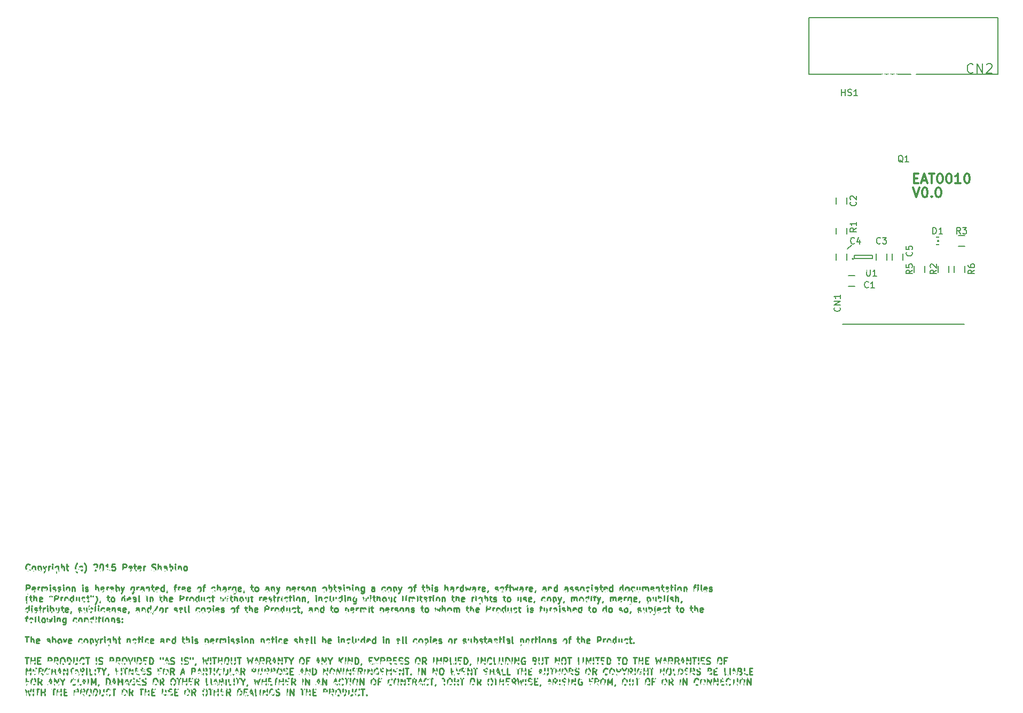
<source format=gto>
G04 #@! TF.FileFunction,Legend,Top*
%FSLAX46Y46*%
G04 Gerber Fmt 4.6, Leading zero omitted, Abs format (unit mm)*
G04 Created by KiCad (PCBNEW (2015-03-06 BZR 5484)-product) date 10/7/2015 9:22:08 PM*
%MOMM*%
G01*
G04 APERTURE LIST*
%ADD10C,0.100000*%
%ADD11C,0.200000*%
%ADD12C,0.250000*%
%ADD13C,0.300000*%
%ADD14C,0.177800*%
%ADD15C,0.150000*%
%ADD16C,2.900000*%
%ADD17R,2.900000X2.900000*%
%ADD18R,1.400000X1.650000*%
%ADD19R,1.650000X1.400000*%
%ADD20R,1.670000X4.591000*%
%ADD21R,1.598880X1.598880*%
%ADD22R,1.050000X1.460000*%
%ADD23R,1.600000X2.600000*%
%ADD24R,6.200000X6.800000*%
%ADD25R,1.924000X10.433000*%
%ADD26C,1.085800*%
%ADD27C,1.517600*%
%ADD28C,1.000000*%
G04 APERTURE END LIST*
D10*
D11*
X146685000Y-122555000D02*
X146050000Y-123190000D01*
D12*
X16367024Y-174037143D02*
X16319405Y-174084762D01*
X16176548Y-174132381D01*
X16081310Y-174132381D01*
X15938452Y-174084762D01*
X15843214Y-173989524D01*
X15795595Y-173894286D01*
X15747976Y-173703810D01*
X15747976Y-173560952D01*
X15795595Y-173370476D01*
X15843214Y-173275238D01*
X15938452Y-173180000D01*
X16081310Y-173132381D01*
X16176548Y-173132381D01*
X16319405Y-173180000D01*
X16367024Y-173227619D01*
X16938452Y-174132381D02*
X16843214Y-174084762D01*
X16795595Y-174037143D01*
X16747976Y-173941905D01*
X16747976Y-173656190D01*
X16795595Y-173560952D01*
X16843214Y-173513333D01*
X16938452Y-173465714D01*
X17081310Y-173465714D01*
X17176548Y-173513333D01*
X17224167Y-173560952D01*
X17271786Y-173656190D01*
X17271786Y-173941905D01*
X17224167Y-174037143D01*
X17176548Y-174084762D01*
X17081310Y-174132381D01*
X16938452Y-174132381D01*
X17700357Y-173465714D02*
X17700357Y-174465714D01*
X17700357Y-173513333D02*
X17795595Y-173465714D01*
X17986072Y-173465714D01*
X18081310Y-173513333D01*
X18128929Y-173560952D01*
X18176548Y-173656190D01*
X18176548Y-173941905D01*
X18128929Y-174037143D01*
X18081310Y-174084762D01*
X17986072Y-174132381D01*
X17795595Y-174132381D01*
X17700357Y-174084762D01*
X18509881Y-173465714D02*
X18747976Y-174132381D01*
X18986072Y-173465714D02*
X18747976Y-174132381D01*
X18652738Y-174370476D01*
X18605119Y-174418095D01*
X18509881Y-174465714D01*
X19367024Y-174132381D02*
X19367024Y-173465714D01*
X19367024Y-173656190D02*
X19414643Y-173560952D01*
X19462262Y-173513333D01*
X19557500Y-173465714D01*
X19652739Y-173465714D01*
X19986072Y-174132381D02*
X19986072Y-173465714D01*
X19986072Y-173132381D02*
X19938453Y-173180000D01*
X19986072Y-173227619D01*
X20033691Y-173180000D01*
X19986072Y-173132381D01*
X19986072Y-173227619D01*
X20890834Y-173465714D02*
X20890834Y-174275238D01*
X20843215Y-174370476D01*
X20795596Y-174418095D01*
X20700357Y-174465714D01*
X20557500Y-174465714D01*
X20462262Y-174418095D01*
X20890834Y-174084762D02*
X20795596Y-174132381D01*
X20605119Y-174132381D01*
X20509881Y-174084762D01*
X20462262Y-174037143D01*
X20414643Y-173941905D01*
X20414643Y-173656190D01*
X20462262Y-173560952D01*
X20509881Y-173513333D01*
X20605119Y-173465714D01*
X20795596Y-173465714D01*
X20890834Y-173513333D01*
X21367024Y-174132381D02*
X21367024Y-173132381D01*
X21795596Y-174132381D02*
X21795596Y-173608571D01*
X21747977Y-173513333D01*
X21652739Y-173465714D01*
X21509881Y-173465714D01*
X21414643Y-173513333D01*
X21367024Y-173560952D01*
X22128929Y-173465714D02*
X22509881Y-173465714D01*
X22271786Y-173132381D02*
X22271786Y-173989524D01*
X22319405Y-174084762D01*
X22414643Y-174132381D01*
X22509881Y-174132381D01*
X23890835Y-174513333D02*
X23843215Y-174465714D01*
X23747977Y-174322857D01*
X23700358Y-174227619D01*
X23652739Y-174084762D01*
X23605120Y-173846667D01*
X23605120Y-173656190D01*
X23652739Y-173418095D01*
X23700358Y-173275238D01*
X23747977Y-173180000D01*
X23843215Y-173037143D01*
X23890835Y-172989524D01*
X24700359Y-174084762D02*
X24605121Y-174132381D01*
X24414644Y-174132381D01*
X24319406Y-174084762D01*
X24271787Y-174037143D01*
X24224168Y-173941905D01*
X24224168Y-173656190D01*
X24271787Y-173560952D01*
X24319406Y-173513333D01*
X24414644Y-173465714D01*
X24605121Y-173465714D01*
X24700359Y-173513333D01*
X25033692Y-174513333D02*
X25081311Y-174465714D01*
X25176549Y-174322857D01*
X25224168Y-174227619D01*
X25271787Y-174084762D01*
X25319406Y-173846667D01*
X25319406Y-173656190D01*
X25271787Y-173418095D01*
X25224168Y-173275238D01*
X25176549Y-173180000D01*
X25081311Y-173037143D01*
X25033692Y-172989524D01*
X26509883Y-173227619D02*
X26557502Y-173180000D01*
X26652740Y-173132381D01*
X26890836Y-173132381D01*
X26986074Y-173180000D01*
X27033693Y-173227619D01*
X27081312Y-173322857D01*
X27081312Y-173418095D01*
X27033693Y-173560952D01*
X26462264Y-174132381D01*
X27081312Y-174132381D01*
X27700359Y-173132381D02*
X27795598Y-173132381D01*
X27890836Y-173180000D01*
X27938455Y-173227619D01*
X27986074Y-173322857D01*
X28033693Y-173513333D01*
X28033693Y-173751429D01*
X27986074Y-173941905D01*
X27938455Y-174037143D01*
X27890836Y-174084762D01*
X27795598Y-174132381D01*
X27700359Y-174132381D01*
X27605121Y-174084762D01*
X27557502Y-174037143D01*
X27509883Y-173941905D01*
X27462264Y-173751429D01*
X27462264Y-173513333D01*
X27509883Y-173322857D01*
X27557502Y-173227619D01*
X27605121Y-173180000D01*
X27700359Y-173132381D01*
X28986074Y-174132381D02*
X28414645Y-174132381D01*
X28700359Y-174132381D02*
X28700359Y-173132381D01*
X28605121Y-173275238D01*
X28509883Y-173370476D01*
X28414645Y-173418095D01*
X29890836Y-173132381D02*
X29414645Y-173132381D01*
X29367026Y-173608571D01*
X29414645Y-173560952D01*
X29509883Y-173513333D01*
X29747979Y-173513333D01*
X29843217Y-173560952D01*
X29890836Y-173608571D01*
X29938455Y-173703810D01*
X29938455Y-173941905D01*
X29890836Y-174037143D01*
X29843217Y-174084762D01*
X29747979Y-174132381D01*
X29509883Y-174132381D01*
X29414645Y-174084762D01*
X29367026Y-174037143D01*
X31128931Y-174132381D02*
X31128931Y-173132381D01*
X31509884Y-173132381D01*
X31605122Y-173180000D01*
X31652741Y-173227619D01*
X31700360Y-173322857D01*
X31700360Y-173465714D01*
X31652741Y-173560952D01*
X31605122Y-173608571D01*
X31509884Y-173656190D01*
X31128931Y-173656190D01*
X32509884Y-174084762D02*
X32414646Y-174132381D01*
X32224169Y-174132381D01*
X32128931Y-174084762D01*
X32081312Y-173989524D01*
X32081312Y-173608571D01*
X32128931Y-173513333D01*
X32224169Y-173465714D01*
X32414646Y-173465714D01*
X32509884Y-173513333D01*
X32557503Y-173608571D01*
X32557503Y-173703810D01*
X32081312Y-173799048D01*
X32843217Y-173465714D02*
X33224169Y-173465714D01*
X32986074Y-173132381D02*
X32986074Y-173989524D01*
X33033693Y-174084762D01*
X33128931Y-174132381D01*
X33224169Y-174132381D01*
X33938456Y-174084762D02*
X33843218Y-174132381D01*
X33652741Y-174132381D01*
X33557503Y-174084762D01*
X33509884Y-173989524D01*
X33509884Y-173608571D01*
X33557503Y-173513333D01*
X33652741Y-173465714D01*
X33843218Y-173465714D01*
X33938456Y-173513333D01*
X33986075Y-173608571D01*
X33986075Y-173703810D01*
X33509884Y-173799048D01*
X34414646Y-174132381D02*
X34414646Y-173465714D01*
X34414646Y-173656190D02*
X34462265Y-173560952D01*
X34509884Y-173513333D01*
X34605122Y-173465714D01*
X34700361Y-173465714D01*
X35747980Y-174084762D02*
X35890837Y-174132381D01*
X36128933Y-174132381D01*
X36224171Y-174084762D01*
X36271790Y-174037143D01*
X36319409Y-173941905D01*
X36319409Y-173846667D01*
X36271790Y-173751429D01*
X36224171Y-173703810D01*
X36128933Y-173656190D01*
X35938456Y-173608571D01*
X35843218Y-173560952D01*
X35795599Y-173513333D01*
X35747980Y-173418095D01*
X35747980Y-173322857D01*
X35795599Y-173227619D01*
X35843218Y-173180000D01*
X35938456Y-173132381D01*
X36176552Y-173132381D01*
X36319409Y-173180000D01*
X36747980Y-174132381D02*
X36747980Y-173132381D01*
X37176552Y-174132381D02*
X37176552Y-173608571D01*
X37128933Y-173513333D01*
X37033695Y-173465714D01*
X36890837Y-173465714D01*
X36795599Y-173513333D01*
X36747980Y-173560952D01*
X38081314Y-174132381D02*
X38081314Y-173608571D01*
X38033695Y-173513333D01*
X37938457Y-173465714D01*
X37747980Y-173465714D01*
X37652742Y-173513333D01*
X38081314Y-174084762D02*
X37986076Y-174132381D01*
X37747980Y-174132381D01*
X37652742Y-174084762D01*
X37605123Y-173989524D01*
X37605123Y-173894286D01*
X37652742Y-173799048D01*
X37747980Y-173751429D01*
X37986076Y-173751429D01*
X38081314Y-173703810D01*
X38557504Y-174132381D02*
X38557504Y-173132381D01*
X38557504Y-173513333D02*
X38652742Y-173465714D01*
X38843219Y-173465714D01*
X38938457Y-173513333D01*
X38986076Y-173560952D01*
X39033695Y-173656190D01*
X39033695Y-173941905D01*
X38986076Y-174037143D01*
X38938457Y-174084762D01*
X38843219Y-174132381D01*
X38652742Y-174132381D01*
X38557504Y-174084762D01*
X39462266Y-174132381D02*
X39462266Y-173465714D01*
X39462266Y-173132381D02*
X39414647Y-173180000D01*
X39462266Y-173227619D01*
X39509885Y-173180000D01*
X39462266Y-173132381D01*
X39462266Y-173227619D01*
X39938456Y-173465714D02*
X39938456Y-174132381D01*
X39938456Y-173560952D02*
X39986075Y-173513333D01*
X40081313Y-173465714D01*
X40224171Y-173465714D01*
X40319409Y-173513333D01*
X40367028Y-173608571D01*
X40367028Y-174132381D01*
X40986075Y-174132381D02*
X40890837Y-174084762D01*
X40843218Y-174037143D01*
X40795599Y-173941905D01*
X40795599Y-173656190D01*
X40843218Y-173560952D01*
X40890837Y-173513333D01*
X40986075Y-173465714D01*
X41128933Y-173465714D01*
X41224171Y-173513333D01*
X41271790Y-173560952D01*
X41319409Y-173656190D01*
X41319409Y-173941905D01*
X41271790Y-174037143D01*
X41224171Y-174084762D01*
X41128933Y-174132381D01*
X40986075Y-174132381D01*
X15795595Y-177432381D02*
X15795595Y-176432381D01*
X16176548Y-176432381D01*
X16271786Y-176480000D01*
X16319405Y-176527619D01*
X16367024Y-176622857D01*
X16367024Y-176765714D01*
X16319405Y-176860952D01*
X16271786Y-176908571D01*
X16176548Y-176956190D01*
X15795595Y-176956190D01*
X17176548Y-177384762D02*
X17081310Y-177432381D01*
X16890833Y-177432381D01*
X16795595Y-177384762D01*
X16747976Y-177289524D01*
X16747976Y-176908571D01*
X16795595Y-176813333D01*
X16890833Y-176765714D01*
X17081310Y-176765714D01*
X17176548Y-176813333D01*
X17224167Y-176908571D01*
X17224167Y-177003810D01*
X16747976Y-177099048D01*
X17652738Y-177432381D02*
X17652738Y-176765714D01*
X17652738Y-176956190D02*
X17700357Y-176860952D01*
X17747976Y-176813333D01*
X17843214Y-176765714D01*
X17938453Y-176765714D01*
X18271786Y-177432381D02*
X18271786Y-176765714D01*
X18271786Y-176860952D02*
X18319405Y-176813333D01*
X18414643Y-176765714D01*
X18557501Y-176765714D01*
X18652739Y-176813333D01*
X18700358Y-176908571D01*
X18700358Y-177432381D01*
X18700358Y-176908571D02*
X18747977Y-176813333D01*
X18843215Y-176765714D01*
X18986072Y-176765714D01*
X19081310Y-176813333D01*
X19128929Y-176908571D01*
X19128929Y-177432381D01*
X19605119Y-177432381D02*
X19605119Y-176765714D01*
X19605119Y-176432381D02*
X19557500Y-176480000D01*
X19605119Y-176527619D01*
X19652738Y-176480000D01*
X19605119Y-176432381D01*
X19605119Y-176527619D01*
X20033690Y-177384762D02*
X20128928Y-177432381D01*
X20319404Y-177432381D01*
X20414643Y-177384762D01*
X20462262Y-177289524D01*
X20462262Y-177241905D01*
X20414643Y-177146667D01*
X20319404Y-177099048D01*
X20176547Y-177099048D01*
X20081309Y-177051429D01*
X20033690Y-176956190D01*
X20033690Y-176908571D01*
X20081309Y-176813333D01*
X20176547Y-176765714D01*
X20319404Y-176765714D01*
X20414643Y-176813333D01*
X20843214Y-177384762D02*
X20938452Y-177432381D01*
X21128928Y-177432381D01*
X21224167Y-177384762D01*
X21271786Y-177289524D01*
X21271786Y-177241905D01*
X21224167Y-177146667D01*
X21128928Y-177099048D01*
X20986071Y-177099048D01*
X20890833Y-177051429D01*
X20843214Y-176956190D01*
X20843214Y-176908571D01*
X20890833Y-176813333D01*
X20986071Y-176765714D01*
X21128928Y-176765714D01*
X21224167Y-176813333D01*
X21700357Y-177432381D02*
X21700357Y-176765714D01*
X21700357Y-176432381D02*
X21652738Y-176480000D01*
X21700357Y-176527619D01*
X21747976Y-176480000D01*
X21700357Y-176432381D01*
X21700357Y-176527619D01*
X22319404Y-177432381D02*
X22224166Y-177384762D01*
X22176547Y-177337143D01*
X22128928Y-177241905D01*
X22128928Y-176956190D01*
X22176547Y-176860952D01*
X22224166Y-176813333D01*
X22319404Y-176765714D01*
X22462262Y-176765714D01*
X22557500Y-176813333D01*
X22605119Y-176860952D01*
X22652738Y-176956190D01*
X22652738Y-177241905D01*
X22605119Y-177337143D01*
X22557500Y-177384762D01*
X22462262Y-177432381D01*
X22319404Y-177432381D01*
X23081309Y-176765714D02*
X23081309Y-177432381D01*
X23081309Y-176860952D02*
X23128928Y-176813333D01*
X23224166Y-176765714D01*
X23367024Y-176765714D01*
X23462262Y-176813333D01*
X23509881Y-176908571D01*
X23509881Y-177432381D01*
X24747976Y-177432381D02*
X24747976Y-176765714D01*
X24747976Y-176432381D02*
X24700357Y-176480000D01*
X24747976Y-176527619D01*
X24795595Y-176480000D01*
X24747976Y-176432381D01*
X24747976Y-176527619D01*
X25176547Y-177384762D02*
X25271785Y-177432381D01*
X25462261Y-177432381D01*
X25557500Y-177384762D01*
X25605119Y-177289524D01*
X25605119Y-177241905D01*
X25557500Y-177146667D01*
X25462261Y-177099048D01*
X25319404Y-177099048D01*
X25224166Y-177051429D01*
X25176547Y-176956190D01*
X25176547Y-176908571D01*
X25224166Y-176813333D01*
X25319404Y-176765714D01*
X25462261Y-176765714D01*
X25557500Y-176813333D01*
X26795595Y-177432381D02*
X26795595Y-176432381D01*
X27224167Y-177432381D02*
X27224167Y-176908571D01*
X27176548Y-176813333D01*
X27081310Y-176765714D01*
X26938452Y-176765714D01*
X26843214Y-176813333D01*
X26795595Y-176860952D01*
X28081310Y-177384762D02*
X27986072Y-177432381D01*
X27795595Y-177432381D01*
X27700357Y-177384762D01*
X27652738Y-177289524D01*
X27652738Y-176908571D01*
X27700357Y-176813333D01*
X27795595Y-176765714D01*
X27986072Y-176765714D01*
X28081310Y-176813333D01*
X28128929Y-176908571D01*
X28128929Y-177003810D01*
X27652738Y-177099048D01*
X28557500Y-177432381D02*
X28557500Y-176765714D01*
X28557500Y-176956190D02*
X28605119Y-176860952D01*
X28652738Y-176813333D01*
X28747976Y-176765714D01*
X28843215Y-176765714D01*
X29557501Y-177384762D02*
X29462263Y-177432381D01*
X29271786Y-177432381D01*
X29176548Y-177384762D01*
X29128929Y-177289524D01*
X29128929Y-176908571D01*
X29176548Y-176813333D01*
X29271786Y-176765714D01*
X29462263Y-176765714D01*
X29557501Y-176813333D01*
X29605120Y-176908571D01*
X29605120Y-177003810D01*
X29128929Y-177099048D01*
X30033691Y-177432381D02*
X30033691Y-176432381D01*
X30033691Y-176813333D02*
X30128929Y-176765714D01*
X30319406Y-176765714D01*
X30414644Y-176813333D01*
X30462263Y-176860952D01*
X30509882Y-176956190D01*
X30509882Y-177241905D01*
X30462263Y-177337143D01*
X30414644Y-177384762D01*
X30319406Y-177432381D01*
X30128929Y-177432381D01*
X30033691Y-177384762D01*
X30843215Y-176765714D02*
X31081310Y-177432381D01*
X31319406Y-176765714D02*
X31081310Y-177432381D01*
X30986072Y-177670476D01*
X30938453Y-177718095D01*
X30843215Y-177765714D01*
X32890835Y-176765714D02*
X32890835Y-177575238D01*
X32843216Y-177670476D01*
X32795597Y-177718095D01*
X32700358Y-177765714D01*
X32557501Y-177765714D01*
X32462263Y-177718095D01*
X32890835Y-177384762D02*
X32795597Y-177432381D01*
X32605120Y-177432381D01*
X32509882Y-177384762D01*
X32462263Y-177337143D01*
X32414644Y-177241905D01*
X32414644Y-176956190D01*
X32462263Y-176860952D01*
X32509882Y-176813333D01*
X32605120Y-176765714D01*
X32795597Y-176765714D01*
X32890835Y-176813333D01*
X33367025Y-177432381D02*
X33367025Y-176765714D01*
X33367025Y-176956190D02*
X33414644Y-176860952D01*
X33462263Y-176813333D01*
X33557501Y-176765714D01*
X33652740Y-176765714D01*
X34414645Y-177432381D02*
X34414645Y-176908571D01*
X34367026Y-176813333D01*
X34271788Y-176765714D01*
X34081311Y-176765714D01*
X33986073Y-176813333D01*
X34414645Y-177384762D02*
X34319407Y-177432381D01*
X34081311Y-177432381D01*
X33986073Y-177384762D01*
X33938454Y-177289524D01*
X33938454Y-177194286D01*
X33986073Y-177099048D01*
X34081311Y-177051429D01*
X34319407Y-177051429D01*
X34414645Y-177003810D01*
X34890835Y-176765714D02*
X34890835Y-177432381D01*
X34890835Y-176860952D02*
X34938454Y-176813333D01*
X35033692Y-176765714D01*
X35176550Y-176765714D01*
X35271788Y-176813333D01*
X35319407Y-176908571D01*
X35319407Y-177432381D01*
X35652740Y-176765714D02*
X36033692Y-176765714D01*
X35795597Y-176432381D02*
X35795597Y-177289524D01*
X35843216Y-177384762D01*
X35938454Y-177432381D01*
X36033692Y-177432381D01*
X36747979Y-177384762D02*
X36652741Y-177432381D01*
X36462264Y-177432381D01*
X36367026Y-177384762D01*
X36319407Y-177289524D01*
X36319407Y-176908571D01*
X36367026Y-176813333D01*
X36462264Y-176765714D01*
X36652741Y-176765714D01*
X36747979Y-176813333D01*
X36795598Y-176908571D01*
X36795598Y-177003810D01*
X36319407Y-177099048D01*
X37652741Y-177432381D02*
X37652741Y-176432381D01*
X37652741Y-177384762D02*
X37557503Y-177432381D01*
X37367026Y-177432381D01*
X37271788Y-177384762D01*
X37224169Y-177337143D01*
X37176550Y-177241905D01*
X37176550Y-176956190D01*
X37224169Y-176860952D01*
X37271788Y-176813333D01*
X37367026Y-176765714D01*
X37557503Y-176765714D01*
X37652741Y-176813333D01*
X38176550Y-177384762D02*
X38176550Y-177432381D01*
X38128931Y-177527619D01*
X38081312Y-177575238D01*
X39224169Y-176765714D02*
X39605121Y-176765714D01*
X39367026Y-177432381D02*
X39367026Y-176575238D01*
X39414645Y-176480000D01*
X39509883Y-176432381D01*
X39605121Y-176432381D01*
X39938455Y-177432381D02*
X39938455Y-176765714D01*
X39938455Y-176956190D02*
X39986074Y-176860952D01*
X40033693Y-176813333D01*
X40128931Y-176765714D01*
X40224170Y-176765714D01*
X40938456Y-177384762D02*
X40843218Y-177432381D01*
X40652741Y-177432381D01*
X40557503Y-177384762D01*
X40509884Y-177289524D01*
X40509884Y-176908571D01*
X40557503Y-176813333D01*
X40652741Y-176765714D01*
X40843218Y-176765714D01*
X40938456Y-176813333D01*
X40986075Y-176908571D01*
X40986075Y-177003810D01*
X40509884Y-177099048D01*
X41795599Y-177384762D02*
X41700361Y-177432381D01*
X41509884Y-177432381D01*
X41414646Y-177384762D01*
X41367027Y-177289524D01*
X41367027Y-176908571D01*
X41414646Y-176813333D01*
X41509884Y-176765714D01*
X41700361Y-176765714D01*
X41795599Y-176813333D01*
X41843218Y-176908571D01*
X41843218Y-177003810D01*
X41367027Y-177099048D01*
X43176551Y-177432381D02*
X43081313Y-177384762D01*
X43033694Y-177337143D01*
X42986075Y-177241905D01*
X42986075Y-176956190D01*
X43033694Y-176860952D01*
X43081313Y-176813333D01*
X43176551Y-176765714D01*
X43319409Y-176765714D01*
X43414647Y-176813333D01*
X43462266Y-176860952D01*
X43509885Y-176956190D01*
X43509885Y-177241905D01*
X43462266Y-177337143D01*
X43414647Y-177384762D01*
X43319409Y-177432381D01*
X43176551Y-177432381D01*
X43795599Y-176765714D02*
X44176551Y-176765714D01*
X43938456Y-177432381D02*
X43938456Y-176575238D01*
X43986075Y-176480000D01*
X44081313Y-176432381D01*
X44176551Y-176432381D01*
X45700362Y-177384762D02*
X45605124Y-177432381D01*
X45414647Y-177432381D01*
X45319409Y-177384762D01*
X45271790Y-177337143D01*
X45224171Y-177241905D01*
X45224171Y-176956190D01*
X45271790Y-176860952D01*
X45319409Y-176813333D01*
X45414647Y-176765714D01*
X45605124Y-176765714D01*
X45700362Y-176813333D01*
X46128933Y-177432381D02*
X46128933Y-176432381D01*
X46557505Y-177432381D02*
X46557505Y-176908571D01*
X46509886Y-176813333D01*
X46414648Y-176765714D01*
X46271790Y-176765714D01*
X46176552Y-176813333D01*
X46128933Y-176860952D01*
X47462267Y-177432381D02*
X47462267Y-176908571D01*
X47414648Y-176813333D01*
X47319410Y-176765714D01*
X47128933Y-176765714D01*
X47033695Y-176813333D01*
X47462267Y-177384762D02*
X47367029Y-177432381D01*
X47128933Y-177432381D01*
X47033695Y-177384762D01*
X46986076Y-177289524D01*
X46986076Y-177194286D01*
X47033695Y-177099048D01*
X47128933Y-177051429D01*
X47367029Y-177051429D01*
X47462267Y-177003810D01*
X47938457Y-177432381D02*
X47938457Y-176765714D01*
X47938457Y-176956190D02*
X47986076Y-176860952D01*
X48033695Y-176813333D01*
X48128933Y-176765714D01*
X48224172Y-176765714D01*
X48986077Y-176765714D02*
X48986077Y-177575238D01*
X48938458Y-177670476D01*
X48890839Y-177718095D01*
X48795600Y-177765714D01*
X48652743Y-177765714D01*
X48557505Y-177718095D01*
X48986077Y-177384762D02*
X48890839Y-177432381D01*
X48700362Y-177432381D01*
X48605124Y-177384762D01*
X48557505Y-177337143D01*
X48509886Y-177241905D01*
X48509886Y-176956190D01*
X48557505Y-176860952D01*
X48605124Y-176813333D01*
X48700362Y-176765714D01*
X48890839Y-176765714D01*
X48986077Y-176813333D01*
X49843220Y-177384762D02*
X49747982Y-177432381D01*
X49557505Y-177432381D01*
X49462267Y-177384762D01*
X49414648Y-177289524D01*
X49414648Y-176908571D01*
X49462267Y-176813333D01*
X49557505Y-176765714D01*
X49747982Y-176765714D01*
X49843220Y-176813333D01*
X49890839Y-176908571D01*
X49890839Y-177003810D01*
X49414648Y-177099048D01*
X50367029Y-177384762D02*
X50367029Y-177432381D01*
X50319410Y-177527619D01*
X50271791Y-177575238D01*
X51414648Y-176765714D02*
X51795600Y-176765714D01*
X51557505Y-176432381D02*
X51557505Y-177289524D01*
X51605124Y-177384762D01*
X51700362Y-177432381D01*
X51795600Y-177432381D01*
X52271791Y-177432381D02*
X52176553Y-177384762D01*
X52128934Y-177337143D01*
X52081315Y-177241905D01*
X52081315Y-176956190D01*
X52128934Y-176860952D01*
X52176553Y-176813333D01*
X52271791Y-176765714D01*
X52414649Y-176765714D01*
X52509887Y-176813333D01*
X52557506Y-176860952D01*
X52605125Y-176956190D01*
X52605125Y-177241905D01*
X52557506Y-177337143D01*
X52509887Y-177384762D01*
X52414649Y-177432381D01*
X52271791Y-177432381D01*
X54224173Y-177432381D02*
X54224173Y-176908571D01*
X54176554Y-176813333D01*
X54081316Y-176765714D01*
X53890839Y-176765714D01*
X53795601Y-176813333D01*
X54224173Y-177384762D02*
X54128935Y-177432381D01*
X53890839Y-177432381D01*
X53795601Y-177384762D01*
X53747982Y-177289524D01*
X53747982Y-177194286D01*
X53795601Y-177099048D01*
X53890839Y-177051429D01*
X54128935Y-177051429D01*
X54224173Y-177003810D01*
X54700363Y-176765714D02*
X54700363Y-177432381D01*
X54700363Y-176860952D02*
X54747982Y-176813333D01*
X54843220Y-176765714D01*
X54986078Y-176765714D01*
X55081316Y-176813333D01*
X55128935Y-176908571D01*
X55128935Y-177432381D01*
X55509887Y-176765714D02*
X55747982Y-177432381D01*
X55986078Y-176765714D02*
X55747982Y-177432381D01*
X55652744Y-177670476D01*
X55605125Y-177718095D01*
X55509887Y-177765714D01*
X57128935Y-176765714D02*
X57128935Y-177765714D01*
X57128935Y-176813333D02*
X57224173Y-176765714D01*
X57414650Y-176765714D01*
X57509888Y-176813333D01*
X57557507Y-176860952D01*
X57605126Y-176956190D01*
X57605126Y-177241905D01*
X57557507Y-177337143D01*
X57509888Y-177384762D01*
X57414650Y-177432381D01*
X57224173Y-177432381D01*
X57128935Y-177384762D01*
X58414650Y-177384762D02*
X58319412Y-177432381D01*
X58128935Y-177432381D01*
X58033697Y-177384762D01*
X57986078Y-177289524D01*
X57986078Y-176908571D01*
X58033697Y-176813333D01*
X58128935Y-176765714D01*
X58319412Y-176765714D01*
X58414650Y-176813333D01*
X58462269Y-176908571D01*
X58462269Y-177003810D01*
X57986078Y-177099048D01*
X58890840Y-177432381D02*
X58890840Y-176765714D01*
X58890840Y-176956190D02*
X58938459Y-176860952D01*
X58986078Y-176813333D01*
X59081316Y-176765714D01*
X59176555Y-176765714D01*
X59462269Y-177384762D02*
X59557507Y-177432381D01*
X59747983Y-177432381D01*
X59843222Y-177384762D01*
X59890841Y-177289524D01*
X59890841Y-177241905D01*
X59843222Y-177146667D01*
X59747983Y-177099048D01*
X59605126Y-177099048D01*
X59509888Y-177051429D01*
X59462269Y-176956190D01*
X59462269Y-176908571D01*
X59509888Y-176813333D01*
X59605126Y-176765714D01*
X59747983Y-176765714D01*
X59843222Y-176813333D01*
X60462269Y-177432381D02*
X60367031Y-177384762D01*
X60319412Y-177337143D01*
X60271793Y-177241905D01*
X60271793Y-176956190D01*
X60319412Y-176860952D01*
X60367031Y-176813333D01*
X60462269Y-176765714D01*
X60605127Y-176765714D01*
X60700365Y-176813333D01*
X60747984Y-176860952D01*
X60795603Y-176956190D01*
X60795603Y-177241905D01*
X60747984Y-177337143D01*
X60700365Y-177384762D01*
X60605127Y-177432381D01*
X60462269Y-177432381D01*
X61224174Y-176765714D02*
X61224174Y-177432381D01*
X61224174Y-176860952D02*
X61271793Y-176813333D01*
X61367031Y-176765714D01*
X61509889Y-176765714D01*
X61605127Y-176813333D01*
X61652746Y-176908571D01*
X61652746Y-177432381D01*
X63033698Y-177432381D02*
X62938460Y-177384762D01*
X62890841Y-177337143D01*
X62843222Y-177241905D01*
X62843222Y-176956190D01*
X62890841Y-176860952D01*
X62938460Y-176813333D01*
X63033698Y-176765714D01*
X63176556Y-176765714D01*
X63271794Y-176813333D01*
X63319413Y-176860952D01*
X63367032Y-176956190D01*
X63367032Y-177241905D01*
X63319413Y-177337143D01*
X63271794Y-177384762D01*
X63176556Y-177432381D01*
X63033698Y-177432381D01*
X63795603Y-177432381D02*
X63795603Y-176432381D01*
X63795603Y-176813333D02*
X63890841Y-176765714D01*
X64081318Y-176765714D01*
X64176556Y-176813333D01*
X64224175Y-176860952D01*
X64271794Y-176956190D01*
X64271794Y-177241905D01*
X64224175Y-177337143D01*
X64176556Y-177384762D01*
X64081318Y-177432381D01*
X63890841Y-177432381D01*
X63795603Y-177384762D01*
X64557508Y-176765714D02*
X64938460Y-176765714D01*
X64700365Y-176432381D02*
X64700365Y-177289524D01*
X64747984Y-177384762D01*
X64843222Y-177432381D01*
X64938460Y-177432381D01*
X65700366Y-177432381D02*
X65700366Y-176908571D01*
X65652747Y-176813333D01*
X65557509Y-176765714D01*
X65367032Y-176765714D01*
X65271794Y-176813333D01*
X65700366Y-177384762D02*
X65605128Y-177432381D01*
X65367032Y-177432381D01*
X65271794Y-177384762D01*
X65224175Y-177289524D01*
X65224175Y-177194286D01*
X65271794Y-177099048D01*
X65367032Y-177051429D01*
X65605128Y-177051429D01*
X65700366Y-177003810D01*
X66176556Y-177432381D02*
X66176556Y-176765714D01*
X66176556Y-176432381D02*
X66128937Y-176480000D01*
X66176556Y-176527619D01*
X66224175Y-176480000D01*
X66176556Y-176432381D01*
X66176556Y-176527619D01*
X66652746Y-176765714D02*
X66652746Y-177432381D01*
X66652746Y-176860952D02*
X66700365Y-176813333D01*
X66795603Y-176765714D01*
X66938461Y-176765714D01*
X67033699Y-176813333D01*
X67081318Y-176908571D01*
X67081318Y-177432381D01*
X67557508Y-177432381D02*
X67557508Y-176765714D01*
X67557508Y-176432381D02*
X67509889Y-176480000D01*
X67557508Y-176527619D01*
X67605127Y-176480000D01*
X67557508Y-176432381D01*
X67557508Y-176527619D01*
X68033698Y-176765714D02*
X68033698Y-177432381D01*
X68033698Y-176860952D02*
X68081317Y-176813333D01*
X68176555Y-176765714D01*
X68319413Y-176765714D01*
X68414651Y-176813333D01*
X68462270Y-176908571D01*
X68462270Y-177432381D01*
X69367032Y-176765714D02*
X69367032Y-177575238D01*
X69319413Y-177670476D01*
X69271794Y-177718095D01*
X69176555Y-177765714D01*
X69033698Y-177765714D01*
X68938460Y-177718095D01*
X69367032Y-177384762D02*
X69271794Y-177432381D01*
X69081317Y-177432381D01*
X68986079Y-177384762D01*
X68938460Y-177337143D01*
X68890841Y-177241905D01*
X68890841Y-176956190D01*
X68938460Y-176860952D01*
X68986079Y-176813333D01*
X69081317Y-176765714D01*
X69271794Y-176765714D01*
X69367032Y-176813333D01*
X71033699Y-177432381D02*
X71033699Y-176908571D01*
X70986080Y-176813333D01*
X70890842Y-176765714D01*
X70700365Y-176765714D01*
X70605127Y-176813333D01*
X71033699Y-177384762D02*
X70938461Y-177432381D01*
X70700365Y-177432381D01*
X70605127Y-177384762D01*
X70557508Y-177289524D01*
X70557508Y-177194286D01*
X70605127Y-177099048D01*
X70700365Y-177051429D01*
X70938461Y-177051429D01*
X71033699Y-177003810D01*
X72700366Y-177384762D02*
X72605128Y-177432381D01*
X72414651Y-177432381D01*
X72319413Y-177384762D01*
X72271794Y-177337143D01*
X72224175Y-177241905D01*
X72224175Y-176956190D01*
X72271794Y-176860952D01*
X72319413Y-176813333D01*
X72414651Y-176765714D01*
X72605128Y-176765714D01*
X72700366Y-176813333D01*
X73271794Y-177432381D02*
X73176556Y-177384762D01*
X73128937Y-177337143D01*
X73081318Y-177241905D01*
X73081318Y-176956190D01*
X73128937Y-176860952D01*
X73176556Y-176813333D01*
X73271794Y-176765714D01*
X73414652Y-176765714D01*
X73509890Y-176813333D01*
X73557509Y-176860952D01*
X73605128Y-176956190D01*
X73605128Y-177241905D01*
X73557509Y-177337143D01*
X73509890Y-177384762D01*
X73414652Y-177432381D01*
X73271794Y-177432381D01*
X74033699Y-176765714D02*
X74033699Y-177765714D01*
X74033699Y-176813333D02*
X74128937Y-176765714D01*
X74319414Y-176765714D01*
X74414652Y-176813333D01*
X74462271Y-176860952D01*
X74509890Y-176956190D01*
X74509890Y-177241905D01*
X74462271Y-177337143D01*
X74414652Y-177384762D01*
X74319414Y-177432381D01*
X74128937Y-177432381D01*
X74033699Y-177384762D01*
X74843223Y-176765714D02*
X75081318Y-177432381D01*
X75319414Y-176765714D02*
X75081318Y-177432381D01*
X74986080Y-177670476D01*
X74938461Y-177718095D01*
X74843223Y-177765714D01*
X76605128Y-177432381D02*
X76509890Y-177384762D01*
X76462271Y-177337143D01*
X76414652Y-177241905D01*
X76414652Y-176956190D01*
X76462271Y-176860952D01*
X76509890Y-176813333D01*
X76605128Y-176765714D01*
X76747986Y-176765714D01*
X76843224Y-176813333D01*
X76890843Y-176860952D01*
X76938462Y-176956190D01*
X76938462Y-177241905D01*
X76890843Y-177337143D01*
X76843224Y-177384762D01*
X76747986Y-177432381D01*
X76605128Y-177432381D01*
X77224176Y-176765714D02*
X77605128Y-176765714D01*
X77367033Y-177432381D02*
X77367033Y-176575238D01*
X77414652Y-176480000D01*
X77509890Y-176432381D01*
X77605128Y-176432381D01*
X78557510Y-176765714D02*
X78938462Y-176765714D01*
X78700367Y-176432381D02*
X78700367Y-177289524D01*
X78747986Y-177384762D01*
X78843224Y-177432381D01*
X78938462Y-177432381D01*
X79271796Y-177432381D02*
X79271796Y-176432381D01*
X79700368Y-177432381D02*
X79700368Y-176908571D01*
X79652749Y-176813333D01*
X79557511Y-176765714D01*
X79414653Y-176765714D01*
X79319415Y-176813333D01*
X79271796Y-176860952D01*
X80176558Y-177432381D02*
X80176558Y-176765714D01*
X80176558Y-176432381D02*
X80128939Y-176480000D01*
X80176558Y-176527619D01*
X80224177Y-176480000D01*
X80176558Y-176432381D01*
X80176558Y-176527619D01*
X80605129Y-177384762D02*
X80700367Y-177432381D01*
X80890843Y-177432381D01*
X80986082Y-177384762D01*
X81033701Y-177289524D01*
X81033701Y-177241905D01*
X80986082Y-177146667D01*
X80890843Y-177099048D01*
X80747986Y-177099048D01*
X80652748Y-177051429D01*
X80605129Y-176956190D01*
X80605129Y-176908571D01*
X80652748Y-176813333D01*
X80747986Y-176765714D01*
X80890843Y-176765714D01*
X80986082Y-176813333D01*
X82224177Y-177432381D02*
X82224177Y-176432381D01*
X82652749Y-177432381D02*
X82652749Y-176908571D01*
X82605130Y-176813333D01*
X82509892Y-176765714D01*
X82367034Y-176765714D01*
X82271796Y-176813333D01*
X82224177Y-176860952D01*
X83557511Y-177432381D02*
X83557511Y-176908571D01*
X83509892Y-176813333D01*
X83414654Y-176765714D01*
X83224177Y-176765714D01*
X83128939Y-176813333D01*
X83557511Y-177384762D02*
X83462273Y-177432381D01*
X83224177Y-177432381D01*
X83128939Y-177384762D01*
X83081320Y-177289524D01*
X83081320Y-177194286D01*
X83128939Y-177099048D01*
X83224177Y-177051429D01*
X83462273Y-177051429D01*
X83557511Y-177003810D01*
X84033701Y-177432381D02*
X84033701Y-176765714D01*
X84033701Y-176956190D02*
X84081320Y-176860952D01*
X84128939Y-176813333D01*
X84224177Y-176765714D01*
X84319416Y-176765714D01*
X85081321Y-177432381D02*
X85081321Y-176432381D01*
X85081321Y-177384762D02*
X84986083Y-177432381D01*
X84795606Y-177432381D01*
X84700368Y-177384762D01*
X84652749Y-177337143D01*
X84605130Y-177241905D01*
X84605130Y-176956190D01*
X84652749Y-176860952D01*
X84700368Y-176813333D01*
X84795606Y-176765714D01*
X84986083Y-176765714D01*
X85081321Y-176813333D01*
X85462273Y-176765714D02*
X85652749Y-177432381D01*
X85843226Y-176956190D01*
X86033702Y-177432381D01*
X86224178Y-176765714D01*
X87033702Y-177432381D02*
X87033702Y-176908571D01*
X86986083Y-176813333D01*
X86890845Y-176765714D01*
X86700368Y-176765714D01*
X86605130Y-176813333D01*
X87033702Y-177384762D02*
X86938464Y-177432381D01*
X86700368Y-177432381D01*
X86605130Y-177384762D01*
X86557511Y-177289524D01*
X86557511Y-177194286D01*
X86605130Y-177099048D01*
X86700368Y-177051429D01*
X86938464Y-177051429D01*
X87033702Y-177003810D01*
X87509892Y-177432381D02*
X87509892Y-176765714D01*
X87509892Y-176956190D02*
X87557511Y-176860952D01*
X87605130Y-176813333D01*
X87700368Y-176765714D01*
X87795607Y-176765714D01*
X88509893Y-177384762D02*
X88414655Y-177432381D01*
X88224178Y-177432381D01*
X88128940Y-177384762D01*
X88081321Y-177289524D01*
X88081321Y-176908571D01*
X88128940Y-176813333D01*
X88224178Y-176765714D01*
X88414655Y-176765714D01*
X88509893Y-176813333D01*
X88557512Y-176908571D01*
X88557512Y-177003810D01*
X88081321Y-177099048D01*
X89033702Y-177384762D02*
X89033702Y-177432381D01*
X88986083Y-177527619D01*
X88938464Y-177575238D01*
X90176559Y-177384762D02*
X90271797Y-177432381D01*
X90462273Y-177432381D01*
X90557512Y-177384762D01*
X90605131Y-177289524D01*
X90605131Y-177241905D01*
X90557512Y-177146667D01*
X90462273Y-177099048D01*
X90319416Y-177099048D01*
X90224178Y-177051429D01*
X90176559Y-176956190D01*
X90176559Y-176908571D01*
X90224178Y-176813333D01*
X90319416Y-176765714D01*
X90462273Y-176765714D01*
X90557512Y-176813333D01*
X91176559Y-177432381D02*
X91081321Y-177384762D01*
X91033702Y-177337143D01*
X90986083Y-177241905D01*
X90986083Y-176956190D01*
X91033702Y-176860952D01*
X91081321Y-176813333D01*
X91176559Y-176765714D01*
X91319417Y-176765714D01*
X91414655Y-176813333D01*
X91462274Y-176860952D01*
X91509893Y-176956190D01*
X91509893Y-177241905D01*
X91462274Y-177337143D01*
X91414655Y-177384762D01*
X91319417Y-177432381D01*
X91176559Y-177432381D01*
X91795607Y-176765714D02*
X92176559Y-176765714D01*
X91938464Y-177432381D02*
X91938464Y-176575238D01*
X91986083Y-176480000D01*
X92081321Y-176432381D01*
X92176559Y-176432381D01*
X92367036Y-176765714D02*
X92747988Y-176765714D01*
X92509893Y-176432381D02*
X92509893Y-177289524D01*
X92557512Y-177384762D01*
X92652750Y-177432381D01*
X92747988Y-177432381D01*
X92986084Y-176765714D02*
X93176560Y-177432381D01*
X93367037Y-176956190D01*
X93557513Y-177432381D01*
X93747989Y-176765714D01*
X94557513Y-177432381D02*
X94557513Y-176908571D01*
X94509894Y-176813333D01*
X94414656Y-176765714D01*
X94224179Y-176765714D01*
X94128941Y-176813333D01*
X94557513Y-177384762D02*
X94462275Y-177432381D01*
X94224179Y-177432381D01*
X94128941Y-177384762D01*
X94081322Y-177289524D01*
X94081322Y-177194286D01*
X94128941Y-177099048D01*
X94224179Y-177051429D01*
X94462275Y-177051429D01*
X94557513Y-177003810D01*
X95033703Y-177432381D02*
X95033703Y-176765714D01*
X95033703Y-176956190D02*
X95081322Y-176860952D01*
X95128941Y-176813333D01*
X95224179Y-176765714D01*
X95319418Y-176765714D01*
X96033704Y-177384762D02*
X95938466Y-177432381D01*
X95747989Y-177432381D01*
X95652751Y-177384762D01*
X95605132Y-177289524D01*
X95605132Y-176908571D01*
X95652751Y-176813333D01*
X95747989Y-176765714D01*
X95938466Y-176765714D01*
X96033704Y-176813333D01*
X96081323Y-176908571D01*
X96081323Y-177003810D01*
X95605132Y-177099048D01*
X96557513Y-177384762D02*
X96557513Y-177432381D01*
X96509894Y-177527619D01*
X96462275Y-177575238D01*
X98176561Y-177432381D02*
X98176561Y-176908571D01*
X98128942Y-176813333D01*
X98033704Y-176765714D01*
X97843227Y-176765714D01*
X97747989Y-176813333D01*
X98176561Y-177384762D02*
X98081323Y-177432381D01*
X97843227Y-177432381D01*
X97747989Y-177384762D01*
X97700370Y-177289524D01*
X97700370Y-177194286D01*
X97747989Y-177099048D01*
X97843227Y-177051429D01*
X98081323Y-177051429D01*
X98176561Y-177003810D01*
X98652751Y-176765714D02*
X98652751Y-177432381D01*
X98652751Y-176860952D02*
X98700370Y-176813333D01*
X98795608Y-176765714D01*
X98938466Y-176765714D01*
X99033704Y-176813333D01*
X99081323Y-176908571D01*
X99081323Y-177432381D01*
X99986085Y-177432381D02*
X99986085Y-176432381D01*
X99986085Y-177384762D02*
X99890847Y-177432381D01*
X99700370Y-177432381D01*
X99605132Y-177384762D01*
X99557513Y-177337143D01*
X99509894Y-177241905D01*
X99509894Y-176956190D01*
X99557513Y-176860952D01*
X99605132Y-176813333D01*
X99700370Y-176765714D01*
X99890847Y-176765714D01*
X99986085Y-176813333D01*
X101652752Y-177432381D02*
X101652752Y-176908571D01*
X101605133Y-176813333D01*
X101509895Y-176765714D01*
X101319418Y-176765714D01*
X101224180Y-176813333D01*
X101652752Y-177384762D02*
X101557514Y-177432381D01*
X101319418Y-177432381D01*
X101224180Y-177384762D01*
X101176561Y-177289524D01*
X101176561Y-177194286D01*
X101224180Y-177099048D01*
X101319418Y-177051429D01*
X101557514Y-177051429D01*
X101652752Y-177003810D01*
X102081323Y-177384762D02*
X102176561Y-177432381D01*
X102367037Y-177432381D01*
X102462276Y-177384762D01*
X102509895Y-177289524D01*
X102509895Y-177241905D01*
X102462276Y-177146667D01*
X102367037Y-177099048D01*
X102224180Y-177099048D01*
X102128942Y-177051429D01*
X102081323Y-176956190D01*
X102081323Y-176908571D01*
X102128942Y-176813333D01*
X102224180Y-176765714D01*
X102367037Y-176765714D01*
X102462276Y-176813333D01*
X102890847Y-177384762D02*
X102986085Y-177432381D01*
X103176561Y-177432381D01*
X103271800Y-177384762D01*
X103319419Y-177289524D01*
X103319419Y-177241905D01*
X103271800Y-177146667D01*
X103176561Y-177099048D01*
X103033704Y-177099048D01*
X102938466Y-177051429D01*
X102890847Y-176956190D01*
X102890847Y-176908571D01*
X102938466Y-176813333D01*
X103033704Y-176765714D01*
X103176561Y-176765714D01*
X103271800Y-176813333D01*
X103890847Y-177432381D02*
X103795609Y-177384762D01*
X103747990Y-177337143D01*
X103700371Y-177241905D01*
X103700371Y-176956190D01*
X103747990Y-176860952D01*
X103795609Y-176813333D01*
X103890847Y-176765714D01*
X104033705Y-176765714D01*
X104128943Y-176813333D01*
X104176562Y-176860952D01*
X104224181Y-176956190D01*
X104224181Y-177241905D01*
X104176562Y-177337143D01*
X104128943Y-177384762D01*
X104033705Y-177432381D01*
X103890847Y-177432381D01*
X105081324Y-177384762D02*
X104986086Y-177432381D01*
X104795609Y-177432381D01*
X104700371Y-177384762D01*
X104652752Y-177337143D01*
X104605133Y-177241905D01*
X104605133Y-176956190D01*
X104652752Y-176860952D01*
X104700371Y-176813333D01*
X104795609Y-176765714D01*
X104986086Y-176765714D01*
X105081324Y-176813333D01*
X105509895Y-177432381D02*
X105509895Y-176765714D01*
X105509895Y-176432381D02*
X105462276Y-176480000D01*
X105509895Y-176527619D01*
X105557514Y-176480000D01*
X105509895Y-176432381D01*
X105509895Y-176527619D01*
X106414657Y-177432381D02*
X106414657Y-176908571D01*
X106367038Y-176813333D01*
X106271800Y-176765714D01*
X106081323Y-176765714D01*
X105986085Y-176813333D01*
X106414657Y-177384762D02*
X106319419Y-177432381D01*
X106081323Y-177432381D01*
X105986085Y-177384762D01*
X105938466Y-177289524D01*
X105938466Y-177194286D01*
X105986085Y-177099048D01*
X106081323Y-177051429D01*
X106319419Y-177051429D01*
X106414657Y-177003810D01*
X106747990Y-176765714D02*
X107128942Y-176765714D01*
X106890847Y-176432381D02*
X106890847Y-177289524D01*
X106938466Y-177384762D01*
X107033704Y-177432381D01*
X107128942Y-177432381D01*
X107843229Y-177384762D02*
X107747991Y-177432381D01*
X107557514Y-177432381D01*
X107462276Y-177384762D01*
X107414657Y-177289524D01*
X107414657Y-176908571D01*
X107462276Y-176813333D01*
X107557514Y-176765714D01*
X107747991Y-176765714D01*
X107843229Y-176813333D01*
X107890848Y-176908571D01*
X107890848Y-177003810D01*
X107414657Y-177099048D01*
X108747991Y-177432381D02*
X108747991Y-176432381D01*
X108747991Y-177384762D02*
X108652753Y-177432381D01*
X108462276Y-177432381D01*
X108367038Y-177384762D01*
X108319419Y-177337143D01*
X108271800Y-177241905D01*
X108271800Y-176956190D01*
X108319419Y-176860952D01*
X108367038Y-176813333D01*
X108462276Y-176765714D01*
X108652753Y-176765714D01*
X108747991Y-176813333D01*
X110414658Y-177432381D02*
X110414658Y-176432381D01*
X110414658Y-177384762D02*
X110319420Y-177432381D01*
X110128943Y-177432381D01*
X110033705Y-177384762D01*
X109986086Y-177337143D01*
X109938467Y-177241905D01*
X109938467Y-176956190D01*
X109986086Y-176860952D01*
X110033705Y-176813333D01*
X110128943Y-176765714D01*
X110319420Y-176765714D01*
X110414658Y-176813333D01*
X111033705Y-177432381D02*
X110938467Y-177384762D01*
X110890848Y-177337143D01*
X110843229Y-177241905D01*
X110843229Y-176956190D01*
X110890848Y-176860952D01*
X110938467Y-176813333D01*
X111033705Y-176765714D01*
X111176563Y-176765714D01*
X111271801Y-176813333D01*
X111319420Y-176860952D01*
X111367039Y-176956190D01*
X111367039Y-177241905D01*
X111319420Y-177337143D01*
X111271801Y-177384762D01*
X111176563Y-177432381D01*
X111033705Y-177432381D01*
X112224182Y-177384762D02*
X112128944Y-177432381D01*
X111938467Y-177432381D01*
X111843229Y-177384762D01*
X111795610Y-177337143D01*
X111747991Y-177241905D01*
X111747991Y-176956190D01*
X111795610Y-176860952D01*
X111843229Y-176813333D01*
X111938467Y-176765714D01*
X112128944Y-176765714D01*
X112224182Y-176813333D01*
X113081325Y-176765714D02*
X113081325Y-177432381D01*
X112652753Y-176765714D02*
X112652753Y-177289524D01*
X112700372Y-177384762D01*
X112795610Y-177432381D01*
X112938468Y-177432381D01*
X113033706Y-177384762D01*
X113081325Y-177337143D01*
X113557515Y-177432381D02*
X113557515Y-176765714D01*
X113557515Y-176860952D02*
X113605134Y-176813333D01*
X113700372Y-176765714D01*
X113843230Y-176765714D01*
X113938468Y-176813333D01*
X113986087Y-176908571D01*
X113986087Y-177432381D01*
X113986087Y-176908571D02*
X114033706Y-176813333D01*
X114128944Y-176765714D01*
X114271801Y-176765714D01*
X114367039Y-176813333D01*
X114414658Y-176908571D01*
X114414658Y-177432381D01*
X115271801Y-177384762D02*
X115176563Y-177432381D01*
X114986086Y-177432381D01*
X114890848Y-177384762D01*
X114843229Y-177289524D01*
X114843229Y-176908571D01*
X114890848Y-176813333D01*
X114986086Y-176765714D01*
X115176563Y-176765714D01*
X115271801Y-176813333D01*
X115319420Y-176908571D01*
X115319420Y-177003810D01*
X114843229Y-177099048D01*
X115747991Y-176765714D02*
X115747991Y-177432381D01*
X115747991Y-176860952D02*
X115795610Y-176813333D01*
X115890848Y-176765714D01*
X116033706Y-176765714D01*
X116128944Y-176813333D01*
X116176563Y-176908571D01*
X116176563Y-177432381D01*
X116509896Y-176765714D02*
X116890848Y-176765714D01*
X116652753Y-176432381D02*
X116652753Y-177289524D01*
X116700372Y-177384762D01*
X116795610Y-177432381D01*
X116890848Y-177432381D01*
X117652754Y-177432381D02*
X117652754Y-176908571D01*
X117605135Y-176813333D01*
X117509897Y-176765714D01*
X117319420Y-176765714D01*
X117224182Y-176813333D01*
X117652754Y-177384762D02*
X117557516Y-177432381D01*
X117319420Y-177432381D01*
X117224182Y-177384762D01*
X117176563Y-177289524D01*
X117176563Y-177194286D01*
X117224182Y-177099048D01*
X117319420Y-177051429D01*
X117557516Y-177051429D01*
X117652754Y-177003810D01*
X117986087Y-176765714D02*
X118367039Y-176765714D01*
X118128944Y-176432381D02*
X118128944Y-177289524D01*
X118176563Y-177384762D01*
X118271801Y-177432381D01*
X118367039Y-177432381D01*
X118700373Y-177432381D02*
X118700373Y-176765714D01*
X118700373Y-176432381D02*
X118652754Y-176480000D01*
X118700373Y-176527619D01*
X118747992Y-176480000D01*
X118700373Y-176432381D01*
X118700373Y-176527619D01*
X119319420Y-177432381D02*
X119224182Y-177384762D01*
X119176563Y-177337143D01*
X119128944Y-177241905D01*
X119128944Y-176956190D01*
X119176563Y-176860952D01*
X119224182Y-176813333D01*
X119319420Y-176765714D01*
X119462278Y-176765714D01*
X119557516Y-176813333D01*
X119605135Y-176860952D01*
X119652754Y-176956190D01*
X119652754Y-177241905D01*
X119605135Y-177337143D01*
X119557516Y-177384762D01*
X119462278Y-177432381D01*
X119319420Y-177432381D01*
X120081325Y-176765714D02*
X120081325Y-177432381D01*
X120081325Y-176860952D02*
X120128944Y-176813333D01*
X120224182Y-176765714D01*
X120367040Y-176765714D01*
X120462278Y-176813333D01*
X120509897Y-176908571D01*
X120509897Y-177432381D01*
X121605135Y-176765714D02*
X121986087Y-176765714D01*
X121747992Y-177432381D02*
X121747992Y-176575238D01*
X121795611Y-176480000D01*
X121890849Y-176432381D01*
X121986087Y-176432381D01*
X122319421Y-177432381D02*
X122319421Y-176765714D01*
X122319421Y-176432381D02*
X122271802Y-176480000D01*
X122319421Y-176527619D01*
X122367040Y-176480000D01*
X122319421Y-176432381D01*
X122319421Y-176527619D01*
X122938468Y-177432381D02*
X122843230Y-177384762D01*
X122795611Y-177289524D01*
X122795611Y-176432381D01*
X123700374Y-177384762D02*
X123605136Y-177432381D01*
X123414659Y-177432381D01*
X123319421Y-177384762D01*
X123271802Y-177289524D01*
X123271802Y-176908571D01*
X123319421Y-176813333D01*
X123414659Y-176765714D01*
X123605136Y-176765714D01*
X123700374Y-176813333D01*
X123747993Y-176908571D01*
X123747993Y-177003810D01*
X123271802Y-177099048D01*
X124128945Y-177384762D02*
X124224183Y-177432381D01*
X124414659Y-177432381D01*
X124509898Y-177384762D01*
X124557517Y-177289524D01*
X124557517Y-177241905D01*
X124509898Y-177146667D01*
X124414659Y-177099048D01*
X124271802Y-177099048D01*
X124176564Y-177051429D01*
X124128945Y-176956190D01*
X124128945Y-176908571D01*
X124176564Y-176813333D01*
X124271802Y-176765714D01*
X124414659Y-176765714D01*
X124509898Y-176813333D01*
X16081310Y-179463333D02*
X16033690Y-179415714D01*
X15938452Y-179272857D01*
X15890833Y-179177619D01*
X15843214Y-179034762D01*
X15795595Y-178796667D01*
X15795595Y-178606190D01*
X15843214Y-178368095D01*
X15890833Y-178225238D01*
X15938452Y-178130000D01*
X16033690Y-177987143D01*
X16081310Y-177939524D01*
X16319405Y-178415714D02*
X16700357Y-178415714D01*
X16462262Y-178082381D02*
X16462262Y-178939524D01*
X16509881Y-179034762D01*
X16605119Y-179082381D01*
X16700357Y-179082381D01*
X17033691Y-179082381D02*
X17033691Y-178082381D01*
X17462263Y-179082381D02*
X17462263Y-178558571D01*
X17414644Y-178463333D01*
X17319406Y-178415714D01*
X17176548Y-178415714D01*
X17081310Y-178463333D01*
X17033691Y-178510952D01*
X18319406Y-179034762D02*
X18224168Y-179082381D01*
X18033691Y-179082381D01*
X17938453Y-179034762D01*
X17890834Y-178939524D01*
X17890834Y-178558571D01*
X17938453Y-178463333D01*
X18033691Y-178415714D01*
X18224168Y-178415714D01*
X18319406Y-178463333D01*
X18367025Y-178558571D01*
X18367025Y-178653810D01*
X17890834Y-178749048D01*
X19509882Y-178082381D02*
X19509882Y-178272857D01*
X19890835Y-178082381D02*
X19890835Y-178272857D01*
X20319406Y-179082381D02*
X20319406Y-178082381D01*
X20700359Y-178082381D01*
X20795597Y-178130000D01*
X20843216Y-178177619D01*
X20890835Y-178272857D01*
X20890835Y-178415714D01*
X20843216Y-178510952D01*
X20795597Y-178558571D01*
X20700359Y-178606190D01*
X20319406Y-178606190D01*
X21319406Y-179082381D02*
X21319406Y-178415714D01*
X21319406Y-178606190D02*
X21367025Y-178510952D01*
X21414644Y-178463333D01*
X21509882Y-178415714D01*
X21605121Y-178415714D01*
X22081311Y-179082381D02*
X21986073Y-179034762D01*
X21938454Y-178987143D01*
X21890835Y-178891905D01*
X21890835Y-178606190D01*
X21938454Y-178510952D01*
X21986073Y-178463333D01*
X22081311Y-178415714D01*
X22224169Y-178415714D01*
X22319407Y-178463333D01*
X22367026Y-178510952D01*
X22414645Y-178606190D01*
X22414645Y-178891905D01*
X22367026Y-178987143D01*
X22319407Y-179034762D01*
X22224169Y-179082381D01*
X22081311Y-179082381D01*
X23271788Y-179082381D02*
X23271788Y-178082381D01*
X23271788Y-179034762D02*
X23176550Y-179082381D01*
X22986073Y-179082381D01*
X22890835Y-179034762D01*
X22843216Y-178987143D01*
X22795597Y-178891905D01*
X22795597Y-178606190D01*
X22843216Y-178510952D01*
X22890835Y-178463333D01*
X22986073Y-178415714D01*
X23176550Y-178415714D01*
X23271788Y-178463333D01*
X24176550Y-178415714D02*
X24176550Y-179082381D01*
X23747978Y-178415714D02*
X23747978Y-178939524D01*
X23795597Y-179034762D01*
X23890835Y-179082381D01*
X24033693Y-179082381D01*
X24128931Y-179034762D01*
X24176550Y-178987143D01*
X25081312Y-179034762D02*
X24986074Y-179082381D01*
X24795597Y-179082381D01*
X24700359Y-179034762D01*
X24652740Y-178987143D01*
X24605121Y-178891905D01*
X24605121Y-178606190D01*
X24652740Y-178510952D01*
X24700359Y-178463333D01*
X24795597Y-178415714D01*
X24986074Y-178415714D01*
X25081312Y-178463333D01*
X25367026Y-178415714D02*
X25747978Y-178415714D01*
X25509883Y-178082381D02*
X25509883Y-178939524D01*
X25557502Y-179034762D01*
X25652740Y-179082381D01*
X25747978Y-179082381D01*
X26033693Y-178082381D02*
X26033693Y-178272857D01*
X26414646Y-178082381D02*
X26414646Y-178272857D01*
X26747979Y-179463333D02*
X26795598Y-179415714D01*
X26890836Y-179272857D01*
X26938455Y-179177619D01*
X26986074Y-179034762D01*
X27033693Y-178796667D01*
X27033693Y-178606190D01*
X26986074Y-178368095D01*
X26938455Y-178225238D01*
X26890836Y-178130000D01*
X26795598Y-177987143D01*
X26747979Y-177939524D01*
X27557503Y-179034762D02*
X27557503Y-179082381D01*
X27509884Y-179177619D01*
X27462265Y-179225238D01*
X28605122Y-178415714D02*
X28986074Y-178415714D01*
X28747979Y-178082381D02*
X28747979Y-178939524D01*
X28795598Y-179034762D01*
X28890836Y-179082381D01*
X28986074Y-179082381D01*
X29462265Y-179082381D02*
X29367027Y-179034762D01*
X29319408Y-178987143D01*
X29271789Y-178891905D01*
X29271789Y-178606190D01*
X29319408Y-178510952D01*
X29367027Y-178463333D01*
X29462265Y-178415714D01*
X29605123Y-178415714D01*
X29700361Y-178463333D01*
X29747980Y-178510952D01*
X29795599Y-178606190D01*
X29795599Y-178891905D01*
X29747980Y-178987143D01*
X29700361Y-179034762D01*
X29605123Y-179082381D01*
X29462265Y-179082381D01*
X31414647Y-179082381D02*
X31414647Y-178082381D01*
X31414647Y-179034762D02*
X31319409Y-179082381D01*
X31128932Y-179082381D01*
X31033694Y-179034762D01*
X30986075Y-178987143D01*
X30938456Y-178891905D01*
X30938456Y-178606190D01*
X30986075Y-178510952D01*
X31033694Y-178463333D01*
X31128932Y-178415714D01*
X31319409Y-178415714D01*
X31414647Y-178463333D01*
X32271790Y-179034762D02*
X32176552Y-179082381D01*
X31986075Y-179082381D01*
X31890837Y-179034762D01*
X31843218Y-178939524D01*
X31843218Y-178558571D01*
X31890837Y-178463333D01*
X31986075Y-178415714D01*
X32176552Y-178415714D01*
X32271790Y-178463333D01*
X32319409Y-178558571D01*
X32319409Y-178653810D01*
X31843218Y-178749048D01*
X33176552Y-179082381D02*
X33176552Y-178558571D01*
X33128933Y-178463333D01*
X33033695Y-178415714D01*
X32843218Y-178415714D01*
X32747980Y-178463333D01*
X33176552Y-179034762D02*
X33081314Y-179082381D01*
X32843218Y-179082381D01*
X32747980Y-179034762D01*
X32700361Y-178939524D01*
X32700361Y-178844286D01*
X32747980Y-178749048D01*
X32843218Y-178701429D01*
X33081314Y-178701429D01*
X33176552Y-178653810D01*
X33795599Y-179082381D02*
X33700361Y-179034762D01*
X33652742Y-178939524D01*
X33652742Y-178082381D01*
X34938457Y-179082381D02*
X34938457Y-178415714D01*
X34938457Y-178082381D02*
X34890838Y-178130000D01*
X34938457Y-178177619D01*
X34986076Y-178130000D01*
X34938457Y-178082381D01*
X34938457Y-178177619D01*
X35414647Y-178415714D02*
X35414647Y-179082381D01*
X35414647Y-178510952D02*
X35462266Y-178463333D01*
X35557504Y-178415714D01*
X35700362Y-178415714D01*
X35795600Y-178463333D01*
X35843219Y-178558571D01*
X35843219Y-179082381D01*
X36938457Y-178415714D02*
X37319409Y-178415714D01*
X37081314Y-178082381D02*
X37081314Y-178939524D01*
X37128933Y-179034762D01*
X37224171Y-179082381D01*
X37319409Y-179082381D01*
X37652743Y-179082381D02*
X37652743Y-178082381D01*
X38081315Y-179082381D02*
X38081315Y-178558571D01*
X38033696Y-178463333D01*
X37938458Y-178415714D01*
X37795600Y-178415714D01*
X37700362Y-178463333D01*
X37652743Y-178510952D01*
X38938458Y-179034762D02*
X38843220Y-179082381D01*
X38652743Y-179082381D01*
X38557505Y-179034762D01*
X38509886Y-178939524D01*
X38509886Y-178558571D01*
X38557505Y-178463333D01*
X38652743Y-178415714D01*
X38843220Y-178415714D01*
X38938458Y-178463333D01*
X38986077Y-178558571D01*
X38986077Y-178653810D01*
X38509886Y-178749048D01*
X40176553Y-179082381D02*
X40176553Y-178082381D01*
X40557506Y-178082381D01*
X40652744Y-178130000D01*
X40700363Y-178177619D01*
X40747982Y-178272857D01*
X40747982Y-178415714D01*
X40700363Y-178510952D01*
X40652744Y-178558571D01*
X40557506Y-178606190D01*
X40176553Y-178606190D01*
X41176553Y-179082381D02*
X41176553Y-178415714D01*
X41176553Y-178606190D02*
X41224172Y-178510952D01*
X41271791Y-178463333D01*
X41367029Y-178415714D01*
X41462268Y-178415714D01*
X41938458Y-179082381D02*
X41843220Y-179034762D01*
X41795601Y-178987143D01*
X41747982Y-178891905D01*
X41747982Y-178606190D01*
X41795601Y-178510952D01*
X41843220Y-178463333D01*
X41938458Y-178415714D01*
X42081316Y-178415714D01*
X42176554Y-178463333D01*
X42224173Y-178510952D01*
X42271792Y-178606190D01*
X42271792Y-178891905D01*
X42224173Y-178987143D01*
X42176554Y-179034762D01*
X42081316Y-179082381D01*
X41938458Y-179082381D01*
X43128935Y-179082381D02*
X43128935Y-178082381D01*
X43128935Y-179034762D02*
X43033697Y-179082381D01*
X42843220Y-179082381D01*
X42747982Y-179034762D01*
X42700363Y-178987143D01*
X42652744Y-178891905D01*
X42652744Y-178606190D01*
X42700363Y-178510952D01*
X42747982Y-178463333D01*
X42843220Y-178415714D01*
X43033697Y-178415714D01*
X43128935Y-178463333D01*
X44033697Y-178415714D02*
X44033697Y-179082381D01*
X43605125Y-178415714D02*
X43605125Y-178939524D01*
X43652744Y-179034762D01*
X43747982Y-179082381D01*
X43890840Y-179082381D01*
X43986078Y-179034762D01*
X44033697Y-178987143D01*
X44938459Y-179034762D02*
X44843221Y-179082381D01*
X44652744Y-179082381D01*
X44557506Y-179034762D01*
X44509887Y-178987143D01*
X44462268Y-178891905D01*
X44462268Y-178606190D01*
X44509887Y-178510952D01*
X44557506Y-178463333D01*
X44652744Y-178415714D01*
X44843221Y-178415714D01*
X44938459Y-178463333D01*
X45224173Y-178415714D02*
X45605125Y-178415714D01*
X45367030Y-178082381D02*
X45367030Y-178939524D01*
X45414649Y-179034762D01*
X45509887Y-179082381D01*
X45605125Y-179082381D01*
X46605126Y-178415714D02*
X46795602Y-179082381D01*
X46986079Y-178606190D01*
X47176555Y-179082381D01*
X47367031Y-178415714D01*
X47747983Y-179082381D02*
X47747983Y-178415714D01*
X47747983Y-178082381D02*
X47700364Y-178130000D01*
X47747983Y-178177619D01*
X47795602Y-178130000D01*
X47747983Y-178082381D01*
X47747983Y-178177619D01*
X48081316Y-178415714D02*
X48462268Y-178415714D01*
X48224173Y-178082381D02*
X48224173Y-178939524D01*
X48271792Y-179034762D01*
X48367030Y-179082381D01*
X48462268Y-179082381D01*
X48795602Y-179082381D02*
X48795602Y-178082381D01*
X49224174Y-179082381D02*
X49224174Y-178558571D01*
X49176555Y-178463333D01*
X49081317Y-178415714D01*
X48938459Y-178415714D01*
X48843221Y-178463333D01*
X48795602Y-178510952D01*
X49843221Y-179082381D02*
X49747983Y-179034762D01*
X49700364Y-178987143D01*
X49652745Y-178891905D01*
X49652745Y-178606190D01*
X49700364Y-178510952D01*
X49747983Y-178463333D01*
X49843221Y-178415714D01*
X49986079Y-178415714D01*
X50081317Y-178463333D01*
X50128936Y-178510952D01*
X50176555Y-178606190D01*
X50176555Y-178891905D01*
X50128936Y-178987143D01*
X50081317Y-179034762D01*
X49986079Y-179082381D01*
X49843221Y-179082381D01*
X51033698Y-178415714D02*
X51033698Y-179082381D01*
X50605126Y-178415714D02*
X50605126Y-178939524D01*
X50652745Y-179034762D01*
X50747983Y-179082381D01*
X50890841Y-179082381D01*
X50986079Y-179034762D01*
X51033698Y-178987143D01*
X51367031Y-178415714D02*
X51747983Y-178415714D01*
X51509888Y-178082381D02*
X51509888Y-178939524D01*
X51557507Y-179034762D01*
X51652745Y-179082381D01*
X51747983Y-179082381D01*
X52843222Y-179082381D02*
X52843222Y-178415714D01*
X52843222Y-178606190D02*
X52890841Y-178510952D01*
X52938460Y-178463333D01*
X53033698Y-178415714D01*
X53128937Y-178415714D01*
X53843223Y-179034762D02*
X53747985Y-179082381D01*
X53557508Y-179082381D01*
X53462270Y-179034762D01*
X53414651Y-178939524D01*
X53414651Y-178558571D01*
X53462270Y-178463333D01*
X53557508Y-178415714D01*
X53747985Y-178415714D01*
X53843223Y-178463333D01*
X53890842Y-178558571D01*
X53890842Y-178653810D01*
X53414651Y-178749048D01*
X54271794Y-179034762D02*
X54367032Y-179082381D01*
X54557508Y-179082381D01*
X54652747Y-179034762D01*
X54700366Y-178939524D01*
X54700366Y-178891905D01*
X54652747Y-178796667D01*
X54557508Y-178749048D01*
X54414651Y-178749048D01*
X54319413Y-178701429D01*
X54271794Y-178606190D01*
X54271794Y-178558571D01*
X54319413Y-178463333D01*
X54414651Y-178415714D01*
X54557508Y-178415714D01*
X54652747Y-178463333D01*
X54986080Y-178415714D02*
X55367032Y-178415714D01*
X55128937Y-178082381D02*
X55128937Y-178939524D01*
X55176556Y-179034762D01*
X55271794Y-179082381D01*
X55367032Y-179082381D01*
X55700366Y-179082381D02*
X55700366Y-178415714D01*
X55700366Y-178606190D02*
X55747985Y-178510952D01*
X55795604Y-178463333D01*
X55890842Y-178415714D01*
X55986081Y-178415714D01*
X56319414Y-179082381D02*
X56319414Y-178415714D01*
X56319414Y-178082381D02*
X56271795Y-178130000D01*
X56319414Y-178177619D01*
X56367033Y-178130000D01*
X56319414Y-178082381D01*
X56319414Y-178177619D01*
X57224176Y-179034762D02*
X57128938Y-179082381D01*
X56938461Y-179082381D01*
X56843223Y-179034762D01*
X56795604Y-178987143D01*
X56747985Y-178891905D01*
X56747985Y-178606190D01*
X56795604Y-178510952D01*
X56843223Y-178463333D01*
X56938461Y-178415714D01*
X57128938Y-178415714D01*
X57224176Y-178463333D01*
X57509890Y-178415714D02*
X57890842Y-178415714D01*
X57652747Y-178082381D02*
X57652747Y-178939524D01*
X57700366Y-179034762D01*
X57795604Y-179082381D01*
X57890842Y-179082381D01*
X58224176Y-179082381D02*
X58224176Y-178415714D01*
X58224176Y-178082381D02*
X58176557Y-178130000D01*
X58224176Y-178177619D01*
X58271795Y-178130000D01*
X58224176Y-178082381D01*
X58224176Y-178177619D01*
X58843223Y-179082381D02*
X58747985Y-179034762D01*
X58700366Y-178987143D01*
X58652747Y-178891905D01*
X58652747Y-178606190D01*
X58700366Y-178510952D01*
X58747985Y-178463333D01*
X58843223Y-178415714D01*
X58986081Y-178415714D01*
X59081319Y-178463333D01*
X59128938Y-178510952D01*
X59176557Y-178606190D01*
X59176557Y-178891905D01*
X59128938Y-178987143D01*
X59081319Y-179034762D01*
X58986081Y-179082381D01*
X58843223Y-179082381D01*
X59605128Y-178415714D02*
X59605128Y-179082381D01*
X59605128Y-178510952D02*
X59652747Y-178463333D01*
X59747985Y-178415714D01*
X59890843Y-178415714D01*
X59986081Y-178463333D01*
X60033700Y-178558571D01*
X60033700Y-179082381D01*
X60557509Y-179034762D02*
X60557509Y-179082381D01*
X60509890Y-179177619D01*
X60462271Y-179225238D01*
X61747985Y-179082381D02*
X61747985Y-178415714D01*
X61747985Y-178082381D02*
X61700366Y-178130000D01*
X61747985Y-178177619D01*
X61795604Y-178130000D01*
X61747985Y-178082381D01*
X61747985Y-178177619D01*
X62224175Y-178415714D02*
X62224175Y-179082381D01*
X62224175Y-178510952D02*
X62271794Y-178463333D01*
X62367032Y-178415714D01*
X62509890Y-178415714D01*
X62605128Y-178463333D01*
X62652747Y-178558571D01*
X62652747Y-179082381D01*
X63557509Y-179034762D02*
X63462271Y-179082381D01*
X63271794Y-179082381D01*
X63176556Y-179034762D01*
X63128937Y-178987143D01*
X63081318Y-178891905D01*
X63081318Y-178606190D01*
X63128937Y-178510952D01*
X63176556Y-178463333D01*
X63271794Y-178415714D01*
X63462271Y-178415714D01*
X63557509Y-178463333D01*
X64128937Y-179082381D02*
X64033699Y-179034762D01*
X63986080Y-178939524D01*
X63986080Y-178082381D01*
X64938462Y-178415714D02*
X64938462Y-179082381D01*
X64509890Y-178415714D02*
X64509890Y-178939524D01*
X64557509Y-179034762D01*
X64652747Y-179082381D01*
X64795605Y-179082381D01*
X64890843Y-179034762D01*
X64938462Y-178987143D01*
X65843224Y-179082381D02*
X65843224Y-178082381D01*
X65843224Y-179034762D02*
X65747986Y-179082381D01*
X65557509Y-179082381D01*
X65462271Y-179034762D01*
X65414652Y-178987143D01*
X65367033Y-178891905D01*
X65367033Y-178606190D01*
X65414652Y-178510952D01*
X65462271Y-178463333D01*
X65557509Y-178415714D01*
X65747986Y-178415714D01*
X65843224Y-178463333D01*
X66319414Y-179082381D02*
X66319414Y-178415714D01*
X66319414Y-178082381D02*
X66271795Y-178130000D01*
X66319414Y-178177619D01*
X66367033Y-178130000D01*
X66319414Y-178082381D01*
X66319414Y-178177619D01*
X66795604Y-178415714D02*
X66795604Y-179082381D01*
X66795604Y-178510952D02*
X66843223Y-178463333D01*
X66938461Y-178415714D01*
X67081319Y-178415714D01*
X67176557Y-178463333D01*
X67224176Y-178558571D01*
X67224176Y-179082381D01*
X68128938Y-178415714D02*
X68128938Y-179225238D01*
X68081319Y-179320476D01*
X68033700Y-179368095D01*
X67938461Y-179415714D01*
X67795604Y-179415714D01*
X67700366Y-179368095D01*
X68128938Y-179034762D02*
X68033700Y-179082381D01*
X67843223Y-179082381D01*
X67747985Y-179034762D01*
X67700366Y-178987143D01*
X67652747Y-178891905D01*
X67652747Y-178606190D01*
X67700366Y-178510952D01*
X67747985Y-178463333D01*
X67843223Y-178415714D01*
X68033700Y-178415714D01*
X68128938Y-178463333D01*
X69271795Y-178415714D02*
X69462271Y-179082381D01*
X69652748Y-178606190D01*
X69843224Y-179082381D01*
X70033700Y-178415714D01*
X70414652Y-179082381D02*
X70414652Y-178415714D01*
X70414652Y-178082381D02*
X70367033Y-178130000D01*
X70414652Y-178177619D01*
X70462271Y-178130000D01*
X70414652Y-178082381D01*
X70414652Y-178177619D01*
X70747985Y-178415714D02*
X71128937Y-178415714D01*
X70890842Y-178082381D02*
X70890842Y-178939524D01*
X70938461Y-179034762D01*
X71033699Y-179082381D01*
X71128937Y-179082381D01*
X71462271Y-179082381D02*
X71462271Y-178082381D01*
X71890843Y-179082381D02*
X71890843Y-178558571D01*
X71843224Y-178463333D01*
X71747986Y-178415714D01*
X71605128Y-178415714D01*
X71509890Y-178463333D01*
X71462271Y-178510952D01*
X72509890Y-179082381D02*
X72414652Y-179034762D01*
X72367033Y-178987143D01*
X72319414Y-178891905D01*
X72319414Y-178606190D01*
X72367033Y-178510952D01*
X72414652Y-178463333D01*
X72509890Y-178415714D01*
X72652748Y-178415714D01*
X72747986Y-178463333D01*
X72795605Y-178510952D01*
X72843224Y-178606190D01*
X72843224Y-178891905D01*
X72795605Y-178987143D01*
X72747986Y-179034762D01*
X72652748Y-179082381D01*
X72509890Y-179082381D01*
X73700367Y-178415714D02*
X73700367Y-179082381D01*
X73271795Y-178415714D02*
X73271795Y-178939524D01*
X73319414Y-179034762D01*
X73414652Y-179082381D01*
X73557510Y-179082381D01*
X73652748Y-179034762D01*
X73700367Y-178987143D01*
X74033700Y-178415714D02*
X74414652Y-178415714D01*
X74176557Y-178082381D02*
X74176557Y-178939524D01*
X74224176Y-179034762D01*
X74319414Y-179082381D01*
X74414652Y-179082381D01*
X75652748Y-179082381D02*
X75557510Y-179034762D01*
X75509891Y-178939524D01*
X75509891Y-178082381D01*
X76033701Y-179082381D02*
X76033701Y-178415714D01*
X76033701Y-178082381D02*
X75986082Y-178130000D01*
X76033701Y-178177619D01*
X76081320Y-178130000D01*
X76033701Y-178082381D01*
X76033701Y-178177619D01*
X76509891Y-179082381D02*
X76509891Y-178415714D01*
X76509891Y-178510952D02*
X76557510Y-178463333D01*
X76652748Y-178415714D01*
X76795606Y-178415714D01*
X76890844Y-178463333D01*
X76938463Y-178558571D01*
X76938463Y-179082381D01*
X76938463Y-178558571D02*
X76986082Y-178463333D01*
X77081320Y-178415714D01*
X77224177Y-178415714D01*
X77319415Y-178463333D01*
X77367034Y-178558571D01*
X77367034Y-179082381D01*
X77843224Y-179082381D02*
X77843224Y-178415714D01*
X77843224Y-178082381D02*
X77795605Y-178130000D01*
X77843224Y-178177619D01*
X77890843Y-178130000D01*
X77843224Y-178082381D01*
X77843224Y-178177619D01*
X78176557Y-178415714D02*
X78557509Y-178415714D01*
X78319414Y-178082381D02*
X78319414Y-178939524D01*
X78367033Y-179034762D01*
X78462271Y-179082381D01*
X78557509Y-179082381D01*
X79319415Y-179082381D02*
X79319415Y-178558571D01*
X79271796Y-178463333D01*
X79176558Y-178415714D01*
X78986081Y-178415714D01*
X78890843Y-178463333D01*
X79319415Y-179034762D02*
X79224177Y-179082381D01*
X78986081Y-179082381D01*
X78890843Y-179034762D01*
X78843224Y-178939524D01*
X78843224Y-178844286D01*
X78890843Y-178749048D01*
X78986081Y-178701429D01*
X79224177Y-178701429D01*
X79319415Y-178653810D01*
X79652748Y-178415714D02*
X80033700Y-178415714D01*
X79795605Y-178082381D02*
X79795605Y-178939524D01*
X79843224Y-179034762D01*
X79938462Y-179082381D01*
X80033700Y-179082381D01*
X80367034Y-179082381D02*
X80367034Y-178415714D01*
X80367034Y-178082381D02*
X80319415Y-178130000D01*
X80367034Y-178177619D01*
X80414653Y-178130000D01*
X80367034Y-178082381D01*
X80367034Y-178177619D01*
X80986081Y-179082381D02*
X80890843Y-179034762D01*
X80843224Y-178987143D01*
X80795605Y-178891905D01*
X80795605Y-178606190D01*
X80843224Y-178510952D01*
X80890843Y-178463333D01*
X80986081Y-178415714D01*
X81128939Y-178415714D01*
X81224177Y-178463333D01*
X81271796Y-178510952D01*
X81319415Y-178606190D01*
X81319415Y-178891905D01*
X81271796Y-178987143D01*
X81224177Y-179034762D01*
X81128939Y-179082381D01*
X80986081Y-179082381D01*
X81747986Y-178415714D02*
X81747986Y-179082381D01*
X81747986Y-178510952D02*
X81795605Y-178463333D01*
X81890843Y-178415714D01*
X82033701Y-178415714D01*
X82128939Y-178463333D01*
X82176558Y-178558571D01*
X82176558Y-179082381D01*
X83271796Y-178415714D02*
X83652748Y-178415714D01*
X83414653Y-178082381D02*
X83414653Y-178939524D01*
X83462272Y-179034762D01*
X83557510Y-179082381D01*
X83652748Y-179082381D01*
X83986082Y-179082381D02*
X83986082Y-178082381D01*
X84414654Y-179082381D02*
X84414654Y-178558571D01*
X84367035Y-178463333D01*
X84271797Y-178415714D01*
X84128939Y-178415714D01*
X84033701Y-178463333D01*
X83986082Y-178510952D01*
X85271797Y-179034762D02*
X85176559Y-179082381D01*
X84986082Y-179082381D01*
X84890844Y-179034762D01*
X84843225Y-178939524D01*
X84843225Y-178558571D01*
X84890844Y-178463333D01*
X84986082Y-178415714D01*
X85176559Y-178415714D01*
X85271797Y-178463333D01*
X85319416Y-178558571D01*
X85319416Y-178653810D01*
X84843225Y-178749048D01*
X86509892Y-179082381D02*
X86509892Y-178415714D01*
X86509892Y-178606190D02*
X86557511Y-178510952D01*
X86605130Y-178463333D01*
X86700368Y-178415714D01*
X86795607Y-178415714D01*
X87128940Y-179082381D02*
X87128940Y-178415714D01*
X87128940Y-178082381D02*
X87081321Y-178130000D01*
X87128940Y-178177619D01*
X87176559Y-178130000D01*
X87128940Y-178082381D01*
X87128940Y-178177619D01*
X88033702Y-178415714D02*
X88033702Y-179225238D01*
X87986083Y-179320476D01*
X87938464Y-179368095D01*
X87843225Y-179415714D01*
X87700368Y-179415714D01*
X87605130Y-179368095D01*
X88033702Y-179034762D02*
X87938464Y-179082381D01*
X87747987Y-179082381D01*
X87652749Y-179034762D01*
X87605130Y-178987143D01*
X87557511Y-178891905D01*
X87557511Y-178606190D01*
X87605130Y-178510952D01*
X87652749Y-178463333D01*
X87747987Y-178415714D01*
X87938464Y-178415714D01*
X88033702Y-178463333D01*
X88509892Y-179082381D02*
X88509892Y-178082381D01*
X88938464Y-179082381D02*
X88938464Y-178558571D01*
X88890845Y-178463333D01*
X88795607Y-178415714D01*
X88652749Y-178415714D01*
X88557511Y-178463333D01*
X88509892Y-178510952D01*
X89271797Y-178415714D02*
X89652749Y-178415714D01*
X89414654Y-178082381D02*
X89414654Y-178939524D01*
X89462273Y-179034762D01*
X89557511Y-179082381D01*
X89652749Y-179082381D01*
X89938464Y-179034762D02*
X90033702Y-179082381D01*
X90224178Y-179082381D01*
X90319417Y-179034762D01*
X90367036Y-178939524D01*
X90367036Y-178891905D01*
X90319417Y-178796667D01*
X90224178Y-178749048D01*
X90081321Y-178749048D01*
X89986083Y-178701429D01*
X89938464Y-178606190D01*
X89938464Y-178558571D01*
X89986083Y-178463333D01*
X90081321Y-178415714D01*
X90224178Y-178415714D01*
X90319417Y-178463333D01*
X91414655Y-178415714D02*
X91795607Y-178415714D01*
X91557512Y-178082381D02*
X91557512Y-178939524D01*
X91605131Y-179034762D01*
X91700369Y-179082381D01*
X91795607Y-179082381D01*
X92271798Y-179082381D02*
X92176560Y-179034762D01*
X92128941Y-178987143D01*
X92081322Y-178891905D01*
X92081322Y-178606190D01*
X92128941Y-178510952D01*
X92176560Y-178463333D01*
X92271798Y-178415714D01*
X92414656Y-178415714D01*
X92509894Y-178463333D01*
X92557513Y-178510952D01*
X92605132Y-178606190D01*
X92605132Y-178891905D01*
X92557513Y-178987143D01*
X92509894Y-179034762D01*
X92414656Y-179082381D01*
X92271798Y-179082381D01*
X94224180Y-178415714D02*
X94224180Y-179082381D01*
X93795608Y-178415714D02*
X93795608Y-178939524D01*
X93843227Y-179034762D01*
X93938465Y-179082381D01*
X94081323Y-179082381D01*
X94176561Y-179034762D01*
X94224180Y-178987143D01*
X94652751Y-179034762D02*
X94747989Y-179082381D01*
X94938465Y-179082381D01*
X95033704Y-179034762D01*
X95081323Y-178939524D01*
X95081323Y-178891905D01*
X95033704Y-178796667D01*
X94938465Y-178749048D01*
X94795608Y-178749048D01*
X94700370Y-178701429D01*
X94652751Y-178606190D01*
X94652751Y-178558571D01*
X94700370Y-178463333D01*
X94795608Y-178415714D01*
X94938465Y-178415714D01*
X95033704Y-178463333D01*
X95890847Y-179034762D02*
X95795609Y-179082381D01*
X95605132Y-179082381D01*
X95509894Y-179034762D01*
X95462275Y-178939524D01*
X95462275Y-178558571D01*
X95509894Y-178463333D01*
X95605132Y-178415714D01*
X95795609Y-178415714D01*
X95890847Y-178463333D01*
X95938466Y-178558571D01*
X95938466Y-178653810D01*
X95462275Y-178749048D01*
X96414656Y-179034762D02*
X96414656Y-179082381D01*
X96367037Y-179177619D01*
X96319418Y-179225238D01*
X98033704Y-179034762D02*
X97938466Y-179082381D01*
X97747989Y-179082381D01*
X97652751Y-179034762D01*
X97605132Y-178987143D01*
X97557513Y-178891905D01*
X97557513Y-178606190D01*
X97605132Y-178510952D01*
X97652751Y-178463333D01*
X97747989Y-178415714D01*
X97938466Y-178415714D01*
X98033704Y-178463333D01*
X98605132Y-179082381D02*
X98509894Y-179034762D01*
X98462275Y-178987143D01*
X98414656Y-178891905D01*
X98414656Y-178606190D01*
X98462275Y-178510952D01*
X98509894Y-178463333D01*
X98605132Y-178415714D01*
X98747990Y-178415714D01*
X98843228Y-178463333D01*
X98890847Y-178510952D01*
X98938466Y-178606190D01*
X98938466Y-178891905D01*
X98890847Y-178987143D01*
X98843228Y-179034762D01*
X98747990Y-179082381D01*
X98605132Y-179082381D01*
X99367037Y-178415714D02*
X99367037Y-179415714D01*
X99367037Y-178463333D02*
X99462275Y-178415714D01*
X99652752Y-178415714D01*
X99747990Y-178463333D01*
X99795609Y-178510952D01*
X99843228Y-178606190D01*
X99843228Y-178891905D01*
X99795609Y-178987143D01*
X99747990Y-179034762D01*
X99652752Y-179082381D01*
X99462275Y-179082381D01*
X99367037Y-179034762D01*
X100176561Y-178415714D02*
X100414656Y-179082381D01*
X100652752Y-178415714D02*
X100414656Y-179082381D01*
X100319418Y-179320476D01*
X100271799Y-179368095D01*
X100176561Y-179415714D01*
X101081323Y-179034762D02*
X101081323Y-179082381D01*
X101033704Y-179177619D01*
X100986085Y-179225238D01*
X102271799Y-179082381D02*
X102271799Y-178415714D01*
X102271799Y-178510952D02*
X102319418Y-178463333D01*
X102414656Y-178415714D01*
X102557514Y-178415714D01*
X102652752Y-178463333D01*
X102700371Y-178558571D01*
X102700371Y-179082381D01*
X102700371Y-178558571D02*
X102747990Y-178463333D01*
X102843228Y-178415714D01*
X102986085Y-178415714D01*
X103081323Y-178463333D01*
X103128942Y-178558571D01*
X103128942Y-179082381D01*
X103747989Y-179082381D02*
X103652751Y-179034762D01*
X103605132Y-178987143D01*
X103557513Y-178891905D01*
X103557513Y-178606190D01*
X103605132Y-178510952D01*
X103652751Y-178463333D01*
X103747989Y-178415714D01*
X103890847Y-178415714D01*
X103986085Y-178463333D01*
X104033704Y-178510952D01*
X104081323Y-178606190D01*
X104081323Y-178891905D01*
X104033704Y-178987143D01*
X103986085Y-179034762D01*
X103890847Y-179082381D01*
X103747989Y-179082381D01*
X104938466Y-179082381D02*
X104938466Y-178082381D01*
X104938466Y-179034762D02*
X104843228Y-179082381D01*
X104652751Y-179082381D01*
X104557513Y-179034762D01*
X104509894Y-178987143D01*
X104462275Y-178891905D01*
X104462275Y-178606190D01*
X104509894Y-178510952D01*
X104557513Y-178463333D01*
X104652751Y-178415714D01*
X104843228Y-178415714D01*
X104938466Y-178463333D01*
X105414656Y-179082381D02*
X105414656Y-178415714D01*
X105414656Y-178082381D02*
X105367037Y-178130000D01*
X105414656Y-178177619D01*
X105462275Y-178130000D01*
X105414656Y-178082381D01*
X105414656Y-178177619D01*
X105747989Y-178415714D02*
X106128941Y-178415714D01*
X105890846Y-179082381D02*
X105890846Y-178225238D01*
X105938465Y-178130000D01*
X106033703Y-178082381D01*
X106128941Y-178082381D01*
X106367037Y-178415714D02*
X106605132Y-179082381D01*
X106843228Y-178415714D02*
X106605132Y-179082381D01*
X106509894Y-179320476D01*
X106462275Y-179368095D01*
X106367037Y-179415714D01*
X107271799Y-179034762D02*
X107271799Y-179082381D01*
X107224180Y-179177619D01*
X107176561Y-179225238D01*
X108462275Y-179082381D02*
X108462275Y-178415714D01*
X108462275Y-178510952D02*
X108509894Y-178463333D01*
X108605132Y-178415714D01*
X108747990Y-178415714D01*
X108843228Y-178463333D01*
X108890847Y-178558571D01*
X108890847Y-179082381D01*
X108890847Y-178558571D02*
X108938466Y-178463333D01*
X109033704Y-178415714D01*
X109176561Y-178415714D01*
X109271799Y-178463333D01*
X109319418Y-178558571D01*
X109319418Y-179082381D01*
X110176561Y-179034762D02*
X110081323Y-179082381D01*
X109890846Y-179082381D01*
X109795608Y-179034762D01*
X109747989Y-178939524D01*
X109747989Y-178558571D01*
X109795608Y-178463333D01*
X109890846Y-178415714D01*
X110081323Y-178415714D01*
X110176561Y-178463333D01*
X110224180Y-178558571D01*
X110224180Y-178653810D01*
X109747989Y-178749048D01*
X110652751Y-179082381D02*
X110652751Y-178415714D01*
X110652751Y-178606190D02*
X110700370Y-178510952D01*
X110747989Y-178463333D01*
X110843227Y-178415714D01*
X110938466Y-178415714D01*
X111700371Y-178415714D02*
X111700371Y-179225238D01*
X111652752Y-179320476D01*
X111605133Y-179368095D01*
X111509894Y-179415714D01*
X111367037Y-179415714D01*
X111271799Y-179368095D01*
X111700371Y-179034762D02*
X111605133Y-179082381D01*
X111414656Y-179082381D01*
X111319418Y-179034762D01*
X111271799Y-178987143D01*
X111224180Y-178891905D01*
X111224180Y-178606190D01*
X111271799Y-178510952D01*
X111319418Y-178463333D01*
X111414656Y-178415714D01*
X111605133Y-178415714D01*
X111700371Y-178463333D01*
X112557514Y-179034762D02*
X112462276Y-179082381D01*
X112271799Y-179082381D01*
X112176561Y-179034762D01*
X112128942Y-178939524D01*
X112128942Y-178558571D01*
X112176561Y-178463333D01*
X112271799Y-178415714D01*
X112462276Y-178415714D01*
X112557514Y-178463333D01*
X112605133Y-178558571D01*
X112605133Y-178653810D01*
X112128942Y-178749048D01*
X113081323Y-179034762D02*
X113081323Y-179082381D01*
X113033704Y-179177619D01*
X112986085Y-179225238D01*
X114271799Y-178415714D02*
X114271799Y-179415714D01*
X114271799Y-178463333D02*
X114367037Y-178415714D01*
X114557514Y-178415714D01*
X114652752Y-178463333D01*
X114700371Y-178510952D01*
X114747990Y-178606190D01*
X114747990Y-178891905D01*
X114700371Y-178987143D01*
X114652752Y-179034762D01*
X114557514Y-179082381D01*
X114367037Y-179082381D01*
X114271799Y-179034762D01*
X115605133Y-178415714D02*
X115605133Y-179082381D01*
X115176561Y-178415714D02*
X115176561Y-178939524D01*
X115224180Y-179034762D01*
X115319418Y-179082381D01*
X115462276Y-179082381D01*
X115557514Y-179034762D01*
X115605133Y-178987143D01*
X116081323Y-179082381D02*
X116081323Y-178082381D01*
X116081323Y-178463333D02*
X116176561Y-178415714D01*
X116367038Y-178415714D01*
X116462276Y-178463333D01*
X116509895Y-178510952D01*
X116557514Y-178606190D01*
X116557514Y-178891905D01*
X116509895Y-178987143D01*
X116462276Y-179034762D01*
X116367038Y-179082381D01*
X116176561Y-179082381D01*
X116081323Y-179034762D01*
X117128942Y-179082381D02*
X117033704Y-179034762D01*
X116986085Y-178939524D01*
X116986085Y-178082381D01*
X117509895Y-179082381D02*
X117509895Y-178415714D01*
X117509895Y-178082381D02*
X117462276Y-178130000D01*
X117509895Y-178177619D01*
X117557514Y-178130000D01*
X117509895Y-178082381D01*
X117509895Y-178177619D01*
X117938466Y-179034762D02*
X118033704Y-179082381D01*
X118224180Y-179082381D01*
X118319419Y-179034762D01*
X118367038Y-178939524D01*
X118367038Y-178891905D01*
X118319419Y-178796667D01*
X118224180Y-178749048D01*
X118081323Y-178749048D01*
X117986085Y-178701429D01*
X117938466Y-178606190D01*
X117938466Y-178558571D01*
X117986085Y-178463333D01*
X118081323Y-178415714D01*
X118224180Y-178415714D01*
X118319419Y-178463333D01*
X118795609Y-179082381D02*
X118795609Y-178082381D01*
X119224181Y-179082381D02*
X119224181Y-178558571D01*
X119176562Y-178463333D01*
X119081324Y-178415714D01*
X118938466Y-178415714D01*
X118843228Y-178463333D01*
X118795609Y-178510952D01*
X119747990Y-179034762D02*
X119747990Y-179082381D01*
X119700371Y-179177619D01*
X119652752Y-179225238D01*
X16224167Y-180732381D02*
X16224167Y-179732381D01*
X16224167Y-180684762D02*
X16128929Y-180732381D01*
X15938452Y-180732381D01*
X15843214Y-180684762D01*
X15795595Y-180637143D01*
X15747976Y-180541905D01*
X15747976Y-180256190D01*
X15795595Y-180160952D01*
X15843214Y-180113333D01*
X15938452Y-180065714D01*
X16128929Y-180065714D01*
X16224167Y-180113333D01*
X16700357Y-180732381D02*
X16700357Y-180065714D01*
X16700357Y-179732381D02*
X16652738Y-179780000D01*
X16700357Y-179827619D01*
X16747976Y-179780000D01*
X16700357Y-179732381D01*
X16700357Y-179827619D01*
X17128928Y-180684762D02*
X17224166Y-180732381D01*
X17414642Y-180732381D01*
X17509881Y-180684762D01*
X17557500Y-180589524D01*
X17557500Y-180541905D01*
X17509881Y-180446667D01*
X17414642Y-180399048D01*
X17271785Y-180399048D01*
X17176547Y-180351429D01*
X17128928Y-180256190D01*
X17128928Y-180208571D01*
X17176547Y-180113333D01*
X17271785Y-180065714D01*
X17414642Y-180065714D01*
X17509881Y-180113333D01*
X17843214Y-180065714D02*
X18224166Y-180065714D01*
X17986071Y-179732381D02*
X17986071Y-180589524D01*
X18033690Y-180684762D01*
X18128928Y-180732381D01*
X18224166Y-180732381D01*
X18557500Y-180732381D02*
X18557500Y-180065714D01*
X18557500Y-180256190D02*
X18605119Y-180160952D01*
X18652738Y-180113333D01*
X18747976Y-180065714D01*
X18843215Y-180065714D01*
X19176548Y-180732381D02*
X19176548Y-180065714D01*
X19176548Y-179732381D02*
X19128929Y-179780000D01*
X19176548Y-179827619D01*
X19224167Y-179780000D01*
X19176548Y-179732381D01*
X19176548Y-179827619D01*
X19652738Y-180732381D02*
X19652738Y-179732381D01*
X19652738Y-180113333D02*
X19747976Y-180065714D01*
X19938453Y-180065714D01*
X20033691Y-180113333D01*
X20081310Y-180160952D01*
X20128929Y-180256190D01*
X20128929Y-180541905D01*
X20081310Y-180637143D01*
X20033691Y-180684762D01*
X19938453Y-180732381D01*
X19747976Y-180732381D01*
X19652738Y-180684762D01*
X20986072Y-180065714D02*
X20986072Y-180732381D01*
X20557500Y-180065714D02*
X20557500Y-180589524D01*
X20605119Y-180684762D01*
X20700357Y-180732381D01*
X20843215Y-180732381D01*
X20938453Y-180684762D01*
X20986072Y-180637143D01*
X21319405Y-180065714D02*
X21700357Y-180065714D01*
X21462262Y-179732381D02*
X21462262Y-180589524D01*
X21509881Y-180684762D01*
X21605119Y-180732381D01*
X21700357Y-180732381D01*
X22414644Y-180684762D02*
X22319406Y-180732381D01*
X22128929Y-180732381D01*
X22033691Y-180684762D01*
X21986072Y-180589524D01*
X21986072Y-180208571D01*
X22033691Y-180113333D01*
X22128929Y-180065714D01*
X22319406Y-180065714D01*
X22414644Y-180113333D01*
X22462263Y-180208571D01*
X22462263Y-180303810D01*
X21986072Y-180399048D01*
X22938453Y-180684762D02*
X22938453Y-180732381D01*
X22890834Y-180827619D01*
X22843215Y-180875238D01*
X24081310Y-180684762D02*
X24176548Y-180732381D01*
X24367024Y-180732381D01*
X24462263Y-180684762D01*
X24509882Y-180589524D01*
X24509882Y-180541905D01*
X24462263Y-180446667D01*
X24367024Y-180399048D01*
X24224167Y-180399048D01*
X24128929Y-180351429D01*
X24081310Y-180256190D01*
X24081310Y-180208571D01*
X24128929Y-180113333D01*
X24224167Y-180065714D01*
X24367024Y-180065714D01*
X24462263Y-180113333D01*
X25367025Y-180065714D02*
X25367025Y-180732381D01*
X24938453Y-180065714D02*
X24938453Y-180589524D01*
X24986072Y-180684762D01*
X25081310Y-180732381D01*
X25224168Y-180732381D01*
X25319406Y-180684762D01*
X25367025Y-180637143D01*
X25843215Y-180732381D02*
X25843215Y-179732381D01*
X25843215Y-180113333D02*
X25938453Y-180065714D01*
X26128930Y-180065714D01*
X26224168Y-180113333D01*
X26271787Y-180160952D01*
X26319406Y-180256190D01*
X26319406Y-180541905D01*
X26271787Y-180637143D01*
X26224168Y-180684762D01*
X26128930Y-180732381D01*
X25938453Y-180732381D01*
X25843215Y-180684762D01*
X26890834Y-180732381D02*
X26795596Y-180684762D01*
X26747977Y-180589524D01*
X26747977Y-179732381D01*
X27271787Y-180732381D02*
X27271787Y-180065714D01*
X27271787Y-179732381D02*
X27224168Y-179780000D01*
X27271787Y-179827619D01*
X27319406Y-179780000D01*
X27271787Y-179732381D01*
X27271787Y-179827619D01*
X28176549Y-180684762D02*
X28081311Y-180732381D01*
X27890834Y-180732381D01*
X27795596Y-180684762D01*
X27747977Y-180637143D01*
X27700358Y-180541905D01*
X27700358Y-180256190D01*
X27747977Y-180160952D01*
X27795596Y-180113333D01*
X27890834Y-180065714D01*
X28081311Y-180065714D01*
X28176549Y-180113333D01*
X28986073Y-180684762D02*
X28890835Y-180732381D01*
X28700358Y-180732381D01*
X28605120Y-180684762D01*
X28557501Y-180589524D01*
X28557501Y-180208571D01*
X28605120Y-180113333D01*
X28700358Y-180065714D01*
X28890835Y-180065714D01*
X28986073Y-180113333D01*
X29033692Y-180208571D01*
X29033692Y-180303810D01*
X28557501Y-180399048D01*
X29462263Y-180065714D02*
X29462263Y-180732381D01*
X29462263Y-180160952D02*
X29509882Y-180113333D01*
X29605120Y-180065714D01*
X29747978Y-180065714D01*
X29843216Y-180113333D01*
X29890835Y-180208571D01*
X29890835Y-180732381D01*
X30319406Y-180684762D02*
X30414644Y-180732381D01*
X30605120Y-180732381D01*
X30700359Y-180684762D01*
X30747978Y-180589524D01*
X30747978Y-180541905D01*
X30700359Y-180446667D01*
X30605120Y-180399048D01*
X30462263Y-180399048D01*
X30367025Y-180351429D01*
X30319406Y-180256190D01*
X30319406Y-180208571D01*
X30367025Y-180113333D01*
X30462263Y-180065714D01*
X30605120Y-180065714D01*
X30700359Y-180113333D01*
X31557502Y-180684762D02*
X31462264Y-180732381D01*
X31271787Y-180732381D01*
X31176549Y-180684762D01*
X31128930Y-180589524D01*
X31128930Y-180208571D01*
X31176549Y-180113333D01*
X31271787Y-180065714D01*
X31462264Y-180065714D01*
X31557502Y-180113333D01*
X31605121Y-180208571D01*
X31605121Y-180303810D01*
X31128930Y-180399048D01*
X32081311Y-180684762D02*
X32081311Y-180732381D01*
X32033692Y-180827619D01*
X31986073Y-180875238D01*
X33700359Y-180732381D02*
X33700359Y-180208571D01*
X33652740Y-180113333D01*
X33557502Y-180065714D01*
X33367025Y-180065714D01*
X33271787Y-180113333D01*
X33700359Y-180684762D02*
X33605121Y-180732381D01*
X33367025Y-180732381D01*
X33271787Y-180684762D01*
X33224168Y-180589524D01*
X33224168Y-180494286D01*
X33271787Y-180399048D01*
X33367025Y-180351429D01*
X33605121Y-180351429D01*
X33700359Y-180303810D01*
X34176549Y-180065714D02*
X34176549Y-180732381D01*
X34176549Y-180160952D02*
X34224168Y-180113333D01*
X34319406Y-180065714D01*
X34462264Y-180065714D01*
X34557502Y-180113333D01*
X34605121Y-180208571D01*
X34605121Y-180732381D01*
X35509883Y-180732381D02*
X35509883Y-179732381D01*
X35509883Y-180684762D02*
X35414645Y-180732381D01*
X35224168Y-180732381D01*
X35128930Y-180684762D01*
X35081311Y-180637143D01*
X35033692Y-180541905D01*
X35033692Y-180256190D01*
X35081311Y-180160952D01*
X35128930Y-180113333D01*
X35224168Y-180065714D01*
X35414645Y-180065714D01*
X35509883Y-180113333D01*
X36700359Y-179684762D02*
X35843216Y-180970476D01*
X37176549Y-180732381D02*
X37081311Y-180684762D01*
X37033692Y-180637143D01*
X36986073Y-180541905D01*
X36986073Y-180256190D01*
X37033692Y-180160952D01*
X37081311Y-180113333D01*
X37176549Y-180065714D01*
X37319407Y-180065714D01*
X37414645Y-180113333D01*
X37462264Y-180160952D01*
X37509883Y-180256190D01*
X37509883Y-180541905D01*
X37462264Y-180637143D01*
X37414645Y-180684762D01*
X37319407Y-180732381D01*
X37176549Y-180732381D01*
X37938454Y-180732381D02*
X37938454Y-180065714D01*
X37938454Y-180256190D02*
X37986073Y-180160952D01*
X38033692Y-180113333D01*
X38128930Y-180065714D01*
X38224169Y-180065714D01*
X39271788Y-180684762D02*
X39367026Y-180732381D01*
X39557502Y-180732381D01*
X39652741Y-180684762D01*
X39700360Y-180589524D01*
X39700360Y-180541905D01*
X39652741Y-180446667D01*
X39557502Y-180399048D01*
X39414645Y-180399048D01*
X39319407Y-180351429D01*
X39271788Y-180256190D01*
X39271788Y-180208571D01*
X39319407Y-180113333D01*
X39414645Y-180065714D01*
X39557502Y-180065714D01*
X39652741Y-180113333D01*
X40509884Y-180684762D02*
X40414646Y-180732381D01*
X40224169Y-180732381D01*
X40128931Y-180684762D01*
X40081312Y-180589524D01*
X40081312Y-180208571D01*
X40128931Y-180113333D01*
X40224169Y-180065714D01*
X40414646Y-180065714D01*
X40509884Y-180113333D01*
X40557503Y-180208571D01*
X40557503Y-180303810D01*
X40081312Y-180399048D01*
X41128931Y-180732381D02*
X41033693Y-180684762D01*
X40986074Y-180589524D01*
X40986074Y-179732381D01*
X41652741Y-180732381D02*
X41557503Y-180684762D01*
X41509884Y-180589524D01*
X41509884Y-179732381D01*
X43224171Y-180684762D02*
X43128933Y-180732381D01*
X42938456Y-180732381D01*
X42843218Y-180684762D01*
X42795599Y-180637143D01*
X42747980Y-180541905D01*
X42747980Y-180256190D01*
X42795599Y-180160952D01*
X42843218Y-180113333D01*
X42938456Y-180065714D01*
X43128933Y-180065714D01*
X43224171Y-180113333D01*
X43795599Y-180732381D02*
X43700361Y-180684762D01*
X43652742Y-180637143D01*
X43605123Y-180541905D01*
X43605123Y-180256190D01*
X43652742Y-180160952D01*
X43700361Y-180113333D01*
X43795599Y-180065714D01*
X43938457Y-180065714D01*
X44033695Y-180113333D01*
X44081314Y-180160952D01*
X44128933Y-180256190D01*
X44128933Y-180541905D01*
X44081314Y-180637143D01*
X44033695Y-180684762D01*
X43938457Y-180732381D01*
X43795599Y-180732381D01*
X44557504Y-180065714D02*
X44557504Y-181065714D01*
X44557504Y-180113333D02*
X44652742Y-180065714D01*
X44843219Y-180065714D01*
X44938457Y-180113333D01*
X44986076Y-180160952D01*
X45033695Y-180256190D01*
X45033695Y-180541905D01*
X44986076Y-180637143D01*
X44938457Y-180684762D01*
X44843219Y-180732381D01*
X44652742Y-180732381D01*
X44557504Y-180684762D01*
X45462266Y-180732381D02*
X45462266Y-180065714D01*
X45462266Y-179732381D02*
X45414647Y-179780000D01*
X45462266Y-179827619D01*
X45509885Y-179780000D01*
X45462266Y-179732381D01*
X45462266Y-179827619D01*
X46319409Y-180684762D02*
X46224171Y-180732381D01*
X46033694Y-180732381D01*
X45938456Y-180684762D01*
X45890837Y-180589524D01*
X45890837Y-180208571D01*
X45938456Y-180113333D01*
X46033694Y-180065714D01*
X46224171Y-180065714D01*
X46319409Y-180113333D01*
X46367028Y-180208571D01*
X46367028Y-180303810D01*
X45890837Y-180399048D01*
X46747980Y-180684762D02*
X46843218Y-180732381D01*
X47033694Y-180732381D01*
X47128933Y-180684762D01*
X47176552Y-180589524D01*
X47176552Y-180541905D01*
X47128933Y-180446667D01*
X47033694Y-180399048D01*
X46890837Y-180399048D01*
X46795599Y-180351429D01*
X46747980Y-180256190D01*
X46747980Y-180208571D01*
X46795599Y-180113333D01*
X46890837Y-180065714D01*
X47033694Y-180065714D01*
X47128933Y-180113333D01*
X48509885Y-180732381D02*
X48414647Y-180684762D01*
X48367028Y-180637143D01*
X48319409Y-180541905D01*
X48319409Y-180256190D01*
X48367028Y-180160952D01*
X48414647Y-180113333D01*
X48509885Y-180065714D01*
X48652743Y-180065714D01*
X48747981Y-180113333D01*
X48795600Y-180160952D01*
X48843219Y-180256190D01*
X48843219Y-180541905D01*
X48795600Y-180637143D01*
X48747981Y-180684762D01*
X48652743Y-180732381D01*
X48509885Y-180732381D01*
X49128933Y-180065714D02*
X49509885Y-180065714D01*
X49271790Y-180732381D02*
X49271790Y-179875238D01*
X49319409Y-179780000D01*
X49414647Y-179732381D01*
X49509885Y-179732381D01*
X50462267Y-180065714D02*
X50843219Y-180065714D01*
X50605124Y-179732381D02*
X50605124Y-180589524D01*
X50652743Y-180684762D01*
X50747981Y-180732381D01*
X50843219Y-180732381D01*
X51176553Y-180732381D02*
X51176553Y-179732381D01*
X51605125Y-180732381D02*
X51605125Y-180208571D01*
X51557506Y-180113333D01*
X51462268Y-180065714D01*
X51319410Y-180065714D01*
X51224172Y-180113333D01*
X51176553Y-180160952D01*
X52462268Y-180684762D02*
X52367030Y-180732381D01*
X52176553Y-180732381D01*
X52081315Y-180684762D01*
X52033696Y-180589524D01*
X52033696Y-180208571D01*
X52081315Y-180113333D01*
X52176553Y-180065714D01*
X52367030Y-180065714D01*
X52462268Y-180113333D01*
X52509887Y-180208571D01*
X52509887Y-180303810D01*
X52033696Y-180399048D01*
X53700363Y-180732381D02*
X53700363Y-179732381D01*
X54081316Y-179732381D01*
X54176554Y-179780000D01*
X54224173Y-179827619D01*
X54271792Y-179922857D01*
X54271792Y-180065714D01*
X54224173Y-180160952D01*
X54176554Y-180208571D01*
X54081316Y-180256190D01*
X53700363Y-180256190D01*
X54700363Y-180732381D02*
X54700363Y-180065714D01*
X54700363Y-180256190D02*
X54747982Y-180160952D01*
X54795601Y-180113333D01*
X54890839Y-180065714D01*
X54986078Y-180065714D01*
X55462268Y-180732381D02*
X55367030Y-180684762D01*
X55319411Y-180637143D01*
X55271792Y-180541905D01*
X55271792Y-180256190D01*
X55319411Y-180160952D01*
X55367030Y-180113333D01*
X55462268Y-180065714D01*
X55605126Y-180065714D01*
X55700364Y-180113333D01*
X55747983Y-180160952D01*
X55795602Y-180256190D01*
X55795602Y-180541905D01*
X55747983Y-180637143D01*
X55700364Y-180684762D01*
X55605126Y-180732381D01*
X55462268Y-180732381D01*
X56652745Y-180732381D02*
X56652745Y-179732381D01*
X56652745Y-180684762D02*
X56557507Y-180732381D01*
X56367030Y-180732381D01*
X56271792Y-180684762D01*
X56224173Y-180637143D01*
X56176554Y-180541905D01*
X56176554Y-180256190D01*
X56224173Y-180160952D01*
X56271792Y-180113333D01*
X56367030Y-180065714D01*
X56557507Y-180065714D01*
X56652745Y-180113333D01*
X57557507Y-180065714D02*
X57557507Y-180732381D01*
X57128935Y-180065714D02*
X57128935Y-180589524D01*
X57176554Y-180684762D01*
X57271792Y-180732381D01*
X57414650Y-180732381D01*
X57509888Y-180684762D01*
X57557507Y-180637143D01*
X58462269Y-180684762D02*
X58367031Y-180732381D01*
X58176554Y-180732381D01*
X58081316Y-180684762D01*
X58033697Y-180637143D01*
X57986078Y-180541905D01*
X57986078Y-180256190D01*
X58033697Y-180160952D01*
X58081316Y-180113333D01*
X58176554Y-180065714D01*
X58367031Y-180065714D01*
X58462269Y-180113333D01*
X58747983Y-180065714D02*
X59128935Y-180065714D01*
X58890840Y-179732381D02*
X58890840Y-180589524D01*
X58938459Y-180684762D01*
X59033697Y-180732381D01*
X59128935Y-180732381D01*
X59509888Y-180684762D02*
X59509888Y-180732381D01*
X59462269Y-180827619D01*
X59414650Y-180875238D01*
X61128936Y-180732381D02*
X61128936Y-180208571D01*
X61081317Y-180113333D01*
X60986079Y-180065714D01*
X60795602Y-180065714D01*
X60700364Y-180113333D01*
X61128936Y-180684762D02*
X61033698Y-180732381D01*
X60795602Y-180732381D01*
X60700364Y-180684762D01*
X60652745Y-180589524D01*
X60652745Y-180494286D01*
X60700364Y-180399048D01*
X60795602Y-180351429D01*
X61033698Y-180351429D01*
X61128936Y-180303810D01*
X61605126Y-180065714D02*
X61605126Y-180732381D01*
X61605126Y-180160952D02*
X61652745Y-180113333D01*
X61747983Y-180065714D01*
X61890841Y-180065714D01*
X61986079Y-180113333D01*
X62033698Y-180208571D01*
X62033698Y-180732381D01*
X62938460Y-180732381D02*
X62938460Y-179732381D01*
X62938460Y-180684762D02*
X62843222Y-180732381D01*
X62652745Y-180732381D01*
X62557507Y-180684762D01*
X62509888Y-180637143D01*
X62462269Y-180541905D01*
X62462269Y-180256190D01*
X62509888Y-180160952D01*
X62557507Y-180113333D01*
X62652745Y-180065714D01*
X62843222Y-180065714D01*
X62938460Y-180113333D01*
X64033698Y-180065714D02*
X64414650Y-180065714D01*
X64176555Y-179732381D02*
X64176555Y-180589524D01*
X64224174Y-180684762D01*
X64319412Y-180732381D01*
X64414650Y-180732381D01*
X64890841Y-180732381D02*
X64795603Y-180684762D01*
X64747984Y-180637143D01*
X64700365Y-180541905D01*
X64700365Y-180256190D01*
X64747984Y-180160952D01*
X64795603Y-180113333D01*
X64890841Y-180065714D01*
X65033699Y-180065714D01*
X65128937Y-180113333D01*
X65176556Y-180160952D01*
X65224175Y-180256190D01*
X65224175Y-180541905D01*
X65176556Y-180637143D01*
X65128937Y-180684762D01*
X65033699Y-180732381D01*
X64890841Y-180732381D01*
X66414651Y-180065714D02*
X66414651Y-181065714D01*
X66414651Y-180113333D02*
X66509889Y-180065714D01*
X66700366Y-180065714D01*
X66795604Y-180113333D01*
X66843223Y-180160952D01*
X66890842Y-180256190D01*
X66890842Y-180541905D01*
X66843223Y-180637143D01*
X66795604Y-180684762D01*
X66700366Y-180732381D01*
X66509889Y-180732381D01*
X66414651Y-180684762D01*
X67700366Y-180684762D02*
X67605128Y-180732381D01*
X67414651Y-180732381D01*
X67319413Y-180684762D01*
X67271794Y-180589524D01*
X67271794Y-180208571D01*
X67319413Y-180113333D01*
X67414651Y-180065714D01*
X67605128Y-180065714D01*
X67700366Y-180113333D01*
X67747985Y-180208571D01*
X67747985Y-180303810D01*
X67271794Y-180399048D01*
X68176556Y-180732381D02*
X68176556Y-180065714D01*
X68176556Y-180256190D02*
X68224175Y-180160952D01*
X68271794Y-180113333D01*
X68367032Y-180065714D01*
X68462271Y-180065714D01*
X68795604Y-180732381D02*
X68795604Y-180065714D01*
X68795604Y-180160952D02*
X68843223Y-180113333D01*
X68938461Y-180065714D01*
X69081319Y-180065714D01*
X69176557Y-180113333D01*
X69224176Y-180208571D01*
X69224176Y-180732381D01*
X69224176Y-180208571D02*
X69271795Y-180113333D01*
X69367033Y-180065714D01*
X69509890Y-180065714D01*
X69605128Y-180113333D01*
X69652747Y-180208571D01*
X69652747Y-180732381D01*
X70128937Y-180732381D02*
X70128937Y-180065714D01*
X70128937Y-179732381D02*
X70081318Y-179780000D01*
X70128937Y-179827619D01*
X70176556Y-179780000D01*
X70128937Y-179732381D01*
X70128937Y-179827619D01*
X70462270Y-180065714D02*
X70843222Y-180065714D01*
X70605127Y-179732381D02*
X70605127Y-180589524D01*
X70652746Y-180684762D01*
X70747984Y-180732381D01*
X70843222Y-180732381D01*
X71938461Y-180065714D02*
X71938461Y-181065714D01*
X71938461Y-180113333D02*
X72033699Y-180065714D01*
X72224176Y-180065714D01*
X72319414Y-180113333D01*
X72367033Y-180160952D01*
X72414652Y-180256190D01*
X72414652Y-180541905D01*
X72367033Y-180637143D01*
X72319414Y-180684762D01*
X72224176Y-180732381D01*
X72033699Y-180732381D01*
X71938461Y-180684762D01*
X73224176Y-180684762D02*
X73128938Y-180732381D01*
X72938461Y-180732381D01*
X72843223Y-180684762D01*
X72795604Y-180589524D01*
X72795604Y-180208571D01*
X72843223Y-180113333D01*
X72938461Y-180065714D01*
X73128938Y-180065714D01*
X73224176Y-180113333D01*
X73271795Y-180208571D01*
X73271795Y-180303810D01*
X72795604Y-180399048D01*
X73700366Y-180732381D02*
X73700366Y-180065714D01*
X73700366Y-180256190D02*
X73747985Y-180160952D01*
X73795604Y-180113333D01*
X73890842Y-180065714D01*
X73986081Y-180065714D01*
X74271795Y-180684762D02*
X74367033Y-180732381D01*
X74557509Y-180732381D01*
X74652748Y-180684762D01*
X74700367Y-180589524D01*
X74700367Y-180541905D01*
X74652748Y-180446667D01*
X74557509Y-180399048D01*
X74414652Y-180399048D01*
X74319414Y-180351429D01*
X74271795Y-180256190D01*
X74271795Y-180208571D01*
X74319414Y-180113333D01*
X74414652Y-180065714D01*
X74557509Y-180065714D01*
X74652748Y-180113333D01*
X75271795Y-180732381D02*
X75176557Y-180684762D01*
X75128938Y-180637143D01*
X75081319Y-180541905D01*
X75081319Y-180256190D01*
X75128938Y-180160952D01*
X75176557Y-180113333D01*
X75271795Y-180065714D01*
X75414653Y-180065714D01*
X75509891Y-180113333D01*
X75557510Y-180160952D01*
X75605129Y-180256190D01*
X75605129Y-180541905D01*
X75557510Y-180637143D01*
X75509891Y-180684762D01*
X75414653Y-180732381D01*
X75271795Y-180732381D01*
X76033700Y-180065714D02*
X76033700Y-180732381D01*
X76033700Y-180160952D02*
X76081319Y-180113333D01*
X76176557Y-180065714D01*
X76319415Y-180065714D01*
X76414653Y-180113333D01*
X76462272Y-180208571D01*
X76462272Y-180732381D01*
X76890843Y-180684762D02*
X76986081Y-180732381D01*
X77176557Y-180732381D01*
X77271796Y-180684762D01*
X77319415Y-180589524D01*
X77319415Y-180541905D01*
X77271796Y-180446667D01*
X77176557Y-180399048D01*
X77033700Y-180399048D01*
X76938462Y-180351429D01*
X76890843Y-180256190D01*
X76890843Y-180208571D01*
X76938462Y-180113333D01*
X77033700Y-180065714D01*
X77176557Y-180065714D01*
X77271796Y-180113333D01*
X78367034Y-180065714D02*
X78747986Y-180065714D01*
X78509891Y-179732381D02*
X78509891Y-180589524D01*
X78557510Y-180684762D01*
X78652748Y-180732381D01*
X78747986Y-180732381D01*
X79224177Y-180732381D02*
X79128939Y-180684762D01*
X79081320Y-180637143D01*
X79033701Y-180541905D01*
X79033701Y-180256190D01*
X79081320Y-180160952D01*
X79128939Y-180113333D01*
X79224177Y-180065714D01*
X79367035Y-180065714D01*
X79462273Y-180113333D01*
X79509892Y-180160952D01*
X79557511Y-180256190D01*
X79557511Y-180541905D01*
X79509892Y-180637143D01*
X79462273Y-180684762D01*
X79367035Y-180732381D01*
X79224177Y-180732381D01*
X80652749Y-180065714D02*
X80843225Y-180732381D01*
X81033702Y-180256190D01*
X81224178Y-180732381D01*
X81414654Y-180065714D01*
X81795606Y-180732381D02*
X81795606Y-179732381D01*
X82224178Y-180732381D02*
X82224178Y-180208571D01*
X82176559Y-180113333D01*
X82081321Y-180065714D01*
X81938463Y-180065714D01*
X81843225Y-180113333D01*
X81795606Y-180160952D01*
X82843225Y-180732381D02*
X82747987Y-180684762D01*
X82700368Y-180637143D01*
X82652749Y-180541905D01*
X82652749Y-180256190D01*
X82700368Y-180160952D01*
X82747987Y-180113333D01*
X82843225Y-180065714D01*
X82986083Y-180065714D01*
X83081321Y-180113333D01*
X83128940Y-180160952D01*
X83176559Y-180256190D01*
X83176559Y-180541905D01*
X83128940Y-180637143D01*
X83081321Y-180684762D01*
X82986083Y-180732381D01*
X82843225Y-180732381D01*
X83605130Y-180732381D02*
X83605130Y-180065714D01*
X83605130Y-180160952D02*
X83652749Y-180113333D01*
X83747987Y-180065714D01*
X83890845Y-180065714D01*
X83986083Y-180113333D01*
X84033702Y-180208571D01*
X84033702Y-180732381D01*
X84033702Y-180208571D02*
X84081321Y-180113333D01*
X84176559Y-180065714D01*
X84319416Y-180065714D01*
X84414654Y-180113333D01*
X84462273Y-180208571D01*
X84462273Y-180732381D01*
X85557511Y-180065714D02*
X85938463Y-180065714D01*
X85700368Y-179732381D02*
X85700368Y-180589524D01*
X85747987Y-180684762D01*
X85843225Y-180732381D01*
X85938463Y-180732381D01*
X86271797Y-180732381D02*
X86271797Y-179732381D01*
X86700369Y-180732381D02*
X86700369Y-180208571D01*
X86652750Y-180113333D01*
X86557512Y-180065714D01*
X86414654Y-180065714D01*
X86319416Y-180113333D01*
X86271797Y-180160952D01*
X87557512Y-180684762D02*
X87462274Y-180732381D01*
X87271797Y-180732381D01*
X87176559Y-180684762D01*
X87128940Y-180589524D01*
X87128940Y-180208571D01*
X87176559Y-180113333D01*
X87271797Y-180065714D01*
X87462274Y-180065714D01*
X87557512Y-180113333D01*
X87605131Y-180208571D01*
X87605131Y-180303810D01*
X87128940Y-180399048D01*
X88795607Y-180732381D02*
X88795607Y-179732381D01*
X89176560Y-179732381D01*
X89271798Y-179780000D01*
X89319417Y-179827619D01*
X89367036Y-179922857D01*
X89367036Y-180065714D01*
X89319417Y-180160952D01*
X89271798Y-180208571D01*
X89176560Y-180256190D01*
X88795607Y-180256190D01*
X89795607Y-180732381D02*
X89795607Y-180065714D01*
X89795607Y-180256190D02*
X89843226Y-180160952D01*
X89890845Y-180113333D01*
X89986083Y-180065714D01*
X90081322Y-180065714D01*
X90557512Y-180732381D02*
X90462274Y-180684762D01*
X90414655Y-180637143D01*
X90367036Y-180541905D01*
X90367036Y-180256190D01*
X90414655Y-180160952D01*
X90462274Y-180113333D01*
X90557512Y-180065714D01*
X90700370Y-180065714D01*
X90795608Y-180113333D01*
X90843227Y-180160952D01*
X90890846Y-180256190D01*
X90890846Y-180541905D01*
X90843227Y-180637143D01*
X90795608Y-180684762D01*
X90700370Y-180732381D01*
X90557512Y-180732381D01*
X91747989Y-180732381D02*
X91747989Y-179732381D01*
X91747989Y-180684762D02*
X91652751Y-180732381D01*
X91462274Y-180732381D01*
X91367036Y-180684762D01*
X91319417Y-180637143D01*
X91271798Y-180541905D01*
X91271798Y-180256190D01*
X91319417Y-180160952D01*
X91367036Y-180113333D01*
X91462274Y-180065714D01*
X91652751Y-180065714D01*
X91747989Y-180113333D01*
X92652751Y-180065714D02*
X92652751Y-180732381D01*
X92224179Y-180065714D02*
X92224179Y-180589524D01*
X92271798Y-180684762D01*
X92367036Y-180732381D01*
X92509894Y-180732381D01*
X92605132Y-180684762D01*
X92652751Y-180637143D01*
X93557513Y-180684762D02*
X93462275Y-180732381D01*
X93271798Y-180732381D01*
X93176560Y-180684762D01*
X93128941Y-180637143D01*
X93081322Y-180541905D01*
X93081322Y-180256190D01*
X93128941Y-180160952D01*
X93176560Y-180113333D01*
X93271798Y-180065714D01*
X93462275Y-180065714D01*
X93557513Y-180113333D01*
X93843227Y-180065714D02*
X94224179Y-180065714D01*
X93986084Y-179732381D02*
X93986084Y-180589524D01*
X94033703Y-180684762D01*
X94128941Y-180732381D01*
X94224179Y-180732381D01*
X95319418Y-180732381D02*
X95319418Y-180065714D01*
X95319418Y-179732381D02*
X95271799Y-179780000D01*
X95319418Y-179827619D01*
X95367037Y-179780000D01*
X95319418Y-179732381D01*
X95319418Y-179827619D01*
X95747989Y-180684762D02*
X95843227Y-180732381D01*
X96033703Y-180732381D01*
X96128942Y-180684762D01*
X96176561Y-180589524D01*
X96176561Y-180541905D01*
X96128942Y-180446667D01*
X96033703Y-180399048D01*
X95890846Y-180399048D01*
X95795608Y-180351429D01*
X95747989Y-180256190D01*
X95747989Y-180208571D01*
X95795608Y-180113333D01*
X95890846Y-180065714D01*
X96033703Y-180065714D01*
X96128942Y-180113333D01*
X97224180Y-180065714D02*
X97605132Y-180065714D01*
X97367037Y-180732381D02*
X97367037Y-179875238D01*
X97414656Y-179780000D01*
X97509894Y-179732381D01*
X97605132Y-179732381D01*
X98367038Y-180065714D02*
X98367038Y-180732381D01*
X97938466Y-180065714D02*
X97938466Y-180589524D01*
X97986085Y-180684762D01*
X98081323Y-180732381D01*
X98224181Y-180732381D01*
X98319419Y-180684762D01*
X98367038Y-180637143D01*
X98843228Y-180732381D02*
X98843228Y-180065714D01*
X98843228Y-180256190D02*
X98890847Y-180160952D01*
X98938466Y-180113333D01*
X99033704Y-180065714D01*
X99128943Y-180065714D01*
X99462276Y-180065714D02*
X99462276Y-180732381D01*
X99462276Y-180160952D02*
X99509895Y-180113333D01*
X99605133Y-180065714D01*
X99747991Y-180065714D01*
X99843229Y-180113333D01*
X99890848Y-180208571D01*
X99890848Y-180732381D01*
X100367038Y-180732381D02*
X100367038Y-180065714D01*
X100367038Y-179732381D02*
X100319419Y-179780000D01*
X100367038Y-179827619D01*
X100414657Y-179780000D01*
X100367038Y-179732381D01*
X100367038Y-179827619D01*
X100795609Y-180684762D02*
X100890847Y-180732381D01*
X101081323Y-180732381D01*
X101176562Y-180684762D01*
X101224181Y-180589524D01*
X101224181Y-180541905D01*
X101176562Y-180446667D01*
X101081323Y-180399048D01*
X100938466Y-180399048D01*
X100843228Y-180351429D01*
X100795609Y-180256190D01*
X100795609Y-180208571D01*
X100843228Y-180113333D01*
X100938466Y-180065714D01*
X101081323Y-180065714D01*
X101176562Y-180113333D01*
X101652752Y-180732381D02*
X101652752Y-179732381D01*
X102081324Y-180732381D02*
X102081324Y-180208571D01*
X102033705Y-180113333D01*
X101938467Y-180065714D01*
X101795609Y-180065714D01*
X101700371Y-180113333D01*
X101652752Y-180160952D01*
X102938467Y-180684762D02*
X102843229Y-180732381D01*
X102652752Y-180732381D01*
X102557514Y-180684762D01*
X102509895Y-180589524D01*
X102509895Y-180208571D01*
X102557514Y-180113333D01*
X102652752Y-180065714D01*
X102843229Y-180065714D01*
X102938467Y-180113333D01*
X102986086Y-180208571D01*
X102986086Y-180303810D01*
X102509895Y-180399048D01*
X103843229Y-180732381D02*
X103843229Y-179732381D01*
X103843229Y-180684762D02*
X103747991Y-180732381D01*
X103557514Y-180732381D01*
X103462276Y-180684762D01*
X103414657Y-180637143D01*
X103367038Y-180541905D01*
X103367038Y-180256190D01*
X103414657Y-180160952D01*
X103462276Y-180113333D01*
X103557514Y-180065714D01*
X103747991Y-180065714D01*
X103843229Y-180113333D01*
X104938467Y-180065714D02*
X105319419Y-180065714D01*
X105081324Y-179732381D02*
X105081324Y-180589524D01*
X105128943Y-180684762D01*
X105224181Y-180732381D01*
X105319419Y-180732381D01*
X105795610Y-180732381D02*
X105700372Y-180684762D01*
X105652753Y-180637143D01*
X105605134Y-180541905D01*
X105605134Y-180256190D01*
X105652753Y-180160952D01*
X105700372Y-180113333D01*
X105795610Y-180065714D01*
X105938468Y-180065714D01*
X106033706Y-180113333D01*
X106081325Y-180160952D01*
X106128944Y-180256190D01*
X106128944Y-180541905D01*
X106081325Y-180637143D01*
X106033706Y-180684762D01*
X105938468Y-180732381D01*
X105795610Y-180732381D01*
X107747992Y-180732381D02*
X107747992Y-179732381D01*
X107747992Y-180684762D02*
X107652754Y-180732381D01*
X107462277Y-180732381D01*
X107367039Y-180684762D01*
X107319420Y-180637143D01*
X107271801Y-180541905D01*
X107271801Y-180256190D01*
X107319420Y-180160952D01*
X107367039Y-180113333D01*
X107462277Y-180065714D01*
X107652754Y-180065714D01*
X107747992Y-180113333D01*
X108367039Y-180732381D02*
X108271801Y-180684762D01*
X108224182Y-180637143D01*
X108176563Y-180541905D01*
X108176563Y-180256190D01*
X108224182Y-180160952D01*
X108271801Y-180113333D01*
X108367039Y-180065714D01*
X108509897Y-180065714D01*
X108605135Y-180113333D01*
X108652754Y-180160952D01*
X108700373Y-180256190D01*
X108700373Y-180541905D01*
X108652754Y-180637143D01*
X108605135Y-180684762D01*
X108509897Y-180732381D01*
X108367039Y-180732381D01*
X109843230Y-180684762D02*
X109938468Y-180732381D01*
X110128944Y-180732381D01*
X110224183Y-180684762D01*
X110271802Y-180589524D01*
X110271802Y-180541905D01*
X110224183Y-180446667D01*
X110128944Y-180399048D01*
X109986087Y-180399048D01*
X109890849Y-180351429D01*
X109843230Y-180256190D01*
X109843230Y-180208571D01*
X109890849Y-180113333D01*
X109986087Y-180065714D01*
X110128944Y-180065714D01*
X110224183Y-180113333D01*
X110843230Y-180732381D02*
X110747992Y-180684762D01*
X110700373Y-180637143D01*
X110652754Y-180541905D01*
X110652754Y-180256190D01*
X110700373Y-180160952D01*
X110747992Y-180113333D01*
X110843230Y-180065714D01*
X110986088Y-180065714D01*
X111081326Y-180113333D01*
X111128945Y-180160952D01*
X111176564Y-180256190D01*
X111176564Y-180541905D01*
X111128945Y-180637143D01*
X111081326Y-180684762D01*
X110986088Y-180732381D01*
X110843230Y-180732381D01*
X111652754Y-180684762D02*
X111652754Y-180732381D01*
X111605135Y-180827619D01*
X111557516Y-180875238D01*
X112795611Y-180684762D02*
X112890849Y-180732381D01*
X113081325Y-180732381D01*
X113176564Y-180684762D01*
X113224183Y-180589524D01*
X113224183Y-180541905D01*
X113176564Y-180446667D01*
X113081325Y-180399048D01*
X112938468Y-180399048D01*
X112843230Y-180351429D01*
X112795611Y-180256190D01*
X112795611Y-180208571D01*
X112843230Y-180113333D01*
X112938468Y-180065714D01*
X113081325Y-180065714D01*
X113176564Y-180113333D01*
X114081326Y-180065714D02*
X114081326Y-180732381D01*
X113652754Y-180065714D02*
X113652754Y-180589524D01*
X113700373Y-180684762D01*
X113795611Y-180732381D01*
X113938469Y-180732381D01*
X114033707Y-180684762D01*
X114081326Y-180637143D01*
X114557516Y-180732381D02*
X114557516Y-179732381D01*
X114557516Y-180113333D02*
X114652754Y-180065714D01*
X114843231Y-180065714D01*
X114938469Y-180113333D01*
X114986088Y-180160952D01*
X115033707Y-180256190D01*
X115033707Y-180541905D01*
X114986088Y-180637143D01*
X114938469Y-180684762D01*
X114843231Y-180732381D01*
X114652754Y-180732381D01*
X114557516Y-180684762D01*
X115462278Y-180065714D02*
X115462278Y-180922857D01*
X115414659Y-181018095D01*
X115319421Y-181065714D01*
X115271802Y-181065714D01*
X115462278Y-179732381D02*
X115414659Y-179780000D01*
X115462278Y-179827619D01*
X115509897Y-179780000D01*
X115462278Y-179732381D01*
X115462278Y-179827619D01*
X116319421Y-180684762D02*
X116224183Y-180732381D01*
X116033706Y-180732381D01*
X115938468Y-180684762D01*
X115890849Y-180589524D01*
X115890849Y-180208571D01*
X115938468Y-180113333D01*
X116033706Y-180065714D01*
X116224183Y-180065714D01*
X116319421Y-180113333D01*
X116367040Y-180208571D01*
X116367040Y-180303810D01*
X115890849Y-180399048D01*
X117224183Y-180684762D02*
X117128945Y-180732381D01*
X116938468Y-180732381D01*
X116843230Y-180684762D01*
X116795611Y-180637143D01*
X116747992Y-180541905D01*
X116747992Y-180256190D01*
X116795611Y-180160952D01*
X116843230Y-180113333D01*
X116938468Y-180065714D01*
X117128945Y-180065714D01*
X117224183Y-180113333D01*
X117509897Y-180065714D02*
X117890849Y-180065714D01*
X117652754Y-179732381D02*
X117652754Y-180589524D01*
X117700373Y-180684762D01*
X117795611Y-180732381D01*
X117890849Y-180732381D01*
X118843231Y-180065714D02*
X119224183Y-180065714D01*
X118986088Y-179732381D02*
X118986088Y-180589524D01*
X119033707Y-180684762D01*
X119128945Y-180732381D01*
X119224183Y-180732381D01*
X119700374Y-180732381D02*
X119605136Y-180684762D01*
X119557517Y-180637143D01*
X119509898Y-180541905D01*
X119509898Y-180256190D01*
X119557517Y-180160952D01*
X119605136Y-180113333D01*
X119700374Y-180065714D01*
X119843232Y-180065714D01*
X119938470Y-180113333D01*
X119986089Y-180160952D01*
X120033708Y-180256190D01*
X120033708Y-180541905D01*
X119986089Y-180637143D01*
X119938470Y-180684762D01*
X119843232Y-180732381D01*
X119700374Y-180732381D01*
X121081327Y-180065714D02*
X121462279Y-180065714D01*
X121224184Y-179732381D02*
X121224184Y-180589524D01*
X121271803Y-180684762D01*
X121367041Y-180732381D01*
X121462279Y-180732381D01*
X121795613Y-180732381D02*
X121795613Y-179732381D01*
X122224185Y-180732381D02*
X122224185Y-180208571D01*
X122176566Y-180113333D01*
X122081328Y-180065714D01*
X121938470Y-180065714D01*
X121843232Y-180113333D01*
X121795613Y-180160952D01*
X123081328Y-180684762D02*
X122986090Y-180732381D01*
X122795613Y-180732381D01*
X122700375Y-180684762D01*
X122652756Y-180589524D01*
X122652756Y-180208571D01*
X122700375Y-180113333D01*
X122795613Y-180065714D01*
X122986090Y-180065714D01*
X123081328Y-180113333D01*
X123128947Y-180208571D01*
X123128947Y-180303810D01*
X122652756Y-180399048D01*
X15652738Y-181715714D02*
X16033690Y-181715714D01*
X15795595Y-182382381D02*
X15795595Y-181525238D01*
X15843214Y-181430000D01*
X15938452Y-181382381D01*
X16033690Y-181382381D01*
X16509881Y-182382381D02*
X16414643Y-182334762D01*
X16367024Y-182287143D01*
X16319405Y-182191905D01*
X16319405Y-181906190D01*
X16367024Y-181810952D01*
X16414643Y-181763333D01*
X16509881Y-181715714D01*
X16652739Y-181715714D01*
X16747977Y-181763333D01*
X16795596Y-181810952D01*
X16843215Y-181906190D01*
X16843215Y-182191905D01*
X16795596Y-182287143D01*
X16747977Y-182334762D01*
X16652739Y-182382381D01*
X16509881Y-182382381D01*
X17414643Y-182382381D02*
X17319405Y-182334762D01*
X17271786Y-182239524D01*
X17271786Y-181382381D01*
X17938453Y-182382381D02*
X17843215Y-182334762D01*
X17795596Y-182239524D01*
X17795596Y-181382381D01*
X18462263Y-182382381D02*
X18367025Y-182334762D01*
X18319406Y-182287143D01*
X18271787Y-182191905D01*
X18271787Y-181906190D01*
X18319406Y-181810952D01*
X18367025Y-181763333D01*
X18462263Y-181715714D01*
X18605121Y-181715714D01*
X18700359Y-181763333D01*
X18747978Y-181810952D01*
X18795597Y-181906190D01*
X18795597Y-182191905D01*
X18747978Y-182287143D01*
X18700359Y-182334762D01*
X18605121Y-182382381D01*
X18462263Y-182382381D01*
X19128930Y-181715714D02*
X19319406Y-182382381D01*
X19509883Y-181906190D01*
X19700359Y-182382381D01*
X19890835Y-181715714D01*
X20271787Y-182382381D02*
X20271787Y-181715714D01*
X20271787Y-181382381D02*
X20224168Y-181430000D01*
X20271787Y-181477619D01*
X20319406Y-181430000D01*
X20271787Y-181382381D01*
X20271787Y-181477619D01*
X20747977Y-181715714D02*
X20747977Y-182382381D01*
X20747977Y-181810952D02*
X20795596Y-181763333D01*
X20890834Y-181715714D01*
X21033692Y-181715714D01*
X21128930Y-181763333D01*
X21176549Y-181858571D01*
X21176549Y-182382381D01*
X22081311Y-181715714D02*
X22081311Y-182525238D01*
X22033692Y-182620476D01*
X21986073Y-182668095D01*
X21890834Y-182715714D01*
X21747977Y-182715714D01*
X21652739Y-182668095D01*
X22081311Y-182334762D02*
X21986073Y-182382381D01*
X21795596Y-182382381D01*
X21700358Y-182334762D01*
X21652739Y-182287143D01*
X21605120Y-182191905D01*
X21605120Y-181906190D01*
X21652739Y-181810952D01*
X21700358Y-181763333D01*
X21795596Y-181715714D01*
X21986073Y-181715714D01*
X22081311Y-181763333D01*
X23747978Y-182334762D02*
X23652740Y-182382381D01*
X23462263Y-182382381D01*
X23367025Y-182334762D01*
X23319406Y-182287143D01*
X23271787Y-182191905D01*
X23271787Y-181906190D01*
X23319406Y-181810952D01*
X23367025Y-181763333D01*
X23462263Y-181715714D01*
X23652740Y-181715714D01*
X23747978Y-181763333D01*
X24319406Y-182382381D02*
X24224168Y-182334762D01*
X24176549Y-182287143D01*
X24128930Y-182191905D01*
X24128930Y-181906190D01*
X24176549Y-181810952D01*
X24224168Y-181763333D01*
X24319406Y-181715714D01*
X24462264Y-181715714D01*
X24557502Y-181763333D01*
X24605121Y-181810952D01*
X24652740Y-181906190D01*
X24652740Y-182191905D01*
X24605121Y-182287143D01*
X24557502Y-182334762D01*
X24462264Y-182382381D01*
X24319406Y-182382381D01*
X25081311Y-181715714D02*
X25081311Y-182382381D01*
X25081311Y-181810952D02*
X25128930Y-181763333D01*
X25224168Y-181715714D01*
X25367026Y-181715714D01*
X25462264Y-181763333D01*
X25509883Y-181858571D01*
X25509883Y-182382381D01*
X26414645Y-182382381D02*
X26414645Y-181382381D01*
X26414645Y-182334762D02*
X26319407Y-182382381D01*
X26128930Y-182382381D01*
X26033692Y-182334762D01*
X25986073Y-182287143D01*
X25938454Y-182191905D01*
X25938454Y-181906190D01*
X25986073Y-181810952D01*
X26033692Y-181763333D01*
X26128930Y-181715714D01*
X26319407Y-181715714D01*
X26414645Y-181763333D01*
X26890835Y-182382381D02*
X26890835Y-181715714D01*
X26890835Y-181382381D02*
X26843216Y-181430000D01*
X26890835Y-181477619D01*
X26938454Y-181430000D01*
X26890835Y-181382381D01*
X26890835Y-181477619D01*
X27224168Y-181715714D02*
X27605120Y-181715714D01*
X27367025Y-181382381D02*
X27367025Y-182239524D01*
X27414644Y-182334762D01*
X27509882Y-182382381D01*
X27605120Y-182382381D01*
X27938454Y-182382381D02*
X27938454Y-181715714D01*
X27938454Y-181382381D02*
X27890835Y-181430000D01*
X27938454Y-181477619D01*
X27986073Y-181430000D01*
X27938454Y-181382381D01*
X27938454Y-181477619D01*
X28557501Y-182382381D02*
X28462263Y-182334762D01*
X28414644Y-182287143D01*
X28367025Y-182191905D01*
X28367025Y-181906190D01*
X28414644Y-181810952D01*
X28462263Y-181763333D01*
X28557501Y-181715714D01*
X28700359Y-181715714D01*
X28795597Y-181763333D01*
X28843216Y-181810952D01*
X28890835Y-181906190D01*
X28890835Y-182191905D01*
X28843216Y-182287143D01*
X28795597Y-182334762D01*
X28700359Y-182382381D01*
X28557501Y-182382381D01*
X29319406Y-181715714D02*
X29319406Y-182382381D01*
X29319406Y-181810952D02*
X29367025Y-181763333D01*
X29462263Y-181715714D01*
X29605121Y-181715714D01*
X29700359Y-181763333D01*
X29747978Y-181858571D01*
X29747978Y-182382381D01*
X30176549Y-182334762D02*
X30271787Y-182382381D01*
X30462263Y-182382381D01*
X30557502Y-182334762D01*
X30605121Y-182239524D01*
X30605121Y-182191905D01*
X30557502Y-182096667D01*
X30462263Y-182049048D01*
X30319406Y-182049048D01*
X30224168Y-182001429D01*
X30176549Y-181906190D01*
X30176549Y-181858571D01*
X30224168Y-181763333D01*
X30319406Y-181715714D01*
X30462263Y-181715714D01*
X30557502Y-181763333D01*
X31033692Y-182287143D02*
X31081311Y-182334762D01*
X31033692Y-182382381D01*
X30986073Y-182334762D01*
X31033692Y-182287143D01*
X31033692Y-182382381D01*
X31033692Y-181763333D02*
X31081311Y-181810952D01*
X31033692Y-181858571D01*
X30986073Y-181810952D01*
X31033692Y-181763333D01*
X31033692Y-181858571D01*
X15652738Y-184682381D02*
X16224167Y-184682381D01*
X15938452Y-185682381D02*
X15938452Y-184682381D01*
X16557500Y-185682381D02*
X16557500Y-184682381D01*
X16986072Y-185682381D02*
X16986072Y-185158571D01*
X16938453Y-185063333D01*
X16843215Y-185015714D01*
X16700357Y-185015714D01*
X16605119Y-185063333D01*
X16557500Y-185110952D01*
X17843215Y-185634762D02*
X17747977Y-185682381D01*
X17557500Y-185682381D01*
X17462262Y-185634762D01*
X17414643Y-185539524D01*
X17414643Y-185158571D01*
X17462262Y-185063333D01*
X17557500Y-185015714D01*
X17747977Y-185015714D01*
X17843215Y-185063333D01*
X17890834Y-185158571D01*
X17890834Y-185253810D01*
X17414643Y-185349048D01*
X19509882Y-185682381D02*
X19509882Y-185158571D01*
X19462263Y-185063333D01*
X19367025Y-185015714D01*
X19176548Y-185015714D01*
X19081310Y-185063333D01*
X19509882Y-185634762D02*
X19414644Y-185682381D01*
X19176548Y-185682381D01*
X19081310Y-185634762D01*
X19033691Y-185539524D01*
X19033691Y-185444286D01*
X19081310Y-185349048D01*
X19176548Y-185301429D01*
X19414644Y-185301429D01*
X19509882Y-185253810D01*
X19986072Y-185682381D02*
X19986072Y-184682381D01*
X19986072Y-185063333D02*
X20081310Y-185015714D01*
X20271787Y-185015714D01*
X20367025Y-185063333D01*
X20414644Y-185110952D01*
X20462263Y-185206190D01*
X20462263Y-185491905D01*
X20414644Y-185587143D01*
X20367025Y-185634762D01*
X20271787Y-185682381D01*
X20081310Y-185682381D01*
X19986072Y-185634762D01*
X21033691Y-185682381D02*
X20938453Y-185634762D01*
X20890834Y-185587143D01*
X20843215Y-185491905D01*
X20843215Y-185206190D01*
X20890834Y-185110952D01*
X20938453Y-185063333D01*
X21033691Y-185015714D01*
X21176549Y-185015714D01*
X21271787Y-185063333D01*
X21319406Y-185110952D01*
X21367025Y-185206190D01*
X21367025Y-185491905D01*
X21319406Y-185587143D01*
X21271787Y-185634762D01*
X21176549Y-185682381D01*
X21033691Y-185682381D01*
X21700358Y-185015714D02*
X21938453Y-185682381D01*
X22176549Y-185015714D01*
X22938454Y-185634762D02*
X22843216Y-185682381D01*
X22652739Y-185682381D01*
X22557501Y-185634762D01*
X22509882Y-185539524D01*
X22509882Y-185158571D01*
X22557501Y-185063333D01*
X22652739Y-185015714D01*
X22843216Y-185015714D01*
X22938454Y-185063333D01*
X22986073Y-185158571D01*
X22986073Y-185253810D01*
X22509882Y-185349048D01*
X24605121Y-185634762D02*
X24509883Y-185682381D01*
X24319406Y-185682381D01*
X24224168Y-185634762D01*
X24176549Y-185587143D01*
X24128930Y-185491905D01*
X24128930Y-185206190D01*
X24176549Y-185110952D01*
X24224168Y-185063333D01*
X24319406Y-185015714D01*
X24509883Y-185015714D01*
X24605121Y-185063333D01*
X25176549Y-185682381D02*
X25081311Y-185634762D01*
X25033692Y-185587143D01*
X24986073Y-185491905D01*
X24986073Y-185206190D01*
X25033692Y-185110952D01*
X25081311Y-185063333D01*
X25176549Y-185015714D01*
X25319407Y-185015714D01*
X25414645Y-185063333D01*
X25462264Y-185110952D01*
X25509883Y-185206190D01*
X25509883Y-185491905D01*
X25462264Y-185587143D01*
X25414645Y-185634762D01*
X25319407Y-185682381D01*
X25176549Y-185682381D01*
X25938454Y-185015714D02*
X25938454Y-186015714D01*
X25938454Y-185063333D02*
X26033692Y-185015714D01*
X26224169Y-185015714D01*
X26319407Y-185063333D01*
X26367026Y-185110952D01*
X26414645Y-185206190D01*
X26414645Y-185491905D01*
X26367026Y-185587143D01*
X26319407Y-185634762D01*
X26224169Y-185682381D01*
X26033692Y-185682381D01*
X25938454Y-185634762D01*
X26747978Y-185015714D02*
X26986073Y-185682381D01*
X27224169Y-185015714D02*
X26986073Y-185682381D01*
X26890835Y-185920476D01*
X26843216Y-185968095D01*
X26747978Y-186015714D01*
X27605121Y-185682381D02*
X27605121Y-185015714D01*
X27605121Y-185206190D02*
X27652740Y-185110952D01*
X27700359Y-185063333D01*
X27795597Y-185015714D01*
X27890836Y-185015714D01*
X28224169Y-185682381D02*
X28224169Y-185015714D01*
X28224169Y-184682381D02*
X28176550Y-184730000D01*
X28224169Y-184777619D01*
X28271788Y-184730000D01*
X28224169Y-184682381D01*
X28224169Y-184777619D01*
X29128931Y-185015714D02*
X29128931Y-185825238D01*
X29081312Y-185920476D01*
X29033693Y-185968095D01*
X28938454Y-186015714D01*
X28795597Y-186015714D01*
X28700359Y-185968095D01*
X29128931Y-185634762D02*
X29033693Y-185682381D01*
X28843216Y-185682381D01*
X28747978Y-185634762D01*
X28700359Y-185587143D01*
X28652740Y-185491905D01*
X28652740Y-185206190D01*
X28700359Y-185110952D01*
X28747978Y-185063333D01*
X28843216Y-185015714D01*
X29033693Y-185015714D01*
X29128931Y-185063333D01*
X29605121Y-185682381D02*
X29605121Y-184682381D01*
X30033693Y-185682381D02*
X30033693Y-185158571D01*
X29986074Y-185063333D01*
X29890836Y-185015714D01*
X29747978Y-185015714D01*
X29652740Y-185063333D01*
X29605121Y-185110952D01*
X30367026Y-185015714D02*
X30747978Y-185015714D01*
X30509883Y-184682381D02*
X30509883Y-185539524D01*
X30557502Y-185634762D01*
X30652740Y-185682381D01*
X30747978Y-185682381D01*
X31843217Y-185015714D02*
X31843217Y-185682381D01*
X31843217Y-185110952D02*
X31890836Y-185063333D01*
X31986074Y-185015714D01*
X32128932Y-185015714D01*
X32224170Y-185063333D01*
X32271789Y-185158571D01*
X32271789Y-185682381D01*
X32890836Y-185682381D02*
X32795598Y-185634762D01*
X32747979Y-185587143D01*
X32700360Y-185491905D01*
X32700360Y-185206190D01*
X32747979Y-185110952D01*
X32795598Y-185063333D01*
X32890836Y-185015714D01*
X33033694Y-185015714D01*
X33128932Y-185063333D01*
X33176551Y-185110952D01*
X33224170Y-185206190D01*
X33224170Y-185491905D01*
X33176551Y-185587143D01*
X33128932Y-185634762D01*
X33033694Y-185682381D01*
X32890836Y-185682381D01*
X33509884Y-185015714D02*
X33890836Y-185015714D01*
X33652741Y-184682381D02*
X33652741Y-185539524D01*
X33700360Y-185634762D01*
X33795598Y-185682381D01*
X33890836Y-185682381D01*
X34224170Y-185682381D02*
X34224170Y-185015714D01*
X34224170Y-184682381D02*
X34176551Y-184730000D01*
X34224170Y-184777619D01*
X34271789Y-184730000D01*
X34224170Y-184682381D01*
X34224170Y-184777619D01*
X35128932Y-185634762D02*
X35033694Y-185682381D01*
X34843217Y-185682381D01*
X34747979Y-185634762D01*
X34700360Y-185587143D01*
X34652741Y-185491905D01*
X34652741Y-185206190D01*
X34700360Y-185110952D01*
X34747979Y-185063333D01*
X34843217Y-185015714D01*
X35033694Y-185015714D01*
X35128932Y-185063333D01*
X35938456Y-185634762D02*
X35843218Y-185682381D01*
X35652741Y-185682381D01*
X35557503Y-185634762D01*
X35509884Y-185539524D01*
X35509884Y-185158571D01*
X35557503Y-185063333D01*
X35652741Y-185015714D01*
X35843218Y-185015714D01*
X35938456Y-185063333D01*
X35986075Y-185158571D01*
X35986075Y-185253810D01*
X35509884Y-185349048D01*
X37605123Y-185682381D02*
X37605123Y-185158571D01*
X37557504Y-185063333D01*
X37462266Y-185015714D01*
X37271789Y-185015714D01*
X37176551Y-185063333D01*
X37605123Y-185634762D02*
X37509885Y-185682381D01*
X37271789Y-185682381D01*
X37176551Y-185634762D01*
X37128932Y-185539524D01*
X37128932Y-185444286D01*
X37176551Y-185349048D01*
X37271789Y-185301429D01*
X37509885Y-185301429D01*
X37605123Y-185253810D01*
X38081313Y-185015714D02*
X38081313Y-185682381D01*
X38081313Y-185110952D02*
X38128932Y-185063333D01*
X38224170Y-185015714D01*
X38367028Y-185015714D01*
X38462266Y-185063333D01*
X38509885Y-185158571D01*
X38509885Y-185682381D01*
X39414647Y-185682381D02*
X39414647Y-184682381D01*
X39414647Y-185634762D02*
X39319409Y-185682381D01*
X39128932Y-185682381D01*
X39033694Y-185634762D01*
X38986075Y-185587143D01*
X38938456Y-185491905D01*
X38938456Y-185206190D01*
X38986075Y-185110952D01*
X39033694Y-185063333D01*
X39128932Y-185015714D01*
X39319409Y-185015714D01*
X39414647Y-185063333D01*
X40509885Y-185015714D02*
X40890837Y-185015714D01*
X40652742Y-184682381D02*
X40652742Y-185539524D01*
X40700361Y-185634762D01*
X40795599Y-185682381D01*
X40890837Y-185682381D01*
X41224171Y-185682381D02*
X41224171Y-184682381D01*
X41652743Y-185682381D02*
X41652743Y-185158571D01*
X41605124Y-185063333D01*
X41509886Y-185015714D01*
X41367028Y-185015714D01*
X41271790Y-185063333D01*
X41224171Y-185110952D01*
X42128933Y-185682381D02*
X42128933Y-185015714D01*
X42128933Y-184682381D02*
X42081314Y-184730000D01*
X42128933Y-184777619D01*
X42176552Y-184730000D01*
X42128933Y-184682381D01*
X42128933Y-184777619D01*
X42557504Y-185634762D02*
X42652742Y-185682381D01*
X42843218Y-185682381D01*
X42938457Y-185634762D01*
X42986076Y-185539524D01*
X42986076Y-185491905D01*
X42938457Y-185396667D01*
X42843218Y-185349048D01*
X42700361Y-185349048D01*
X42605123Y-185301429D01*
X42557504Y-185206190D01*
X42557504Y-185158571D01*
X42605123Y-185063333D01*
X42700361Y-185015714D01*
X42843218Y-185015714D01*
X42938457Y-185063333D01*
X44176552Y-185015714D02*
X44176552Y-186015714D01*
X44176552Y-185063333D02*
X44271790Y-185015714D01*
X44462267Y-185015714D01*
X44557505Y-185063333D01*
X44605124Y-185110952D01*
X44652743Y-185206190D01*
X44652743Y-185491905D01*
X44605124Y-185587143D01*
X44557505Y-185634762D01*
X44462267Y-185682381D01*
X44271790Y-185682381D01*
X44176552Y-185634762D01*
X45462267Y-185634762D02*
X45367029Y-185682381D01*
X45176552Y-185682381D01*
X45081314Y-185634762D01*
X45033695Y-185539524D01*
X45033695Y-185158571D01*
X45081314Y-185063333D01*
X45176552Y-185015714D01*
X45367029Y-185015714D01*
X45462267Y-185063333D01*
X45509886Y-185158571D01*
X45509886Y-185253810D01*
X45033695Y-185349048D01*
X45938457Y-185682381D02*
X45938457Y-185015714D01*
X45938457Y-185206190D02*
X45986076Y-185110952D01*
X46033695Y-185063333D01*
X46128933Y-185015714D01*
X46224172Y-185015714D01*
X46557505Y-185682381D02*
X46557505Y-185015714D01*
X46557505Y-185110952D02*
X46605124Y-185063333D01*
X46700362Y-185015714D01*
X46843220Y-185015714D01*
X46938458Y-185063333D01*
X46986077Y-185158571D01*
X46986077Y-185682381D01*
X46986077Y-185158571D02*
X47033696Y-185063333D01*
X47128934Y-185015714D01*
X47271791Y-185015714D01*
X47367029Y-185063333D01*
X47414648Y-185158571D01*
X47414648Y-185682381D01*
X47890838Y-185682381D02*
X47890838Y-185015714D01*
X47890838Y-184682381D02*
X47843219Y-184730000D01*
X47890838Y-184777619D01*
X47938457Y-184730000D01*
X47890838Y-184682381D01*
X47890838Y-184777619D01*
X48319409Y-185634762D02*
X48414647Y-185682381D01*
X48605123Y-185682381D01*
X48700362Y-185634762D01*
X48747981Y-185539524D01*
X48747981Y-185491905D01*
X48700362Y-185396667D01*
X48605123Y-185349048D01*
X48462266Y-185349048D01*
X48367028Y-185301429D01*
X48319409Y-185206190D01*
X48319409Y-185158571D01*
X48367028Y-185063333D01*
X48462266Y-185015714D01*
X48605123Y-185015714D01*
X48700362Y-185063333D01*
X49128933Y-185634762D02*
X49224171Y-185682381D01*
X49414647Y-185682381D01*
X49509886Y-185634762D01*
X49557505Y-185539524D01*
X49557505Y-185491905D01*
X49509886Y-185396667D01*
X49414647Y-185349048D01*
X49271790Y-185349048D01*
X49176552Y-185301429D01*
X49128933Y-185206190D01*
X49128933Y-185158571D01*
X49176552Y-185063333D01*
X49271790Y-185015714D01*
X49414647Y-185015714D01*
X49509886Y-185063333D01*
X49986076Y-185682381D02*
X49986076Y-185015714D01*
X49986076Y-184682381D02*
X49938457Y-184730000D01*
X49986076Y-184777619D01*
X50033695Y-184730000D01*
X49986076Y-184682381D01*
X49986076Y-184777619D01*
X50605123Y-185682381D02*
X50509885Y-185634762D01*
X50462266Y-185587143D01*
X50414647Y-185491905D01*
X50414647Y-185206190D01*
X50462266Y-185110952D01*
X50509885Y-185063333D01*
X50605123Y-185015714D01*
X50747981Y-185015714D01*
X50843219Y-185063333D01*
X50890838Y-185110952D01*
X50938457Y-185206190D01*
X50938457Y-185491905D01*
X50890838Y-185587143D01*
X50843219Y-185634762D01*
X50747981Y-185682381D01*
X50605123Y-185682381D01*
X51367028Y-185015714D02*
X51367028Y-185682381D01*
X51367028Y-185110952D02*
X51414647Y-185063333D01*
X51509885Y-185015714D01*
X51652743Y-185015714D01*
X51747981Y-185063333D01*
X51795600Y-185158571D01*
X51795600Y-185682381D01*
X53033695Y-185015714D02*
X53033695Y-185682381D01*
X53033695Y-185110952D02*
X53081314Y-185063333D01*
X53176552Y-185015714D01*
X53319410Y-185015714D01*
X53414648Y-185063333D01*
X53462267Y-185158571D01*
X53462267Y-185682381D01*
X54081314Y-185682381D02*
X53986076Y-185634762D01*
X53938457Y-185587143D01*
X53890838Y-185491905D01*
X53890838Y-185206190D01*
X53938457Y-185110952D01*
X53986076Y-185063333D01*
X54081314Y-185015714D01*
X54224172Y-185015714D01*
X54319410Y-185063333D01*
X54367029Y-185110952D01*
X54414648Y-185206190D01*
X54414648Y-185491905D01*
X54367029Y-185587143D01*
X54319410Y-185634762D01*
X54224172Y-185682381D01*
X54081314Y-185682381D01*
X54700362Y-185015714D02*
X55081314Y-185015714D01*
X54843219Y-184682381D02*
X54843219Y-185539524D01*
X54890838Y-185634762D01*
X54986076Y-185682381D01*
X55081314Y-185682381D01*
X55414648Y-185682381D02*
X55414648Y-185015714D01*
X55414648Y-184682381D02*
X55367029Y-184730000D01*
X55414648Y-184777619D01*
X55462267Y-184730000D01*
X55414648Y-184682381D01*
X55414648Y-184777619D01*
X56319410Y-185634762D02*
X56224172Y-185682381D01*
X56033695Y-185682381D01*
X55938457Y-185634762D01*
X55890838Y-185587143D01*
X55843219Y-185491905D01*
X55843219Y-185206190D01*
X55890838Y-185110952D01*
X55938457Y-185063333D01*
X56033695Y-185015714D01*
X56224172Y-185015714D01*
X56319410Y-185063333D01*
X57128934Y-185634762D02*
X57033696Y-185682381D01*
X56843219Y-185682381D01*
X56747981Y-185634762D01*
X56700362Y-185539524D01*
X56700362Y-185158571D01*
X56747981Y-185063333D01*
X56843219Y-185015714D01*
X57033696Y-185015714D01*
X57128934Y-185063333D01*
X57176553Y-185158571D01*
X57176553Y-185253810D01*
X56700362Y-185349048D01*
X58319410Y-185634762D02*
X58414648Y-185682381D01*
X58605124Y-185682381D01*
X58700363Y-185634762D01*
X58747982Y-185539524D01*
X58747982Y-185491905D01*
X58700363Y-185396667D01*
X58605124Y-185349048D01*
X58462267Y-185349048D01*
X58367029Y-185301429D01*
X58319410Y-185206190D01*
X58319410Y-185158571D01*
X58367029Y-185063333D01*
X58462267Y-185015714D01*
X58605124Y-185015714D01*
X58700363Y-185063333D01*
X59176553Y-185682381D02*
X59176553Y-184682381D01*
X59605125Y-185682381D02*
X59605125Y-185158571D01*
X59557506Y-185063333D01*
X59462268Y-185015714D01*
X59319410Y-185015714D01*
X59224172Y-185063333D01*
X59176553Y-185110952D01*
X60509887Y-185682381D02*
X60509887Y-185158571D01*
X60462268Y-185063333D01*
X60367030Y-185015714D01*
X60176553Y-185015714D01*
X60081315Y-185063333D01*
X60509887Y-185634762D02*
X60414649Y-185682381D01*
X60176553Y-185682381D01*
X60081315Y-185634762D01*
X60033696Y-185539524D01*
X60033696Y-185444286D01*
X60081315Y-185349048D01*
X60176553Y-185301429D01*
X60414649Y-185301429D01*
X60509887Y-185253810D01*
X61128934Y-185682381D02*
X61033696Y-185634762D01*
X60986077Y-185539524D01*
X60986077Y-184682381D01*
X61652744Y-185682381D02*
X61557506Y-185634762D01*
X61509887Y-185539524D01*
X61509887Y-184682381D01*
X62795602Y-185682381D02*
X62795602Y-184682381D01*
X62795602Y-185063333D02*
X62890840Y-185015714D01*
X63081317Y-185015714D01*
X63176555Y-185063333D01*
X63224174Y-185110952D01*
X63271793Y-185206190D01*
X63271793Y-185491905D01*
X63224174Y-185587143D01*
X63176555Y-185634762D01*
X63081317Y-185682381D01*
X62890840Y-185682381D01*
X62795602Y-185634762D01*
X64081317Y-185634762D02*
X63986079Y-185682381D01*
X63795602Y-185682381D01*
X63700364Y-185634762D01*
X63652745Y-185539524D01*
X63652745Y-185158571D01*
X63700364Y-185063333D01*
X63795602Y-185015714D01*
X63986079Y-185015714D01*
X64081317Y-185063333D01*
X64128936Y-185158571D01*
X64128936Y-185253810D01*
X63652745Y-185349048D01*
X65319412Y-185682381D02*
X65319412Y-185015714D01*
X65319412Y-184682381D02*
X65271793Y-184730000D01*
X65319412Y-184777619D01*
X65367031Y-184730000D01*
X65319412Y-184682381D01*
X65319412Y-184777619D01*
X65795602Y-185015714D02*
X65795602Y-185682381D01*
X65795602Y-185110952D02*
X65843221Y-185063333D01*
X65938459Y-185015714D01*
X66081317Y-185015714D01*
X66176555Y-185063333D01*
X66224174Y-185158571D01*
X66224174Y-185682381D01*
X67128936Y-185634762D02*
X67033698Y-185682381D01*
X66843221Y-185682381D01*
X66747983Y-185634762D01*
X66700364Y-185587143D01*
X66652745Y-185491905D01*
X66652745Y-185206190D01*
X66700364Y-185110952D01*
X66747983Y-185063333D01*
X66843221Y-185015714D01*
X67033698Y-185015714D01*
X67128936Y-185063333D01*
X67700364Y-185682381D02*
X67605126Y-185634762D01*
X67557507Y-185539524D01*
X67557507Y-184682381D01*
X68509889Y-185015714D02*
X68509889Y-185682381D01*
X68081317Y-185015714D02*
X68081317Y-185539524D01*
X68128936Y-185634762D01*
X68224174Y-185682381D01*
X68367032Y-185682381D01*
X68462270Y-185634762D01*
X68509889Y-185587143D01*
X69414651Y-185682381D02*
X69414651Y-184682381D01*
X69414651Y-185634762D02*
X69319413Y-185682381D01*
X69128936Y-185682381D01*
X69033698Y-185634762D01*
X68986079Y-185587143D01*
X68938460Y-185491905D01*
X68938460Y-185206190D01*
X68986079Y-185110952D01*
X69033698Y-185063333D01*
X69128936Y-185015714D01*
X69319413Y-185015714D01*
X69414651Y-185063333D01*
X70271794Y-185634762D02*
X70176556Y-185682381D01*
X69986079Y-185682381D01*
X69890841Y-185634762D01*
X69843222Y-185539524D01*
X69843222Y-185158571D01*
X69890841Y-185063333D01*
X69986079Y-185015714D01*
X70176556Y-185015714D01*
X70271794Y-185063333D01*
X70319413Y-185158571D01*
X70319413Y-185253810D01*
X69843222Y-185349048D01*
X71176556Y-185682381D02*
X71176556Y-184682381D01*
X71176556Y-185634762D02*
X71081318Y-185682381D01*
X70890841Y-185682381D01*
X70795603Y-185634762D01*
X70747984Y-185587143D01*
X70700365Y-185491905D01*
X70700365Y-185206190D01*
X70747984Y-185110952D01*
X70795603Y-185063333D01*
X70890841Y-185015714D01*
X71081318Y-185015714D01*
X71176556Y-185063333D01*
X72414651Y-185682381D02*
X72414651Y-185015714D01*
X72414651Y-184682381D02*
X72367032Y-184730000D01*
X72414651Y-184777619D01*
X72462270Y-184730000D01*
X72414651Y-184682381D01*
X72414651Y-184777619D01*
X72890841Y-185015714D02*
X72890841Y-185682381D01*
X72890841Y-185110952D02*
X72938460Y-185063333D01*
X73033698Y-185015714D01*
X73176556Y-185015714D01*
X73271794Y-185063333D01*
X73319413Y-185158571D01*
X73319413Y-185682381D01*
X74986080Y-185682381D02*
X74986080Y-185158571D01*
X74938461Y-185063333D01*
X74843223Y-185015714D01*
X74652746Y-185015714D01*
X74557508Y-185063333D01*
X74986080Y-185634762D02*
X74890842Y-185682381D01*
X74652746Y-185682381D01*
X74557508Y-185634762D01*
X74509889Y-185539524D01*
X74509889Y-185444286D01*
X74557508Y-185349048D01*
X74652746Y-185301429D01*
X74890842Y-185301429D01*
X74986080Y-185253810D01*
X75605127Y-185682381D02*
X75509889Y-185634762D01*
X75462270Y-185539524D01*
X75462270Y-184682381D01*
X76128937Y-185682381D02*
X76033699Y-185634762D01*
X75986080Y-185539524D01*
X75986080Y-184682381D01*
X77700367Y-185634762D02*
X77605129Y-185682381D01*
X77414652Y-185682381D01*
X77319414Y-185634762D01*
X77271795Y-185587143D01*
X77224176Y-185491905D01*
X77224176Y-185206190D01*
X77271795Y-185110952D01*
X77319414Y-185063333D01*
X77414652Y-185015714D01*
X77605129Y-185015714D01*
X77700367Y-185063333D01*
X78271795Y-185682381D02*
X78176557Y-185634762D01*
X78128938Y-185587143D01*
X78081319Y-185491905D01*
X78081319Y-185206190D01*
X78128938Y-185110952D01*
X78176557Y-185063333D01*
X78271795Y-185015714D01*
X78414653Y-185015714D01*
X78509891Y-185063333D01*
X78557510Y-185110952D01*
X78605129Y-185206190D01*
X78605129Y-185491905D01*
X78557510Y-185587143D01*
X78509891Y-185634762D01*
X78414653Y-185682381D01*
X78271795Y-185682381D01*
X79033700Y-185015714D02*
X79033700Y-186015714D01*
X79033700Y-185063333D02*
X79128938Y-185015714D01*
X79319415Y-185015714D01*
X79414653Y-185063333D01*
X79462272Y-185110952D01*
X79509891Y-185206190D01*
X79509891Y-185491905D01*
X79462272Y-185587143D01*
X79414653Y-185634762D01*
X79319415Y-185682381D01*
X79128938Y-185682381D01*
X79033700Y-185634762D01*
X79938462Y-185682381D02*
X79938462Y-185015714D01*
X79938462Y-184682381D02*
X79890843Y-184730000D01*
X79938462Y-184777619D01*
X79986081Y-184730000D01*
X79938462Y-184682381D01*
X79938462Y-184777619D01*
X80795605Y-185634762D02*
X80700367Y-185682381D01*
X80509890Y-185682381D01*
X80414652Y-185634762D01*
X80367033Y-185539524D01*
X80367033Y-185158571D01*
X80414652Y-185063333D01*
X80509890Y-185015714D01*
X80700367Y-185015714D01*
X80795605Y-185063333D01*
X80843224Y-185158571D01*
X80843224Y-185253810D01*
X80367033Y-185349048D01*
X81224176Y-185634762D02*
X81319414Y-185682381D01*
X81509890Y-185682381D01*
X81605129Y-185634762D01*
X81652748Y-185539524D01*
X81652748Y-185491905D01*
X81605129Y-185396667D01*
X81509890Y-185349048D01*
X81367033Y-185349048D01*
X81271795Y-185301429D01*
X81224176Y-185206190D01*
X81224176Y-185158571D01*
X81271795Y-185063333D01*
X81367033Y-185015714D01*
X81509890Y-185015714D01*
X81605129Y-185063333D01*
X82986081Y-185682381D02*
X82890843Y-185634762D01*
X82843224Y-185587143D01*
X82795605Y-185491905D01*
X82795605Y-185206190D01*
X82843224Y-185110952D01*
X82890843Y-185063333D01*
X82986081Y-185015714D01*
X83128939Y-185015714D01*
X83224177Y-185063333D01*
X83271796Y-185110952D01*
X83319415Y-185206190D01*
X83319415Y-185491905D01*
X83271796Y-185587143D01*
X83224177Y-185634762D01*
X83128939Y-185682381D01*
X82986081Y-185682381D01*
X83747986Y-185682381D02*
X83747986Y-185015714D01*
X83747986Y-185206190D02*
X83795605Y-185110952D01*
X83843224Y-185063333D01*
X83938462Y-185015714D01*
X84033701Y-185015714D01*
X85081320Y-185634762D02*
X85176558Y-185682381D01*
X85367034Y-185682381D01*
X85462273Y-185634762D01*
X85509892Y-185539524D01*
X85509892Y-185491905D01*
X85462273Y-185396667D01*
X85367034Y-185349048D01*
X85224177Y-185349048D01*
X85128939Y-185301429D01*
X85081320Y-185206190D01*
X85081320Y-185158571D01*
X85128939Y-185063333D01*
X85224177Y-185015714D01*
X85367034Y-185015714D01*
X85462273Y-185063333D01*
X86367035Y-185015714D02*
X86367035Y-185682381D01*
X85938463Y-185015714D02*
X85938463Y-185539524D01*
X85986082Y-185634762D01*
X86081320Y-185682381D01*
X86224178Y-185682381D01*
X86319416Y-185634762D01*
X86367035Y-185587143D01*
X86843225Y-185682381D02*
X86843225Y-184682381D01*
X86843225Y-185063333D02*
X86938463Y-185015714D01*
X87128940Y-185015714D01*
X87224178Y-185063333D01*
X87271797Y-185110952D01*
X87319416Y-185206190D01*
X87319416Y-185491905D01*
X87271797Y-185587143D01*
X87224178Y-185634762D01*
X87128940Y-185682381D01*
X86938463Y-185682381D01*
X86843225Y-185634762D01*
X87700368Y-185634762D02*
X87795606Y-185682381D01*
X87986082Y-185682381D01*
X88081321Y-185634762D01*
X88128940Y-185539524D01*
X88128940Y-185491905D01*
X88081321Y-185396667D01*
X87986082Y-185349048D01*
X87843225Y-185349048D01*
X87747987Y-185301429D01*
X87700368Y-185206190D01*
X87700368Y-185158571D01*
X87747987Y-185063333D01*
X87843225Y-185015714D01*
X87986082Y-185015714D01*
X88081321Y-185063333D01*
X88414654Y-185015714D02*
X88795606Y-185015714D01*
X88557511Y-184682381D02*
X88557511Y-185539524D01*
X88605130Y-185634762D01*
X88700368Y-185682381D01*
X88795606Y-185682381D01*
X89557512Y-185682381D02*
X89557512Y-185158571D01*
X89509893Y-185063333D01*
X89414655Y-185015714D01*
X89224178Y-185015714D01*
X89128940Y-185063333D01*
X89557512Y-185634762D02*
X89462274Y-185682381D01*
X89224178Y-185682381D01*
X89128940Y-185634762D01*
X89081321Y-185539524D01*
X89081321Y-185444286D01*
X89128940Y-185349048D01*
X89224178Y-185301429D01*
X89462274Y-185301429D01*
X89557512Y-185253810D01*
X90033702Y-185015714D02*
X90033702Y-185682381D01*
X90033702Y-185110952D02*
X90081321Y-185063333D01*
X90176559Y-185015714D01*
X90319417Y-185015714D01*
X90414655Y-185063333D01*
X90462274Y-185158571D01*
X90462274Y-185682381D01*
X90795607Y-185015714D02*
X91176559Y-185015714D01*
X90938464Y-184682381D02*
X90938464Y-185539524D01*
X90986083Y-185634762D01*
X91081321Y-185682381D01*
X91176559Y-185682381D01*
X91509893Y-185682381D02*
X91509893Y-185015714D01*
X91509893Y-184682381D02*
X91462274Y-184730000D01*
X91509893Y-184777619D01*
X91557512Y-184730000D01*
X91509893Y-184682381D01*
X91509893Y-184777619D01*
X92414655Y-185682381D02*
X92414655Y-185158571D01*
X92367036Y-185063333D01*
X92271798Y-185015714D01*
X92081321Y-185015714D01*
X91986083Y-185063333D01*
X92414655Y-185634762D02*
X92319417Y-185682381D01*
X92081321Y-185682381D01*
X91986083Y-185634762D01*
X91938464Y-185539524D01*
X91938464Y-185444286D01*
X91986083Y-185349048D01*
X92081321Y-185301429D01*
X92319417Y-185301429D01*
X92414655Y-185253810D01*
X93033702Y-185682381D02*
X92938464Y-185634762D01*
X92890845Y-185539524D01*
X92890845Y-184682381D01*
X94176560Y-185015714D02*
X94176560Y-186015714D01*
X94176560Y-185063333D02*
X94271798Y-185015714D01*
X94462275Y-185015714D01*
X94557513Y-185063333D01*
X94605132Y-185110952D01*
X94652751Y-185206190D01*
X94652751Y-185491905D01*
X94605132Y-185587143D01*
X94557513Y-185634762D01*
X94462275Y-185682381D01*
X94271798Y-185682381D01*
X94176560Y-185634762D01*
X95224179Y-185682381D02*
X95128941Y-185634762D01*
X95081322Y-185587143D01*
X95033703Y-185491905D01*
X95033703Y-185206190D01*
X95081322Y-185110952D01*
X95128941Y-185063333D01*
X95224179Y-185015714D01*
X95367037Y-185015714D01*
X95462275Y-185063333D01*
X95509894Y-185110952D01*
X95557513Y-185206190D01*
X95557513Y-185491905D01*
X95509894Y-185587143D01*
X95462275Y-185634762D01*
X95367037Y-185682381D01*
X95224179Y-185682381D01*
X95986084Y-185682381D02*
X95986084Y-185015714D01*
X95986084Y-185206190D02*
X96033703Y-185110952D01*
X96081322Y-185063333D01*
X96176560Y-185015714D01*
X96271799Y-185015714D01*
X96462275Y-185015714D02*
X96843227Y-185015714D01*
X96605132Y-184682381D02*
X96605132Y-185539524D01*
X96652751Y-185634762D01*
X96747989Y-185682381D01*
X96843227Y-185682381D01*
X97176561Y-185682381D02*
X97176561Y-185015714D01*
X97176561Y-184682381D02*
X97128942Y-184730000D01*
X97176561Y-184777619D01*
X97224180Y-184730000D01*
X97176561Y-184682381D01*
X97176561Y-184777619D01*
X97795608Y-185682381D02*
X97700370Y-185634762D01*
X97652751Y-185587143D01*
X97605132Y-185491905D01*
X97605132Y-185206190D01*
X97652751Y-185110952D01*
X97700370Y-185063333D01*
X97795608Y-185015714D01*
X97938466Y-185015714D01*
X98033704Y-185063333D01*
X98081323Y-185110952D01*
X98128942Y-185206190D01*
X98128942Y-185491905D01*
X98081323Y-185587143D01*
X98033704Y-185634762D01*
X97938466Y-185682381D01*
X97795608Y-185682381D01*
X98557513Y-185015714D02*
X98557513Y-185682381D01*
X98557513Y-185110952D02*
X98605132Y-185063333D01*
X98700370Y-185015714D01*
X98843228Y-185015714D01*
X98938466Y-185063333D01*
X98986085Y-185158571D01*
X98986085Y-185682381D01*
X99414656Y-185634762D02*
X99509894Y-185682381D01*
X99700370Y-185682381D01*
X99795609Y-185634762D01*
X99843228Y-185539524D01*
X99843228Y-185491905D01*
X99795609Y-185396667D01*
X99700370Y-185349048D01*
X99557513Y-185349048D01*
X99462275Y-185301429D01*
X99414656Y-185206190D01*
X99414656Y-185158571D01*
X99462275Y-185063333D01*
X99557513Y-185015714D01*
X99700370Y-185015714D01*
X99795609Y-185063333D01*
X101176561Y-185682381D02*
X101081323Y-185634762D01*
X101033704Y-185587143D01*
X100986085Y-185491905D01*
X100986085Y-185206190D01*
X101033704Y-185110952D01*
X101081323Y-185063333D01*
X101176561Y-185015714D01*
X101319419Y-185015714D01*
X101414657Y-185063333D01*
X101462276Y-185110952D01*
X101509895Y-185206190D01*
X101509895Y-185491905D01*
X101462276Y-185587143D01*
X101414657Y-185634762D01*
X101319419Y-185682381D01*
X101176561Y-185682381D01*
X101795609Y-185015714D02*
X102176561Y-185015714D01*
X101938466Y-185682381D02*
X101938466Y-184825238D01*
X101986085Y-184730000D01*
X102081323Y-184682381D01*
X102176561Y-184682381D01*
X103128943Y-185015714D02*
X103509895Y-185015714D01*
X103271800Y-184682381D02*
X103271800Y-185539524D01*
X103319419Y-185634762D01*
X103414657Y-185682381D01*
X103509895Y-185682381D01*
X103843229Y-185682381D02*
X103843229Y-184682381D01*
X104271801Y-185682381D02*
X104271801Y-185158571D01*
X104224182Y-185063333D01*
X104128944Y-185015714D01*
X103986086Y-185015714D01*
X103890848Y-185063333D01*
X103843229Y-185110952D01*
X105128944Y-185634762D02*
X105033706Y-185682381D01*
X104843229Y-185682381D01*
X104747991Y-185634762D01*
X104700372Y-185539524D01*
X104700372Y-185158571D01*
X104747991Y-185063333D01*
X104843229Y-185015714D01*
X105033706Y-185015714D01*
X105128944Y-185063333D01*
X105176563Y-185158571D01*
X105176563Y-185253810D01*
X104700372Y-185349048D01*
X106367039Y-185682381D02*
X106367039Y-184682381D01*
X106747992Y-184682381D01*
X106843230Y-184730000D01*
X106890849Y-184777619D01*
X106938468Y-184872857D01*
X106938468Y-185015714D01*
X106890849Y-185110952D01*
X106843230Y-185158571D01*
X106747992Y-185206190D01*
X106367039Y-185206190D01*
X107367039Y-185682381D02*
X107367039Y-185015714D01*
X107367039Y-185206190D02*
X107414658Y-185110952D01*
X107462277Y-185063333D01*
X107557515Y-185015714D01*
X107652754Y-185015714D01*
X108128944Y-185682381D02*
X108033706Y-185634762D01*
X107986087Y-185587143D01*
X107938468Y-185491905D01*
X107938468Y-185206190D01*
X107986087Y-185110952D01*
X108033706Y-185063333D01*
X108128944Y-185015714D01*
X108271802Y-185015714D01*
X108367040Y-185063333D01*
X108414659Y-185110952D01*
X108462278Y-185206190D01*
X108462278Y-185491905D01*
X108414659Y-185587143D01*
X108367040Y-185634762D01*
X108271802Y-185682381D01*
X108128944Y-185682381D01*
X109319421Y-185682381D02*
X109319421Y-184682381D01*
X109319421Y-185634762D02*
X109224183Y-185682381D01*
X109033706Y-185682381D01*
X108938468Y-185634762D01*
X108890849Y-185587143D01*
X108843230Y-185491905D01*
X108843230Y-185206190D01*
X108890849Y-185110952D01*
X108938468Y-185063333D01*
X109033706Y-185015714D01*
X109224183Y-185015714D01*
X109319421Y-185063333D01*
X110224183Y-185015714D02*
X110224183Y-185682381D01*
X109795611Y-185015714D02*
X109795611Y-185539524D01*
X109843230Y-185634762D01*
X109938468Y-185682381D01*
X110081326Y-185682381D01*
X110176564Y-185634762D01*
X110224183Y-185587143D01*
X111128945Y-185634762D02*
X111033707Y-185682381D01*
X110843230Y-185682381D01*
X110747992Y-185634762D01*
X110700373Y-185587143D01*
X110652754Y-185491905D01*
X110652754Y-185206190D01*
X110700373Y-185110952D01*
X110747992Y-185063333D01*
X110843230Y-185015714D01*
X111033707Y-185015714D01*
X111128945Y-185063333D01*
X111414659Y-185015714D02*
X111795611Y-185015714D01*
X111557516Y-184682381D02*
X111557516Y-185539524D01*
X111605135Y-185634762D01*
X111700373Y-185682381D01*
X111795611Y-185682381D01*
X112128945Y-185587143D02*
X112176564Y-185634762D01*
X112128945Y-185682381D01*
X112081326Y-185634762D01*
X112128945Y-185587143D01*
X112128945Y-185682381D01*
X15652738Y-187982381D02*
X16224167Y-187982381D01*
X15938452Y-188982381D02*
X15938452Y-187982381D01*
X16557500Y-188982381D02*
X16557500Y-187982381D01*
X16557500Y-188458571D02*
X17128929Y-188458571D01*
X17128929Y-188982381D02*
X17128929Y-187982381D01*
X17605119Y-188458571D02*
X17938453Y-188458571D01*
X18081310Y-188982381D02*
X17605119Y-188982381D01*
X17605119Y-187982381D01*
X18081310Y-187982381D01*
X19271786Y-188982381D02*
X19271786Y-187982381D01*
X19652739Y-187982381D01*
X19747977Y-188030000D01*
X19795596Y-188077619D01*
X19843215Y-188172857D01*
X19843215Y-188315714D01*
X19795596Y-188410952D01*
X19747977Y-188458571D01*
X19652739Y-188506190D01*
X19271786Y-188506190D01*
X20843215Y-188982381D02*
X20509881Y-188506190D01*
X20271786Y-188982381D02*
X20271786Y-187982381D01*
X20652739Y-187982381D01*
X20747977Y-188030000D01*
X20795596Y-188077619D01*
X20843215Y-188172857D01*
X20843215Y-188315714D01*
X20795596Y-188410952D01*
X20747977Y-188458571D01*
X20652739Y-188506190D01*
X20271786Y-188506190D01*
X21462262Y-187982381D02*
X21652739Y-187982381D01*
X21747977Y-188030000D01*
X21843215Y-188125238D01*
X21890834Y-188315714D01*
X21890834Y-188649048D01*
X21843215Y-188839524D01*
X21747977Y-188934762D01*
X21652739Y-188982381D01*
X21462262Y-188982381D01*
X21367024Y-188934762D01*
X21271786Y-188839524D01*
X21224167Y-188649048D01*
X21224167Y-188315714D01*
X21271786Y-188125238D01*
X21367024Y-188030000D01*
X21462262Y-187982381D01*
X22319405Y-188982381D02*
X22319405Y-187982381D01*
X22557500Y-187982381D01*
X22700358Y-188030000D01*
X22795596Y-188125238D01*
X22843215Y-188220476D01*
X22890834Y-188410952D01*
X22890834Y-188553810D01*
X22843215Y-188744286D01*
X22795596Y-188839524D01*
X22700358Y-188934762D01*
X22557500Y-188982381D01*
X22319405Y-188982381D01*
X23319405Y-187982381D02*
X23319405Y-188791905D01*
X23367024Y-188887143D01*
X23414643Y-188934762D01*
X23509881Y-188982381D01*
X23700358Y-188982381D01*
X23795596Y-188934762D01*
X23843215Y-188887143D01*
X23890834Y-188791905D01*
X23890834Y-187982381D01*
X24938453Y-188887143D02*
X24890834Y-188934762D01*
X24747977Y-188982381D01*
X24652739Y-188982381D01*
X24509881Y-188934762D01*
X24414643Y-188839524D01*
X24367024Y-188744286D01*
X24319405Y-188553810D01*
X24319405Y-188410952D01*
X24367024Y-188220476D01*
X24414643Y-188125238D01*
X24509881Y-188030000D01*
X24652739Y-187982381D01*
X24747977Y-187982381D01*
X24890834Y-188030000D01*
X24938453Y-188077619D01*
X25224167Y-187982381D02*
X25795596Y-187982381D01*
X25509881Y-188982381D02*
X25509881Y-187982381D01*
X26890834Y-188982381D02*
X26890834Y-187982381D01*
X27319405Y-188934762D02*
X27462262Y-188982381D01*
X27700358Y-188982381D01*
X27795596Y-188934762D01*
X27843215Y-188887143D01*
X27890834Y-188791905D01*
X27890834Y-188696667D01*
X27843215Y-188601429D01*
X27795596Y-188553810D01*
X27700358Y-188506190D01*
X27509881Y-188458571D01*
X27414643Y-188410952D01*
X27367024Y-188363333D01*
X27319405Y-188268095D01*
X27319405Y-188172857D01*
X27367024Y-188077619D01*
X27414643Y-188030000D01*
X27509881Y-187982381D01*
X27747977Y-187982381D01*
X27890834Y-188030000D01*
X29081310Y-188982381D02*
X29081310Y-187982381D01*
X29462263Y-187982381D01*
X29557501Y-188030000D01*
X29605120Y-188077619D01*
X29652739Y-188172857D01*
X29652739Y-188315714D01*
X29605120Y-188410952D01*
X29557501Y-188458571D01*
X29462263Y-188506190D01*
X29081310Y-188506190D01*
X30652739Y-188982381D02*
X30319405Y-188506190D01*
X30081310Y-188982381D02*
X30081310Y-187982381D01*
X30462263Y-187982381D01*
X30557501Y-188030000D01*
X30605120Y-188077619D01*
X30652739Y-188172857D01*
X30652739Y-188315714D01*
X30605120Y-188410952D01*
X30557501Y-188458571D01*
X30462263Y-188506190D01*
X30081310Y-188506190D01*
X31271786Y-187982381D02*
X31462263Y-187982381D01*
X31557501Y-188030000D01*
X31652739Y-188125238D01*
X31700358Y-188315714D01*
X31700358Y-188649048D01*
X31652739Y-188839524D01*
X31557501Y-188934762D01*
X31462263Y-188982381D01*
X31271786Y-188982381D01*
X31176548Y-188934762D01*
X31081310Y-188839524D01*
X31033691Y-188649048D01*
X31033691Y-188315714D01*
X31081310Y-188125238D01*
X31176548Y-188030000D01*
X31271786Y-187982381D01*
X31986072Y-187982381D02*
X32319405Y-188982381D01*
X32652739Y-187982381D01*
X32986072Y-188982381D02*
X32986072Y-187982381D01*
X33462262Y-188982381D02*
X33462262Y-187982381D01*
X33700357Y-187982381D01*
X33843215Y-188030000D01*
X33938453Y-188125238D01*
X33986072Y-188220476D01*
X34033691Y-188410952D01*
X34033691Y-188553810D01*
X33986072Y-188744286D01*
X33938453Y-188839524D01*
X33843215Y-188934762D01*
X33700357Y-188982381D01*
X33462262Y-188982381D01*
X34462262Y-188458571D02*
X34795596Y-188458571D01*
X34938453Y-188982381D02*
X34462262Y-188982381D01*
X34462262Y-187982381D01*
X34938453Y-187982381D01*
X35367024Y-188982381D02*
X35367024Y-187982381D01*
X35605119Y-187982381D01*
X35747977Y-188030000D01*
X35843215Y-188125238D01*
X35890834Y-188220476D01*
X35938453Y-188410952D01*
X35938453Y-188553810D01*
X35890834Y-188744286D01*
X35843215Y-188839524D01*
X35747977Y-188934762D01*
X35605119Y-188982381D01*
X35367024Y-188982381D01*
X37081310Y-187982381D02*
X37081310Y-188172857D01*
X37462263Y-187982381D02*
X37462263Y-188172857D01*
X37843215Y-188696667D02*
X38319406Y-188696667D01*
X37747977Y-188982381D02*
X38081310Y-187982381D01*
X38414644Y-188982381D01*
X38700358Y-188934762D02*
X38843215Y-188982381D01*
X39081311Y-188982381D01*
X39176549Y-188934762D01*
X39224168Y-188887143D01*
X39271787Y-188791905D01*
X39271787Y-188696667D01*
X39224168Y-188601429D01*
X39176549Y-188553810D01*
X39081311Y-188506190D01*
X38890834Y-188458571D01*
X38795596Y-188410952D01*
X38747977Y-188363333D01*
X38700358Y-188268095D01*
X38700358Y-188172857D01*
X38747977Y-188077619D01*
X38795596Y-188030000D01*
X38890834Y-187982381D01*
X39128930Y-187982381D01*
X39271787Y-188030000D01*
X40462263Y-188982381D02*
X40462263Y-187982381D01*
X40890834Y-188934762D02*
X41033691Y-188982381D01*
X41271787Y-188982381D01*
X41367025Y-188934762D01*
X41414644Y-188887143D01*
X41462263Y-188791905D01*
X41462263Y-188696667D01*
X41414644Y-188601429D01*
X41367025Y-188553810D01*
X41271787Y-188506190D01*
X41081310Y-188458571D01*
X40986072Y-188410952D01*
X40938453Y-188363333D01*
X40890834Y-188268095D01*
X40890834Y-188172857D01*
X40938453Y-188077619D01*
X40986072Y-188030000D01*
X41081310Y-187982381D01*
X41319406Y-187982381D01*
X41462263Y-188030000D01*
X41843215Y-187982381D02*
X41843215Y-188172857D01*
X42224168Y-187982381D02*
X42224168Y-188172857D01*
X42700358Y-188934762D02*
X42700358Y-188982381D01*
X42652739Y-189077619D01*
X42605120Y-189125238D01*
X43795596Y-187982381D02*
X44033691Y-188982381D01*
X44224168Y-188268095D01*
X44414644Y-188982381D01*
X44652739Y-187982381D01*
X45033691Y-188982381D02*
X45033691Y-187982381D01*
X45367024Y-187982381D02*
X45938453Y-187982381D01*
X45652738Y-188982381D02*
X45652738Y-187982381D01*
X46271786Y-188982381D02*
X46271786Y-187982381D01*
X46271786Y-188458571D02*
X46843215Y-188458571D01*
X46843215Y-188982381D02*
X46843215Y-187982381D01*
X47509881Y-187982381D02*
X47700358Y-187982381D01*
X47795596Y-188030000D01*
X47890834Y-188125238D01*
X47938453Y-188315714D01*
X47938453Y-188649048D01*
X47890834Y-188839524D01*
X47795596Y-188934762D01*
X47700358Y-188982381D01*
X47509881Y-188982381D01*
X47414643Y-188934762D01*
X47319405Y-188839524D01*
X47271786Y-188649048D01*
X47271786Y-188315714D01*
X47319405Y-188125238D01*
X47414643Y-188030000D01*
X47509881Y-187982381D01*
X48367024Y-187982381D02*
X48367024Y-188791905D01*
X48414643Y-188887143D01*
X48462262Y-188934762D01*
X48557500Y-188982381D01*
X48747977Y-188982381D01*
X48843215Y-188934762D01*
X48890834Y-188887143D01*
X48938453Y-188791905D01*
X48938453Y-187982381D01*
X49271786Y-187982381D02*
X49843215Y-187982381D01*
X49557500Y-188982381D02*
X49557500Y-187982381D01*
X50843215Y-187982381D02*
X51081310Y-188982381D01*
X51271787Y-188268095D01*
X51462263Y-188982381D01*
X51700358Y-187982381D01*
X52033691Y-188696667D02*
X52509882Y-188696667D01*
X51938453Y-188982381D02*
X52271786Y-187982381D01*
X52605120Y-188982381D01*
X53509882Y-188982381D02*
X53176548Y-188506190D01*
X52938453Y-188982381D02*
X52938453Y-187982381D01*
X53319406Y-187982381D01*
X53414644Y-188030000D01*
X53462263Y-188077619D01*
X53509882Y-188172857D01*
X53509882Y-188315714D01*
X53462263Y-188410952D01*
X53414644Y-188458571D01*
X53319406Y-188506190D01*
X52938453Y-188506190D01*
X54509882Y-188982381D02*
X54176548Y-188506190D01*
X53938453Y-188982381D02*
X53938453Y-187982381D01*
X54319406Y-187982381D01*
X54414644Y-188030000D01*
X54462263Y-188077619D01*
X54509882Y-188172857D01*
X54509882Y-188315714D01*
X54462263Y-188410952D01*
X54414644Y-188458571D01*
X54319406Y-188506190D01*
X53938453Y-188506190D01*
X54890834Y-188696667D02*
X55367025Y-188696667D01*
X54795596Y-188982381D02*
X55128929Y-187982381D01*
X55462263Y-188982381D01*
X55795596Y-188982381D02*
X55795596Y-187982381D01*
X56367025Y-188982381D01*
X56367025Y-187982381D01*
X56700358Y-187982381D02*
X57271787Y-187982381D01*
X56986072Y-188982381D02*
X56986072Y-187982381D01*
X57795596Y-188506190D02*
X57795596Y-188982381D01*
X57462263Y-187982381D02*
X57795596Y-188506190D01*
X58128930Y-187982381D01*
X59414644Y-187982381D02*
X59605121Y-187982381D01*
X59700359Y-188030000D01*
X59795597Y-188125238D01*
X59843216Y-188315714D01*
X59843216Y-188649048D01*
X59795597Y-188839524D01*
X59700359Y-188934762D01*
X59605121Y-188982381D01*
X59414644Y-188982381D01*
X59319406Y-188934762D01*
X59224168Y-188839524D01*
X59176549Y-188649048D01*
X59176549Y-188315714D01*
X59224168Y-188125238D01*
X59319406Y-188030000D01*
X59414644Y-187982381D01*
X60605121Y-188458571D02*
X60271787Y-188458571D01*
X60271787Y-188982381D02*
X60271787Y-187982381D01*
X60747978Y-187982381D01*
X61843216Y-188696667D02*
X62319407Y-188696667D01*
X61747978Y-188982381D02*
X62081311Y-187982381D01*
X62414645Y-188982381D01*
X62747978Y-188982381D02*
X62747978Y-187982381D01*
X63319407Y-188982381D01*
X63319407Y-187982381D01*
X63986073Y-188506190D02*
X63986073Y-188982381D01*
X63652740Y-187982381D02*
X63986073Y-188506190D01*
X64319407Y-187982381D01*
X65414645Y-188982381D02*
X65414645Y-187982381D01*
X65986074Y-188982381D02*
X65557502Y-188410952D01*
X65986074Y-187982381D02*
X65414645Y-188553810D01*
X66414645Y-188982381D02*
X66414645Y-187982381D01*
X66890835Y-188982381D02*
X66890835Y-187982381D01*
X67462264Y-188982381D01*
X67462264Y-187982381D01*
X67938454Y-188982381D02*
X67938454Y-187982381D01*
X68176549Y-187982381D01*
X68319407Y-188030000D01*
X68414645Y-188125238D01*
X68462264Y-188220476D01*
X68509883Y-188410952D01*
X68509883Y-188553810D01*
X68462264Y-188744286D01*
X68414645Y-188839524D01*
X68319407Y-188934762D01*
X68176549Y-188982381D01*
X67938454Y-188982381D01*
X68986073Y-188934762D02*
X68986073Y-188982381D01*
X68938454Y-189077619D01*
X68890835Y-189125238D01*
X70176549Y-188458571D02*
X70509883Y-188458571D01*
X70652740Y-188982381D02*
X70176549Y-188982381D01*
X70176549Y-187982381D01*
X70652740Y-187982381D01*
X70986073Y-187982381D02*
X71652740Y-188982381D01*
X71652740Y-187982381D02*
X70986073Y-188982381D01*
X72033692Y-188982381D02*
X72033692Y-187982381D01*
X72414645Y-187982381D01*
X72509883Y-188030000D01*
X72557502Y-188077619D01*
X72605121Y-188172857D01*
X72605121Y-188315714D01*
X72557502Y-188410952D01*
X72509883Y-188458571D01*
X72414645Y-188506190D01*
X72033692Y-188506190D01*
X73605121Y-188982381D02*
X73271787Y-188506190D01*
X73033692Y-188982381D02*
X73033692Y-187982381D01*
X73414645Y-187982381D01*
X73509883Y-188030000D01*
X73557502Y-188077619D01*
X73605121Y-188172857D01*
X73605121Y-188315714D01*
X73557502Y-188410952D01*
X73509883Y-188458571D01*
X73414645Y-188506190D01*
X73033692Y-188506190D01*
X74033692Y-188458571D02*
X74367026Y-188458571D01*
X74509883Y-188982381D02*
X74033692Y-188982381D01*
X74033692Y-187982381D01*
X74509883Y-187982381D01*
X74890835Y-188934762D02*
X75033692Y-188982381D01*
X75271788Y-188982381D01*
X75367026Y-188934762D01*
X75414645Y-188887143D01*
X75462264Y-188791905D01*
X75462264Y-188696667D01*
X75414645Y-188601429D01*
X75367026Y-188553810D01*
X75271788Y-188506190D01*
X75081311Y-188458571D01*
X74986073Y-188410952D01*
X74938454Y-188363333D01*
X74890835Y-188268095D01*
X74890835Y-188172857D01*
X74938454Y-188077619D01*
X74986073Y-188030000D01*
X75081311Y-187982381D01*
X75319407Y-187982381D01*
X75462264Y-188030000D01*
X75843216Y-188934762D02*
X75986073Y-188982381D01*
X76224169Y-188982381D01*
X76319407Y-188934762D01*
X76367026Y-188887143D01*
X76414645Y-188791905D01*
X76414645Y-188696667D01*
X76367026Y-188601429D01*
X76319407Y-188553810D01*
X76224169Y-188506190D01*
X76033692Y-188458571D01*
X75938454Y-188410952D01*
X75890835Y-188363333D01*
X75843216Y-188268095D01*
X75843216Y-188172857D01*
X75890835Y-188077619D01*
X75938454Y-188030000D01*
X76033692Y-187982381D01*
X76271788Y-187982381D01*
X76414645Y-188030000D01*
X77795597Y-187982381D02*
X77986074Y-187982381D01*
X78081312Y-188030000D01*
X78176550Y-188125238D01*
X78224169Y-188315714D01*
X78224169Y-188649048D01*
X78176550Y-188839524D01*
X78081312Y-188934762D01*
X77986074Y-188982381D01*
X77795597Y-188982381D01*
X77700359Y-188934762D01*
X77605121Y-188839524D01*
X77557502Y-188649048D01*
X77557502Y-188315714D01*
X77605121Y-188125238D01*
X77700359Y-188030000D01*
X77795597Y-187982381D01*
X79224169Y-188982381D02*
X78890835Y-188506190D01*
X78652740Y-188982381D02*
X78652740Y-187982381D01*
X79033693Y-187982381D01*
X79128931Y-188030000D01*
X79176550Y-188077619D01*
X79224169Y-188172857D01*
X79224169Y-188315714D01*
X79176550Y-188410952D01*
X79128931Y-188458571D01*
X79033693Y-188506190D01*
X78652740Y-188506190D01*
X80414645Y-188982381D02*
X80414645Y-187982381D01*
X80890835Y-188982381D02*
X80890835Y-187982381D01*
X81224169Y-188696667D01*
X81557502Y-187982381D01*
X81557502Y-188982381D01*
X82033692Y-188982381D02*
X82033692Y-187982381D01*
X82414645Y-187982381D01*
X82509883Y-188030000D01*
X82557502Y-188077619D01*
X82605121Y-188172857D01*
X82605121Y-188315714D01*
X82557502Y-188410952D01*
X82509883Y-188458571D01*
X82414645Y-188506190D01*
X82033692Y-188506190D01*
X83509883Y-188982381D02*
X83033692Y-188982381D01*
X83033692Y-187982381D01*
X83843216Y-188982381D02*
X83843216Y-187982381D01*
X84319406Y-188458571D02*
X84652740Y-188458571D01*
X84795597Y-188982381D02*
X84319406Y-188982381D01*
X84319406Y-187982381D01*
X84795597Y-187982381D01*
X85224168Y-188982381D02*
X85224168Y-187982381D01*
X85462263Y-187982381D01*
X85605121Y-188030000D01*
X85700359Y-188125238D01*
X85747978Y-188220476D01*
X85795597Y-188410952D01*
X85795597Y-188553810D01*
X85747978Y-188744286D01*
X85700359Y-188839524D01*
X85605121Y-188934762D01*
X85462263Y-188982381D01*
X85224168Y-188982381D01*
X86271787Y-188934762D02*
X86271787Y-188982381D01*
X86224168Y-189077619D01*
X86176549Y-189125238D01*
X87462263Y-188982381D02*
X87462263Y-187982381D01*
X87938453Y-188982381D02*
X87938453Y-187982381D01*
X88509882Y-188982381D01*
X88509882Y-187982381D01*
X89557501Y-188887143D02*
X89509882Y-188934762D01*
X89367025Y-188982381D01*
X89271787Y-188982381D01*
X89128929Y-188934762D01*
X89033691Y-188839524D01*
X88986072Y-188744286D01*
X88938453Y-188553810D01*
X88938453Y-188410952D01*
X88986072Y-188220476D01*
X89033691Y-188125238D01*
X89128929Y-188030000D01*
X89271787Y-187982381D01*
X89367025Y-187982381D01*
X89509882Y-188030000D01*
X89557501Y-188077619D01*
X90462263Y-188982381D02*
X89986072Y-188982381D01*
X89986072Y-187982381D01*
X90795596Y-187982381D02*
X90795596Y-188791905D01*
X90843215Y-188887143D01*
X90890834Y-188934762D01*
X90986072Y-188982381D01*
X91176549Y-188982381D01*
X91271787Y-188934762D01*
X91319406Y-188887143D01*
X91367025Y-188791905D01*
X91367025Y-187982381D01*
X91843215Y-188982381D02*
X91843215Y-187982381D01*
X92081310Y-187982381D01*
X92224168Y-188030000D01*
X92319406Y-188125238D01*
X92367025Y-188220476D01*
X92414644Y-188410952D01*
X92414644Y-188553810D01*
X92367025Y-188744286D01*
X92319406Y-188839524D01*
X92224168Y-188934762D01*
X92081310Y-188982381D01*
X91843215Y-188982381D01*
X92843215Y-188982381D02*
X92843215Y-187982381D01*
X93319405Y-188982381D02*
X93319405Y-187982381D01*
X93890834Y-188982381D01*
X93890834Y-187982381D01*
X94890834Y-188030000D02*
X94795596Y-187982381D01*
X94652739Y-187982381D01*
X94509881Y-188030000D01*
X94414643Y-188125238D01*
X94367024Y-188220476D01*
X94319405Y-188410952D01*
X94319405Y-188553810D01*
X94367024Y-188744286D01*
X94414643Y-188839524D01*
X94509881Y-188934762D01*
X94652739Y-188982381D01*
X94747977Y-188982381D01*
X94890834Y-188934762D01*
X94938453Y-188887143D01*
X94938453Y-188553810D01*
X94747977Y-188553810D01*
X96462263Y-188458571D02*
X96605120Y-188506190D01*
X96652739Y-188553810D01*
X96700358Y-188649048D01*
X96700358Y-188791905D01*
X96652739Y-188887143D01*
X96605120Y-188934762D01*
X96509882Y-188982381D01*
X96128929Y-188982381D01*
X96128929Y-187982381D01*
X96462263Y-187982381D01*
X96557501Y-188030000D01*
X96605120Y-188077619D01*
X96652739Y-188172857D01*
X96652739Y-188268095D01*
X96605120Y-188363333D01*
X96557501Y-188410952D01*
X96462263Y-188458571D01*
X96128929Y-188458571D01*
X97128929Y-187982381D02*
X97128929Y-188791905D01*
X97176548Y-188887143D01*
X97224167Y-188934762D01*
X97319405Y-188982381D01*
X97509882Y-188982381D01*
X97605120Y-188934762D01*
X97652739Y-188887143D01*
X97700358Y-188791905D01*
X97700358Y-187982381D01*
X98033691Y-187982381D02*
X98605120Y-187982381D01*
X98319405Y-188982381D02*
X98319405Y-187982381D01*
X99700358Y-188982381D02*
X99700358Y-187982381D01*
X100271787Y-188982381D01*
X100271787Y-187982381D01*
X100938453Y-187982381D02*
X101128930Y-187982381D01*
X101224168Y-188030000D01*
X101319406Y-188125238D01*
X101367025Y-188315714D01*
X101367025Y-188649048D01*
X101319406Y-188839524D01*
X101224168Y-188934762D01*
X101128930Y-188982381D01*
X100938453Y-188982381D01*
X100843215Y-188934762D01*
X100747977Y-188839524D01*
X100700358Y-188649048D01*
X100700358Y-188315714D01*
X100747977Y-188125238D01*
X100843215Y-188030000D01*
X100938453Y-187982381D01*
X101652739Y-187982381D02*
X102224168Y-187982381D01*
X101938453Y-188982381D02*
X101938453Y-187982381D01*
X103795597Y-188982381D02*
X103319406Y-188982381D01*
X103319406Y-187982381D01*
X104128930Y-188982381D02*
X104128930Y-187982381D01*
X104605120Y-188982381D02*
X104605120Y-187982381D01*
X104938454Y-188696667D01*
X105271787Y-187982381D01*
X105271787Y-188982381D01*
X105747977Y-188982381D02*
X105747977Y-187982381D01*
X106081310Y-187982381D02*
X106652739Y-187982381D01*
X106367024Y-188982381D02*
X106367024Y-187982381D01*
X106986072Y-188458571D02*
X107319406Y-188458571D01*
X107462263Y-188982381D02*
X106986072Y-188982381D01*
X106986072Y-187982381D01*
X107462263Y-187982381D01*
X107890834Y-188982381D02*
X107890834Y-187982381D01*
X108128929Y-187982381D01*
X108271787Y-188030000D01*
X108367025Y-188125238D01*
X108414644Y-188220476D01*
X108462263Y-188410952D01*
X108462263Y-188553810D01*
X108414644Y-188744286D01*
X108367025Y-188839524D01*
X108271787Y-188934762D01*
X108128929Y-188982381D01*
X107890834Y-188982381D01*
X109509882Y-187982381D02*
X110081311Y-187982381D01*
X109795596Y-188982381D02*
X109795596Y-187982381D01*
X110605120Y-187982381D02*
X110795597Y-187982381D01*
X110890835Y-188030000D01*
X110986073Y-188125238D01*
X111033692Y-188315714D01*
X111033692Y-188649048D01*
X110986073Y-188839524D01*
X110890835Y-188934762D01*
X110795597Y-188982381D01*
X110605120Y-188982381D01*
X110509882Y-188934762D01*
X110414644Y-188839524D01*
X110367025Y-188649048D01*
X110367025Y-188315714D01*
X110414644Y-188125238D01*
X110509882Y-188030000D01*
X110605120Y-187982381D01*
X112081311Y-187982381D02*
X112652740Y-187982381D01*
X112367025Y-188982381D02*
X112367025Y-187982381D01*
X112986073Y-188982381D02*
X112986073Y-187982381D01*
X112986073Y-188458571D02*
X113557502Y-188458571D01*
X113557502Y-188982381D02*
X113557502Y-187982381D01*
X114033692Y-188458571D02*
X114367026Y-188458571D01*
X114509883Y-188982381D02*
X114033692Y-188982381D01*
X114033692Y-187982381D01*
X114509883Y-187982381D01*
X115605121Y-187982381D02*
X115843216Y-188982381D01*
X116033693Y-188268095D01*
X116224169Y-188982381D01*
X116462264Y-187982381D01*
X116795597Y-188696667D02*
X117271788Y-188696667D01*
X116700359Y-188982381D02*
X117033692Y-187982381D01*
X117367026Y-188982381D01*
X118271788Y-188982381D02*
X117938454Y-188506190D01*
X117700359Y-188982381D02*
X117700359Y-187982381D01*
X118081312Y-187982381D01*
X118176550Y-188030000D01*
X118224169Y-188077619D01*
X118271788Y-188172857D01*
X118271788Y-188315714D01*
X118224169Y-188410952D01*
X118176550Y-188458571D01*
X118081312Y-188506190D01*
X117700359Y-188506190D01*
X119271788Y-188982381D02*
X118938454Y-188506190D01*
X118700359Y-188982381D02*
X118700359Y-187982381D01*
X119081312Y-187982381D01*
X119176550Y-188030000D01*
X119224169Y-188077619D01*
X119271788Y-188172857D01*
X119271788Y-188315714D01*
X119224169Y-188410952D01*
X119176550Y-188458571D01*
X119081312Y-188506190D01*
X118700359Y-188506190D01*
X119652740Y-188696667D02*
X120128931Y-188696667D01*
X119557502Y-188982381D02*
X119890835Y-187982381D01*
X120224169Y-188982381D01*
X120557502Y-188982381D02*
X120557502Y-187982381D01*
X121128931Y-188982381D01*
X121128931Y-187982381D01*
X121462264Y-187982381D02*
X122033693Y-187982381D01*
X121747978Y-188982381D02*
X121747978Y-187982381D01*
X122367026Y-188982381D02*
X122367026Y-187982381D01*
X122843216Y-188458571D02*
X123176550Y-188458571D01*
X123319407Y-188982381D02*
X122843216Y-188982381D01*
X122843216Y-187982381D01*
X123319407Y-187982381D01*
X123700359Y-188934762D02*
X123843216Y-188982381D01*
X124081312Y-188982381D01*
X124176550Y-188934762D01*
X124224169Y-188887143D01*
X124271788Y-188791905D01*
X124271788Y-188696667D01*
X124224169Y-188601429D01*
X124176550Y-188553810D01*
X124081312Y-188506190D01*
X123890835Y-188458571D01*
X123795597Y-188410952D01*
X123747978Y-188363333D01*
X123700359Y-188268095D01*
X123700359Y-188172857D01*
X123747978Y-188077619D01*
X123795597Y-188030000D01*
X123890835Y-187982381D01*
X124128931Y-187982381D01*
X124271788Y-188030000D01*
X125652740Y-187982381D02*
X125843217Y-187982381D01*
X125938455Y-188030000D01*
X126033693Y-188125238D01*
X126081312Y-188315714D01*
X126081312Y-188649048D01*
X126033693Y-188839524D01*
X125938455Y-188934762D01*
X125843217Y-188982381D01*
X125652740Y-188982381D01*
X125557502Y-188934762D01*
X125462264Y-188839524D01*
X125414645Y-188649048D01*
X125414645Y-188315714D01*
X125462264Y-188125238D01*
X125557502Y-188030000D01*
X125652740Y-187982381D01*
X126843217Y-188458571D02*
X126509883Y-188458571D01*
X126509883Y-188982381D02*
X126509883Y-187982381D01*
X126986074Y-187982381D01*
X15795595Y-190632381D02*
X15795595Y-189632381D01*
X16128929Y-190346667D01*
X16462262Y-189632381D01*
X16462262Y-190632381D01*
X16938452Y-190108571D02*
X17271786Y-190108571D01*
X17414643Y-190632381D02*
X16938452Y-190632381D01*
X16938452Y-189632381D01*
X17414643Y-189632381D01*
X18414643Y-190632381D02*
X18081309Y-190156190D01*
X17843214Y-190632381D02*
X17843214Y-189632381D01*
X18224167Y-189632381D01*
X18319405Y-189680000D01*
X18367024Y-189727619D01*
X18414643Y-189822857D01*
X18414643Y-189965714D01*
X18367024Y-190060952D01*
X18319405Y-190108571D01*
X18224167Y-190156190D01*
X17843214Y-190156190D01*
X19414643Y-190537143D02*
X19367024Y-190584762D01*
X19224167Y-190632381D01*
X19128929Y-190632381D01*
X18986071Y-190584762D01*
X18890833Y-190489524D01*
X18843214Y-190394286D01*
X18795595Y-190203810D01*
X18795595Y-190060952D01*
X18843214Y-189870476D01*
X18890833Y-189775238D01*
X18986071Y-189680000D01*
X19128929Y-189632381D01*
X19224167Y-189632381D01*
X19367024Y-189680000D01*
X19414643Y-189727619D01*
X19843214Y-190632381D02*
X19843214Y-189632381D01*
X19843214Y-190108571D02*
X20414643Y-190108571D01*
X20414643Y-190632381D02*
X20414643Y-189632381D01*
X20843214Y-190346667D02*
X21319405Y-190346667D01*
X20747976Y-190632381D02*
X21081309Y-189632381D01*
X21414643Y-190632381D01*
X21747976Y-190632381D02*
X21747976Y-189632381D01*
X22319405Y-190632381D01*
X22319405Y-189632381D01*
X22652738Y-189632381D02*
X23224167Y-189632381D01*
X22938452Y-190632381D02*
X22938452Y-189632381D01*
X23509881Y-190346667D02*
X23986072Y-190346667D01*
X23414643Y-190632381D02*
X23747976Y-189632381D01*
X24081310Y-190632381D01*
X24747977Y-190108571D02*
X24890834Y-190156190D01*
X24938453Y-190203810D01*
X24986072Y-190299048D01*
X24986072Y-190441905D01*
X24938453Y-190537143D01*
X24890834Y-190584762D01*
X24795596Y-190632381D01*
X24414643Y-190632381D01*
X24414643Y-189632381D01*
X24747977Y-189632381D01*
X24843215Y-189680000D01*
X24890834Y-189727619D01*
X24938453Y-189822857D01*
X24938453Y-189918095D01*
X24890834Y-190013333D01*
X24843215Y-190060952D01*
X24747977Y-190108571D01*
X24414643Y-190108571D01*
X25414643Y-190632381D02*
X25414643Y-189632381D01*
X26367024Y-190632381D02*
X25890833Y-190632381D01*
X25890833Y-189632381D01*
X26700357Y-190632381D02*
X26700357Y-189632381D01*
X27033690Y-189632381D02*
X27605119Y-189632381D01*
X27319404Y-190632381D02*
X27319404Y-189632381D01*
X28128928Y-190156190D02*
X28128928Y-190632381D01*
X27795595Y-189632381D02*
X28128928Y-190156190D01*
X28462262Y-189632381D01*
X28843214Y-190584762D02*
X28843214Y-190632381D01*
X28795595Y-190727619D01*
X28747976Y-190775238D01*
X30367024Y-190108571D02*
X30033690Y-190108571D01*
X30033690Y-190632381D02*
X30033690Y-189632381D01*
X30509881Y-189632381D01*
X30890833Y-190632381D02*
X30890833Y-189632381D01*
X31224166Y-189632381D02*
X31795595Y-189632381D01*
X31509880Y-190632381D02*
X31509880Y-189632381D01*
X32128928Y-190632381D02*
X32128928Y-189632381D01*
X32700357Y-190632381D01*
X32700357Y-189632381D01*
X33176547Y-190108571D02*
X33509881Y-190108571D01*
X33652738Y-190632381D02*
X33176547Y-190632381D01*
X33176547Y-189632381D01*
X33652738Y-189632381D01*
X34033690Y-190584762D02*
X34176547Y-190632381D01*
X34414643Y-190632381D01*
X34509881Y-190584762D01*
X34557500Y-190537143D01*
X34605119Y-190441905D01*
X34605119Y-190346667D01*
X34557500Y-190251429D01*
X34509881Y-190203810D01*
X34414643Y-190156190D01*
X34224166Y-190108571D01*
X34128928Y-190060952D01*
X34081309Y-190013333D01*
X34033690Y-189918095D01*
X34033690Y-189822857D01*
X34081309Y-189727619D01*
X34128928Y-189680000D01*
X34224166Y-189632381D01*
X34462262Y-189632381D01*
X34605119Y-189680000D01*
X34986071Y-190584762D02*
X35128928Y-190632381D01*
X35367024Y-190632381D01*
X35462262Y-190584762D01*
X35509881Y-190537143D01*
X35557500Y-190441905D01*
X35557500Y-190346667D01*
X35509881Y-190251429D01*
X35462262Y-190203810D01*
X35367024Y-190156190D01*
X35176547Y-190108571D01*
X35081309Y-190060952D01*
X35033690Y-190013333D01*
X34986071Y-189918095D01*
X34986071Y-189822857D01*
X35033690Y-189727619D01*
X35081309Y-189680000D01*
X35176547Y-189632381D01*
X35414643Y-189632381D01*
X35557500Y-189680000D01*
X37081310Y-190108571D02*
X36747976Y-190108571D01*
X36747976Y-190632381D02*
X36747976Y-189632381D01*
X37224167Y-189632381D01*
X37795595Y-189632381D02*
X37986072Y-189632381D01*
X38081310Y-189680000D01*
X38176548Y-189775238D01*
X38224167Y-189965714D01*
X38224167Y-190299048D01*
X38176548Y-190489524D01*
X38081310Y-190584762D01*
X37986072Y-190632381D01*
X37795595Y-190632381D01*
X37700357Y-190584762D01*
X37605119Y-190489524D01*
X37557500Y-190299048D01*
X37557500Y-189965714D01*
X37605119Y-189775238D01*
X37700357Y-189680000D01*
X37795595Y-189632381D01*
X39224167Y-190632381D02*
X38890833Y-190156190D01*
X38652738Y-190632381D02*
X38652738Y-189632381D01*
X39033691Y-189632381D01*
X39128929Y-189680000D01*
X39176548Y-189727619D01*
X39224167Y-189822857D01*
X39224167Y-189965714D01*
X39176548Y-190060952D01*
X39128929Y-190108571D01*
X39033691Y-190156190D01*
X38652738Y-190156190D01*
X40367024Y-190346667D02*
X40843215Y-190346667D01*
X40271786Y-190632381D02*
X40605119Y-189632381D01*
X40938453Y-190632381D01*
X42033691Y-190632381D02*
X42033691Y-189632381D01*
X42414644Y-189632381D01*
X42509882Y-189680000D01*
X42557501Y-189727619D01*
X42605120Y-189822857D01*
X42605120Y-189965714D01*
X42557501Y-190060952D01*
X42509882Y-190108571D01*
X42414644Y-190156190D01*
X42033691Y-190156190D01*
X42986072Y-190346667D02*
X43462263Y-190346667D01*
X42890834Y-190632381D02*
X43224167Y-189632381D01*
X43557501Y-190632381D01*
X44462263Y-190632381D02*
X44128929Y-190156190D01*
X43890834Y-190632381D02*
X43890834Y-189632381D01*
X44271787Y-189632381D01*
X44367025Y-189680000D01*
X44414644Y-189727619D01*
X44462263Y-189822857D01*
X44462263Y-189965714D01*
X44414644Y-190060952D01*
X44367025Y-190108571D01*
X44271787Y-190156190D01*
X43890834Y-190156190D01*
X44747977Y-189632381D02*
X45319406Y-189632381D01*
X45033691Y-190632381D02*
X45033691Y-189632381D01*
X45652739Y-190632381D02*
X45652739Y-189632381D01*
X46700358Y-190537143D02*
X46652739Y-190584762D01*
X46509882Y-190632381D01*
X46414644Y-190632381D01*
X46271786Y-190584762D01*
X46176548Y-190489524D01*
X46128929Y-190394286D01*
X46081310Y-190203810D01*
X46081310Y-190060952D01*
X46128929Y-189870476D01*
X46176548Y-189775238D01*
X46271786Y-189680000D01*
X46414644Y-189632381D01*
X46509882Y-189632381D01*
X46652739Y-189680000D01*
X46700358Y-189727619D01*
X47128929Y-189632381D02*
X47128929Y-190441905D01*
X47176548Y-190537143D01*
X47224167Y-190584762D01*
X47319405Y-190632381D01*
X47509882Y-190632381D01*
X47605120Y-190584762D01*
X47652739Y-190537143D01*
X47700358Y-190441905D01*
X47700358Y-189632381D01*
X48652739Y-190632381D02*
X48176548Y-190632381D01*
X48176548Y-189632381D01*
X48938453Y-190346667D02*
X49414644Y-190346667D01*
X48843215Y-190632381D02*
X49176548Y-189632381D01*
X49509882Y-190632381D01*
X50414644Y-190632381D02*
X50081310Y-190156190D01*
X49843215Y-190632381D02*
X49843215Y-189632381D01*
X50224168Y-189632381D01*
X50319406Y-189680000D01*
X50367025Y-189727619D01*
X50414644Y-189822857D01*
X50414644Y-189965714D01*
X50367025Y-190060952D01*
X50319406Y-190108571D01*
X50224168Y-190156190D01*
X49843215Y-190156190D01*
X51605120Y-190632381D02*
X51605120Y-189632381D01*
X51986073Y-189632381D01*
X52081311Y-189680000D01*
X52128930Y-189727619D01*
X52176549Y-189822857D01*
X52176549Y-189965714D01*
X52128930Y-190060952D01*
X52081311Y-190108571D01*
X51986073Y-190156190D01*
X51605120Y-190156190D01*
X52605120Y-189632381D02*
X52605120Y-190441905D01*
X52652739Y-190537143D01*
X52700358Y-190584762D01*
X52795596Y-190632381D01*
X52986073Y-190632381D01*
X53081311Y-190584762D01*
X53128930Y-190537143D01*
X53176549Y-190441905D01*
X53176549Y-189632381D01*
X54224168Y-190632381D02*
X53890834Y-190156190D01*
X53652739Y-190632381D02*
X53652739Y-189632381D01*
X54033692Y-189632381D01*
X54128930Y-189680000D01*
X54176549Y-189727619D01*
X54224168Y-189822857D01*
X54224168Y-189965714D01*
X54176549Y-190060952D01*
X54128930Y-190108571D01*
X54033692Y-190156190D01*
X53652739Y-190156190D01*
X54652739Y-190632381D02*
X54652739Y-189632381D01*
X55033692Y-189632381D01*
X55128930Y-189680000D01*
X55176549Y-189727619D01*
X55224168Y-189822857D01*
X55224168Y-189965714D01*
X55176549Y-190060952D01*
X55128930Y-190108571D01*
X55033692Y-190156190D01*
X54652739Y-190156190D01*
X55843215Y-189632381D02*
X56033692Y-189632381D01*
X56128930Y-189680000D01*
X56224168Y-189775238D01*
X56271787Y-189965714D01*
X56271787Y-190299048D01*
X56224168Y-190489524D01*
X56128930Y-190584762D01*
X56033692Y-190632381D01*
X55843215Y-190632381D01*
X55747977Y-190584762D01*
X55652739Y-190489524D01*
X55605120Y-190299048D01*
X55605120Y-189965714D01*
X55652739Y-189775238D01*
X55747977Y-189680000D01*
X55843215Y-189632381D01*
X56652739Y-190584762D02*
X56795596Y-190632381D01*
X57033692Y-190632381D01*
X57128930Y-190584762D01*
X57176549Y-190537143D01*
X57224168Y-190441905D01*
X57224168Y-190346667D01*
X57176549Y-190251429D01*
X57128930Y-190203810D01*
X57033692Y-190156190D01*
X56843215Y-190108571D01*
X56747977Y-190060952D01*
X56700358Y-190013333D01*
X56652739Y-189918095D01*
X56652739Y-189822857D01*
X56700358Y-189727619D01*
X56747977Y-189680000D01*
X56843215Y-189632381D01*
X57081311Y-189632381D01*
X57224168Y-189680000D01*
X57652739Y-190108571D02*
X57986073Y-190108571D01*
X58128930Y-190632381D02*
X57652739Y-190632381D01*
X57652739Y-189632381D01*
X58128930Y-189632381D01*
X59271787Y-190346667D02*
X59747978Y-190346667D01*
X59176549Y-190632381D02*
X59509882Y-189632381D01*
X59843216Y-190632381D01*
X60176549Y-190632381D02*
X60176549Y-189632381D01*
X60747978Y-190632381D01*
X60747978Y-189632381D01*
X61224168Y-190632381D02*
X61224168Y-189632381D01*
X61462263Y-189632381D01*
X61605121Y-189680000D01*
X61700359Y-189775238D01*
X61747978Y-189870476D01*
X61795597Y-190060952D01*
X61795597Y-190203810D01*
X61747978Y-190394286D01*
X61700359Y-190489524D01*
X61605121Y-190584762D01*
X61462263Y-190632381D01*
X61224168Y-190632381D01*
X62986073Y-190632381D02*
X62986073Y-189632381D01*
X63557502Y-190632381D01*
X63557502Y-189632381D01*
X64224168Y-189632381D02*
X64414645Y-189632381D01*
X64509883Y-189680000D01*
X64605121Y-189775238D01*
X64652740Y-189965714D01*
X64652740Y-190299048D01*
X64605121Y-190489524D01*
X64509883Y-190584762D01*
X64414645Y-190632381D01*
X64224168Y-190632381D01*
X64128930Y-190584762D01*
X64033692Y-190489524D01*
X63986073Y-190299048D01*
X63986073Y-189965714D01*
X64033692Y-189775238D01*
X64128930Y-189680000D01*
X64224168Y-189632381D01*
X65081311Y-190632381D02*
X65081311Y-189632381D01*
X65652740Y-190632381D01*
X65652740Y-189632381D01*
X66128930Y-190632381D02*
X66128930Y-189632381D01*
X66605120Y-190632381D02*
X66605120Y-189632381D01*
X67176549Y-190632381D01*
X67176549Y-189632381D01*
X67986073Y-190108571D02*
X67652739Y-190108571D01*
X67652739Y-190632381D02*
X67652739Y-189632381D01*
X68128930Y-189632381D01*
X69081311Y-190632381D02*
X68747977Y-190156190D01*
X68509882Y-190632381D02*
X68509882Y-189632381D01*
X68890835Y-189632381D01*
X68986073Y-189680000D01*
X69033692Y-189727619D01*
X69081311Y-189822857D01*
X69081311Y-189965714D01*
X69033692Y-190060952D01*
X68986073Y-190108571D01*
X68890835Y-190156190D01*
X68509882Y-190156190D01*
X69509882Y-190632381D02*
X69509882Y-189632381D01*
X69986072Y-190632381D02*
X69986072Y-189632381D01*
X70557501Y-190632381D01*
X70557501Y-189632381D01*
X71557501Y-189680000D02*
X71462263Y-189632381D01*
X71319406Y-189632381D01*
X71176548Y-189680000D01*
X71081310Y-189775238D01*
X71033691Y-189870476D01*
X70986072Y-190060952D01*
X70986072Y-190203810D01*
X71033691Y-190394286D01*
X71081310Y-190489524D01*
X71176548Y-190584762D01*
X71319406Y-190632381D01*
X71414644Y-190632381D01*
X71557501Y-190584762D01*
X71605120Y-190537143D01*
X71605120Y-190203810D01*
X71414644Y-190203810D01*
X72033691Y-190108571D02*
X72367025Y-190108571D01*
X72509882Y-190632381D02*
X72033691Y-190632381D01*
X72033691Y-189632381D01*
X72509882Y-189632381D01*
X72938453Y-190632381D02*
X72938453Y-189632381D01*
X73271787Y-190346667D01*
X73605120Y-189632381D01*
X73605120Y-190632381D01*
X74081310Y-190108571D02*
X74414644Y-190108571D01*
X74557501Y-190632381D02*
X74081310Y-190632381D01*
X74081310Y-189632381D01*
X74557501Y-189632381D01*
X74986072Y-190632381D02*
X74986072Y-189632381D01*
X75557501Y-190632381D01*
X75557501Y-189632381D01*
X75890834Y-189632381D02*
X76462263Y-189632381D01*
X76176548Y-190632381D02*
X76176548Y-189632381D01*
X76795596Y-190537143D02*
X76843215Y-190584762D01*
X76795596Y-190632381D01*
X76747977Y-190584762D01*
X76795596Y-190537143D01*
X76795596Y-190632381D01*
X78033691Y-190632381D02*
X78033691Y-189632381D01*
X78509881Y-190632381D02*
X78509881Y-189632381D01*
X79081310Y-190632381D01*
X79081310Y-189632381D01*
X80319405Y-190632381D02*
X80319405Y-189632381D01*
X80890834Y-190632381D01*
X80890834Y-189632381D01*
X81557500Y-189632381D02*
X81747977Y-189632381D01*
X81843215Y-189680000D01*
X81938453Y-189775238D01*
X81986072Y-189965714D01*
X81986072Y-190299048D01*
X81938453Y-190489524D01*
X81843215Y-190584762D01*
X81747977Y-190632381D01*
X81557500Y-190632381D01*
X81462262Y-190584762D01*
X81367024Y-190489524D01*
X81319405Y-190299048D01*
X81319405Y-189965714D01*
X81367024Y-189775238D01*
X81462262Y-189680000D01*
X81557500Y-189632381D01*
X83176548Y-190108571D02*
X83509882Y-190108571D01*
X83652739Y-190632381D02*
X83176548Y-190632381D01*
X83176548Y-189632381D01*
X83652739Y-189632381D01*
X83938453Y-189632381D02*
X84271786Y-190632381D01*
X84605120Y-189632381D01*
X84938453Y-190108571D02*
X85271787Y-190108571D01*
X85414644Y-190632381D02*
X84938453Y-190632381D01*
X84938453Y-189632381D01*
X85414644Y-189632381D01*
X85843215Y-190632381D02*
X85843215Y-189632381D01*
X86414644Y-190632381D01*
X86414644Y-189632381D01*
X86747977Y-189632381D02*
X87319406Y-189632381D01*
X87033691Y-190632381D02*
X87033691Y-189632381D01*
X88367025Y-190584762D02*
X88509882Y-190632381D01*
X88747978Y-190632381D01*
X88843216Y-190584762D01*
X88890835Y-190537143D01*
X88938454Y-190441905D01*
X88938454Y-190346667D01*
X88890835Y-190251429D01*
X88843216Y-190203810D01*
X88747978Y-190156190D01*
X88557501Y-190108571D01*
X88462263Y-190060952D01*
X88414644Y-190013333D01*
X88367025Y-189918095D01*
X88367025Y-189822857D01*
X88414644Y-189727619D01*
X88462263Y-189680000D01*
X88557501Y-189632381D01*
X88795597Y-189632381D01*
X88938454Y-189680000D01*
X89367025Y-190632381D02*
X89367025Y-189632381D01*
X89367025Y-190108571D02*
X89938454Y-190108571D01*
X89938454Y-190632381D02*
X89938454Y-189632381D01*
X90367025Y-190346667D02*
X90843216Y-190346667D01*
X90271787Y-190632381D02*
X90605120Y-189632381D01*
X90938454Y-190632381D01*
X91747978Y-190632381D02*
X91271787Y-190632381D01*
X91271787Y-189632381D01*
X92557502Y-190632381D02*
X92081311Y-190632381D01*
X92081311Y-189632381D01*
X93509883Y-189632381D02*
X94081312Y-189632381D01*
X93795597Y-190632381D02*
X93795597Y-189632381D01*
X94414645Y-190632381D02*
X94414645Y-189632381D01*
X94414645Y-190108571D02*
X94986074Y-190108571D01*
X94986074Y-190632381D02*
X94986074Y-189632381D01*
X95462264Y-190108571D02*
X95795598Y-190108571D01*
X95938455Y-190632381D02*
X95462264Y-190632381D01*
X95462264Y-189632381D01*
X95938455Y-189632381D01*
X97081312Y-190346667D02*
X97557503Y-190346667D01*
X96986074Y-190632381D02*
X97319407Y-189632381D01*
X97652741Y-190632381D01*
X97986074Y-189632381D02*
X97986074Y-190441905D01*
X98033693Y-190537143D01*
X98081312Y-190584762D01*
X98176550Y-190632381D01*
X98367027Y-190632381D01*
X98462265Y-190584762D01*
X98509884Y-190537143D01*
X98557503Y-190441905D01*
X98557503Y-189632381D01*
X98890836Y-189632381D02*
X99462265Y-189632381D01*
X99176550Y-190632381D02*
X99176550Y-189632381D01*
X99795598Y-190632381D02*
X99795598Y-189632381D01*
X99795598Y-190108571D02*
X100367027Y-190108571D01*
X100367027Y-190632381D02*
X100367027Y-189632381D01*
X101033693Y-189632381D02*
X101224170Y-189632381D01*
X101319408Y-189680000D01*
X101414646Y-189775238D01*
X101462265Y-189965714D01*
X101462265Y-190299048D01*
X101414646Y-190489524D01*
X101319408Y-190584762D01*
X101224170Y-190632381D01*
X101033693Y-190632381D01*
X100938455Y-190584762D01*
X100843217Y-190489524D01*
X100795598Y-190299048D01*
X100795598Y-189965714D01*
X100843217Y-189775238D01*
X100938455Y-189680000D01*
X101033693Y-189632381D01*
X102462265Y-190632381D02*
X102128931Y-190156190D01*
X101890836Y-190632381D02*
X101890836Y-189632381D01*
X102271789Y-189632381D01*
X102367027Y-189680000D01*
X102414646Y-189727619D01*
X102462265Y-189822857D01*
X102462265Y-189965714D01*
X102414646Y-190060952D01*
X102367027Y-190108571D01*
X102271789Y-190156190D01*
X101890836Y-190156190D01*
X102843217Y-190584762D02*
X102986074Y-190632381D01*
X103224170Y-190632381D01*
X103319408Y-190584762D01*
X103367027Y-190537143D01*
X103414646Y-190441905D01*
X103414646Y-190346667D01*
X103367027Y-190251429D01*
X103319408Y-190203810D01*
X103224170Y-190156190D01*
X103033693Y-190108571D01*
X102938455Y-190060952D01*
X102890836Y-190013333D01*
X102843217Y-189918095D01*
X102843217Y-189822857D01*
X102890836Y-189727619D01*
X102938455Y-189680000D01*
X103033693Y-189632381D01*
X103271789Y-189632381D01*
X103414646Y-189680000D01*
X104795598Y-189632381D02*
X104986075Y-189632381D01*
X105081313Y-189680000D01*
X105176551Y-189775238D01*
X105224170Y-189965714D01*
X105224170Y-190299048D01*
X105176551Y-190489524D01*
X105081313Y-190584762D01*
X104986075Y-190632381D01*
X104795598Y-190632381D01*
X104700360Y-190584762D01*
X104605122Y-190489524D01*
X104557503Y-190299048D01*
X104557503Y-189965714D01*
X104605122Y-189775238D01*
X104700360Y-189680000D01*
X104795598Y-189632381D01*
X106224170Y-190632381D02*
X105890836Y-190156190D01*
X105652741Y-190632381D02*
X105652741Y-189632381D01*
X106033694Y-189632381D01*
X106128932Y-189680000D01*
X106176551Y-189727619D01*
X106224170Y-189822857D01*
X106224170Y-189965714D01*
X106176551Y-190060952D01*
X106128932Y-190108571D01*
X106033694Y-190156190D01*
X105652741Y-190156190D01*
X107986075Y-190537143D02*
X107938456Y-190584762D01*
X107795599Y-190632381D01*
X107700361Y-190632381D01*
X107557503Y-190584762D01*
X107462265Y-190489524D01*
X107414646Y-190394286D01*
X107367027Y-190203810D01*
X107367027Y-190060952D01*
X107414646Y-189870476D01*
X107462265Y-189775238D01*
X107557503Y-189680000D01*
X107700361Y-189632381D01*
X107795599Y-189632381D01*
X107938456Y-189680000D01*
X107986075Y-189727619D01*
X108605122Y-189632381D02*
X108795599Y-189632381D01*
X108890837Y-189680000D01*
X108986075Y-189775238D01*
X109033694Y-189965714D01*
X109033694Y-190299048D01*
X108986075Y-190489524D01*
X108890837Y-190584762D01*
X108795599Y-190632381D01*
X108605122Y-190632381D01*
X108509884Y-190584762D01*
X108414646Y-190489524D01*
X108367027Y-190299048D01*
X108367027Y-189965714D01*
X108414646Y-189775238D01*
X108509884Y-189680000D01*
X108605122Y-189632381D01*
X109462265Y-190632381D02*
X109462265Y-189632381D01*
X109843218Y-189632381D01*
X109938456Y-189680000D01*
X109986075Y-189727619D01*
X110033694Y-189822857D01*
X110033694Y-189965714D01*
X109986075Y-190060952D01*
X109938456Y-190108571D01*
X109843218Y-190156190D01*
X109462265Y-190156190D01*
X110652741Y-190156190D02*
X110652741Y-190632381D01*
X110319408Y-189632381D02*
X110652741Y-190156190D01*
X110986075Y-189632381D01*
X111890837Y-190632381D02*
X111557503Y-190156190D01*
X111319408Y-190632381D02*
X111319408Y-189632381D01*
X111700361Y-189632381D01*
X111795599Y-189680000D01*
X111843218Y-189727619D01*
X111890837Y-189822857D01*
X111890837Y-189965714D01*
X111843218Y-190060952D01*
X111795599Y-190108571D01*
X111700361Y-190156190D01*
X111319408Y-190156190D01*
X112319408Y-190632381D02*
X112319408Y-189632381D01*
X113319408Y-189680000D02*
X113224170Y-189632381D01*
X113081313Y-189632381D01*
X112938455Y-189680000D01*
X112843217Y-189775238D01*
X112795598Y-189870476D01*
X112747979Y-190060952D01*
X112747979Y-190203810D01*
X112795598Y-190394286D01*
X112843217Y-190489524D01*
X112938455Y-190584762D01*
X113081313Y-190632381D01*
X113176551Y-190632381D01*
X113319408Y-190584762D01*
X113367027Y-190537143D01*
X113367027Y-190203810D01*
X113176551Y-190203810D01*
X113795598Y-190632381D02*
X113795598Y-189632381D01*
X113795598Y-190108571D02*
X114367027Y-190108571D01*
X114367027Y-190632381D02*
X114367027Y-189632381D01*
X114700360Y-189632381D02*
X115271789Y-189632381D01*
X114986074Y-190632381D02*
X114986074Y-189632381D01*
X116367027Y-190632381D02*
X116367027Y-189632381D01*
X116367027Y-190108571D02*
X116938456Y-190108571D01*
X116938456Y-190632381D02*
X116938456Y-189632381D01*
X117605122Y-189632381D02*
X117795599Y-189632381D01*
X117890837Y-189680000D01*
X117986075Y-189775238D01*
X118033694Y-189965714D01*
X118033694Y-190299048D01*
X117986075Y-190489524D01*
X117890837Y-190584762D01*
X117795599Y-190632381D01*
X117605122Y-190632381D01*
X117509884Y-190584762D01*
X117414646Y-190489524D01*
X117367027Y-190299048D01*
X117367027Y-189965714D01*
X117414646Y-189775238D01*
X117509884Y-189680000D01*
X117605122Y-189632381D01*
X118938456Y-190632381D02*
X118462265Y-190632381D01*
X118462265Y-189632381D01*
X119271789Y-190632381D02*
X119271789Y-189632381D01*
X119509884Y-189632381D01*
X119652742Y-189680000D01*
X119747980Y-189775238D01*
X119795599Y-189870476D01*
X119843218Y-190060952D01*
X119843218Y-190203810D01*
X119795599Y-190394286D01*
X119747980Y-190489524D01*
X119652742Y-190584762D01*
X119509884Y-190632381D01*
X119271789Y-190632381D01*
X120271789Y-190108571D02*
X120605123Y-190108571D01*
X120747980Y-190632381D02*
X120271789Y-190632381D01*
X120271789Y-189632381D01*
X120747980Y-189632381D01*
X121747980Y-190632381D02*
X121414646Y-190156190D01*
X121176551Y-190632381D02*
X121176551Y-189632381D01*
X121557504Y-189632381D01*
X121652742Y-189680000D01*
X121700361Y-189727619D01*
X121747980Y-189822857D01*
X121747980Y-189965714D01*
X121700361Y-190060952D01*
X121652742Y-190108571D01*
X121557504Y-190156190D01*
X121176551Y-190156190D01*
X122128932Y-190584762D02*
X122271789Y-190632381D01*
X122509885Y-190632381D01*
X122605123Y-190584762D01*
X122652742Y-190537143D01*
X122700361Y-190441905D01*
X122700361Y-190346667D01*
X122652742Y-190251429D01*
X122605123Y-190203810D01*
X122509885Y-190156190D01*
X122319408Y-190108571D01*
X122224170Y-190060952D01*
X122176551Y-190013333D01*
X122128932Y-189918095D01*
X122128932Y-189822857D01*
X122176551Y-189727619D01*
X122224170Y-189680000D01*
X122319408Y-189632381D01*
X122557504Y-189632381D01*
X122700361Y-189680000D01*
X124224171Y-190108571D02*
X124367028Y-190156190D01*
X124414647Y-190203810D01*
X124462266Y-190299048D01*
X124462266Y-190441905D01*
X124414647Y-190537143D01*
X124367028Y-190584762D01*
X124271790Y-190632381D01*
X123890837Y-190632381D01*
X123890837Y-189632381D01*
X124224171Y-189632381D01*
X124319409Y-189680000D01*
X124367028Y-189727619D01*
X124414647Y-189822857D01*
X124414647Y-189918095D01*
X124367028Y-190013333D01*
X124319409Y-190060952D01*
X124224171Y-190108571D01*
X123890837Y-190108571D01*
X124890837Y-190108571D02*
X125224171Y-190108571D01*
X125367028Y-190632381D02*
X124890837Y-190632381D01*
X124890837Y-189632381D01*
X125367028Y-189632381D01*
X127033695Y-190632381D02*
X126557504Y-190632381D01*
X126557504Y-189632381D01*
X127367028Y-190632381D02*
X127367028Y-189632381D01*
X127795599Y-190346667D02*
X128271790Y-190346667D01*
X127700361Y-190632381D02*
X128033694Y-189632381D01*
X128367028Y-190632381D01*
X129033695Y-190108571D02*
X129176552Y-190156190D01*
X129224171Y-190203810D01*
X129271790Y-190299048D01*
X129271790Y-190441905D01*
X129224171Y-190537143D01*
X129176552Y-190584762D01*
X129081314Y-190632381D01*
X128700361Y-190632381D01*
X128700361Y-189632381D01*
X129033695Y-189632381D01*
X129128933Y-189680000D01*
X129176552Y-189727619D01*
X129224171Y-189822857D01*
X129224171Y-189918095D01*
X129176552Y-190013333D01*
X129128933Y-190060952D01*
X129033695Y-190108571D01*
X128700361Y-190108571D01*
X130176552Y-190632381D02*
X129700361Y-190632381D01*
X129700361Y-189632381D01*
X130509885Y-190108571D02*
X130843219Y-190108571D01*
X130986076Y-190632381D02*
X130509885Y-190632381D01*
X130509885Y-189632381D01*
X130986076Y-189632381D01*
X16128929Y-191758571D02*
X15795595Y-191758571D01*
X15795595Y-192282381D02*
X15795595Y-191282381D01*
X16271786Y-191282381D01*
X16843214Y-191282381D02*
X17033691Y-191282381D01*
X17128929Y-191330000D01*
X17224167Y-191425238D01*
X17271786Y-191615714D01*
X17271786Y-191949048D01*
X17224167Y-192139524D01*
X17128929Y-192234762D01*
X17033691Y-192282381D01*
X16843214Y-192282381D01*
X16747976Y-192234762D01*
X16652738Y-192139524D01*
X16605119Y-191949048D01*
X16605119Y-191615714D01*
X16652738Y-191425238D01*
X16747976Y-191330000D01*
X16843214Y-191282381D01*
X18271786Y-192282381D02*
X17938452Y-191806190D01*
X17700357Y-192282381D02*
X17700357Y-191282381D01*
X18081310Y-191282381D01*
X18176548Y-191330000D01*
X18224167Y-191377619D01*
X18271786Y-191472857D01*
X18271786Y-191615714D01*
X18224167Y-191710952D01*
X18176548Y-191758571D01*
X18081310Y-191806190D01*
X17700357Y-191806190D01*
X19414643Y-191996667D02*
X19890834Y-191996667D01*
X19319405Y-192282381D02*
X19652738Y-191282381D01*
X19986072Y-192282381D01*
X20319405Y-192282381D02*
X20319405Y-191282381D01*
X20890834Y-192282381D01*
X20890834Y-191282381D01*
X21557500Y-191806190D02*
X21557500Y-192282381D01*
X21224167Y-191282381D02*
X21557500Y-191806190D01*
X21890834Y-191282381D01*
X23557501Y-192187143D02*
X23509882Y-192234762D01*
X23367025Y-192282381D01*
X23271787Y-192282381D01*
X23128929Y-192234762D01*
X23033691Y-192139524D01*
X22986072Y-192044286D01*
X22938453Y-191853810D01*
X22938453Y-191710952D01*
X22986072Y-191520476D01*
X23033691Y-191425238D01*
X23128929Y-191330000D01*
X23271787Y-191282381D01*
X23367025Y-191282381D01*
X23509882Y-191330000D01*
X23557501Y-191377619D01*
X24462263Y-192282381D02*
X23986072Y-192282381D01*
X23986072Y-191282381D01*
X24747977Y-191996667D02*
X25224168Y-191996667D01*
X24652739Y-192282381D02*
X24986072Y-191282381D01*
X25319406Y-192282381D01*
X25652739Y-192282381D02*
X25652739Y-191282381D01*
X26128929Y-192282381D02*
X26128929Y-191282381D01*
X26462263Y-191996667D01*
X26795596Y-191282381D01*
X26795596Y-192282381D01*
X27319405Y-192234762D02*
X27319405Y-192282381D01*
X27271786Y-192377619D01*
X27224167Y-192425238D01*
X28509881Y-192282381D02*
X28509881Y-191282381D01*
X28747976Y-191282381D01*
X28890834Y-191330000D01*
X28986072Y-191425238D01*
X29033691Y-191520476D01*
X29081310Y-191710952D01*
X29081310Y-191853810D01*
X29033691Y-192044286D01*
X28986072Y-192139524D01*
X28890834Y-192234762D01*
X28747976Y-192282381D01*
X28509881Y-192282381D01*
X29462262Y-191996667D02*
X29938453Y-191996667D01*
X29367024Y-192282381D02*
X29700357Y-191282381D01*
X30033691Y-192282381D01*
X30367024Y-192282381D02*
X30367024Y-191282381D01*
X30700358Y-191996667D01*
X31033691Y-191282381D01*
X31033691Y-192282381D01*
X31462262Y-191996667D02*
X31938453Y-191996667D01*
X31367024Y-192282381D02*
X31700357Y-191282381D01*
X32033691Y-192282381D01*
X32890834Y-191330000D02*
X32795596Y-191282381D01*
X32652739Y-191282381D01*
X32509881Y-191330000D01*
X32414643Y-191425238D01*
X32367024Y-191520476D01*
X32319405Y-191710952D01*
X32319405Y-191853810D01*
X32367024Y-192044286D01*
X32414643Y-192139524D01*
X32509881Y-192234762D01*
X32652739Y-192282381D01*
X32747977Y-192282381D01*
X32890834Y-192234762D01*
X32938453Y-192187143D01*
X32938453Y-191853810D01*
X32747977Y-191853810D01*
X33367024Y-191758571D02*
X33700358Y-191758571D01*
X33843215Y-192282381D02*
X33367024Y-192282381D01*
X33367024Y-191282381D01*
X33843215Y-191282381D01*
X34224167Y-192234762D02*
X34367024Y-192282381D01*
X34605120Y-192282381D01*
X34700358Y-192234762D01*
X34747977Y-192187143D01*
X34795596Y-192091905D01*
X34795596Y-191996667D01*
X34747977Y-191901429D01*
X34700358Y-191853810D01*
X34605120Y-191806190D01*
X34414643Y-191758571D01*
X34319405Y-191710952D01*
X34271786Y-191663333D01*
X34224167Y-191568095D01*
X34224167Y-191472857D01*
X34271786Y-191377619D01*
X34319405Y-191330000D01*
X34414643Y-191282381D01*
X34652739Y-191282381D01*
X34795596Y-191330000D01*
X36176548Y-191282381D02*
X36367025Y-191282381D01*
X36462263Y-191330000D01*
X36557501Y-191425238D01*
X36605120Y-191615714D01*
X36605120Y-191949048D01*
X36557501Y-192139524D01*
X36462263Y-192234762D01*
X36367025Y-192282381D01*
X36176548Y-192282381D01*
X36081310Y-192234762D01*
X35986072Y-192139524D01*
X35938453Y-191949048D01*
X35938453Y-191615714D01*
X35986072Y-191425238D01*
X36081310Y-191330000D01*
X36176548Y-191282381D01*
X37605120Y-192282381D02*
X37271786Y-191806190D01*
X37033691Y-192282381D02*
X37033691Y-191282381D01*
X37414644Y-191282381D01*
X37509882Y-191330000D01*
X37557501Y-191377619D01*
X37605120Y-191472857D01*
X37605120Y-191615714D01*
X37557501Y-191710952D01*
X37509882Y-191758571D01*
X37414644Y-191806190D01*
X37033691Y-191806190D01*
X38986072Y-191282381D02*
X39176549Y-191282381D01*
X39271787Y-191330000D01*
X39367025Y-191425238D01*
X39414644Y-191615714D01*
X39414644Y-191949048D01*
X39367025Y-192139524D01*
X39271787Y-192234762D01*
X39176549Y-192282381D01*
X38986072Y-192282381D01*
X38890834Y-192234762D01*
X38795596Y-192139524D01*
X38747977Y-191949048D01*
X38747977Y-191615714D01*
X38795596Y-191425238D01*
X38890834Y-191330000D01*
X38986072Y-191282381D01*
X39700358Y-191282381D02*
X40271787Y-191282381D01*
X39986072Y-192282381D02*
X39986072Y-191282381D01*
X40605120Y-192282381D02*
X40605120Y-191282381D01*
X40605120Y-191758571D02*
X41176549Y-191758571D01*
X41176549Y-192282381D02*
X41176549Y-191282381D01*
X41652739Y-191758571D02*
X41986073Y-191758571D01*
X42128930Y-192282381D02*
X41652739Y-192282381D01*
X41652739Y-191282381D01*
X42128930Y-191282381D01*
X43128930Y-192282381D02*
X42795596Y-191806190D01*
X42557501Y-192282381D02*
X42557501Y-191282381D01*
X42938454Y-191282381D01*
X43033692Y-191330000D01*
X43081311Y-191377619D01*
X43128930Y-191472857D01*
X43128930Y-191615714D01*
X43081311Y-191710952D01*
X43033692Y-191758571D01*
X42938454Y-191806190D01*
X42557501Y-191806190D01*
X44795597Y-192282381D02*
X44319406Y-192282381D01*
X44319406Y-191282381D01*
X45128930Y-192282381D02*
X45128930Y-191282381D01*
X45557501Y-191996667D02*
X46033692Y-191996667D01*
X45462263Y-192282381D02*
X45795596Y-191282381D01*
X46128930Y-192282381D01*
X46795597Y-191758571D02*
X46938454Y-191806190D01*
X46986073Y-191853810D01*
X47033692Y-191949048D01*
X47033692Y-192091905D01*
X46986073Y-192187143D01*
X46938454Y-192234762D01*
X46843216Y-192282381D01*
X46462263Y-192282381D01*
X46462263Y-191282381D01*
X46795597Y-191282381D01*
X46890835Y-191330000D01*
X46938454Y-191377619D01*
X46986073Y-191472857D01*
X46986073Y-191568095D01*
X46938454Y-191663333D01*
X46890835Y-191710952D01*
X46795597Y-191758571D01*
X46462263Y-191758571D01*
X47462263Y-192282381D02*
X47462263Y-191282381D01*
X48414644Y-192282381D02*
X47938453Y-192282381D01*
X47938453Y-191282381D01*
X48747977Y-192282381D02*
X48747977Y-191282381D01*
X49081310Y-191282381D02*
X49652739Y-191282381D01*
X49367024Y-192282381D02*
X49367024Y-191282381D01*
X50176548Y-191806190D02*
X50176548Y-192282381D01*
X49843215Y-191282381D02*
X50176548Y-191806190D01*
X50509882Y-191282381D01*
X50890834Y-192234762D02*
X50890834Y-192282381D01*
X50843215Y-192377619D01*
X50795596Y-192425238D01*
X51986072Y-191282381D02*
X52224167Y-192282381D01*
X52414644Y-191568095D01*
X52605120Y-192282381D01*
X52843215Y-191282381D01*
X53224167Y-192282381D02*
X53224167Y-191282381D01*
X53224167Y-191758571D02*
X53795596Y-191758571D01*
X53795596Y-192282381D02*
X53795596Y-191282381D01*
X54271786Y-191758571D02*
X54605120Y-191758571D01*
X54747977Y-192282381D02*
X54271786Y-192282381D01*
X54271786Y-191282381D01*
X54747977Y-191282381D01*
X55033691Y-191282381D02*
X55605120Y-191282381D01*
X55319405Y-192282381D02*
X55319405Y-191282381D01*
X55938453Y-192282381D02*
X55938453Y-191282381D01*
X55938453Y-191758571D02*
X56509882Y-191758571D01*
X56509882Y-192282381D02*
X56509882Y-191282381D01*
X56986072Y-191758571D02*
X57319406Y-191758571D01*
X57462263Y-192282381D02*
X56986072Y-192282381D01*
X56986072Y-191282381D01*
X57462263Y-191282381D01*
X58462263Y-192282381D02*
X58128929Y-191806190D01*
X57890834Y-192282381D02*
X57890834Y-191282381D01*
X58271787Y-191282381D01*
X58367025Y-191330000D01*
X58414644Y-191377619D01*
X58462263Y-191472857D01*
X58462263Y-191615714D01*
X58414644Y-191710952D01*
X58367025Y-191758571D01*
X58271787Y-191806190D01*
X57890834Y-191806190D01*
X59652739Y-192282381D02*
X59652739Y-191282381D01*
X60128929Y-192282381D02*
X60128929Y-191282381D01*
X60700358Y-192282381D01*
X60700358Y-191282381D01*
X61890834Y-191996667D02*
X62367025Y-191996667D01*
X61795596Y-192282381D02*
X62128929Y-191282381D01*
X62462263Y-192282381D01*
X62795596Y-192282381D02*
X62795596Y-191282381D01*
X63367025Y-192282381D01*
X63367025Y-191282381D01*
X64557501Y-191996667D02*
X65033692Y-191996667D01*
X64462263Y-192282381D02*
X64795596Y-191282381D01*
X65128930Y-192282381D01*
X66033692Y-192187143D02*
X65986073Y-192234762D01*
X65843216Y-192282381D01*
X65747978Y-192282381D01*
X65605120Y-192234762D01*
X65509882Y-192139524D01*
X65462263Y-192044286D01*
X65414644Y-191853810D01*
X65414644Y-191710952D01*
X65462263Y-191520476D01*
X65509882Y-191425238D01*
X65605120Y-191330000D01*
X65747978Y-191282381D01*
X65843216Y-191282381D01*
X65986073Y-191330000D01*
X66033692Y-191377619D01*
X66319406Y-191282381D02*
X66890835Y-191282381D01*
X66605120Y-192282381D02*
X66605120Y-191282381D01*
X67224168Y-192282381D02*
X67224168Y-191282381D01*
X67890834Y-191282381D02*
X68081311Y-191282381D01*
X68176549Y-191330000D01*
X68271787Y-191425238D01*
X68319406Y-191615714D01*
X68319406Y-191949048D01*
X68271787Y-192139524D01*
X68176549Y-192234762D01*
X68081311Y-192282381D01*
X67890834Y-192282381D01*
X67795596Y-192234762D01*
X67700358Y-192139524D01*
X67652739Y-191949048D01*
X67652739Y-191615714D01*
X67700358Y-191425238D01*
X67795596Y-191330000D01*
X67890834Y-191282381D01*
X68747977Y-192282381D02*
X68747977Y-191282381D01*
X69319406Y-192282381D01*
X69319406Y-191282381D01*
X70747977Y-191282381D02*
X70938454Y-191282381D01*
X71033692Y-191330000D01*
X71128930Y-191425238D01*
X71176549Y-191615714D01*
X71176549Y-191949048D01*
X71128930Y-192139524D01*
X71033692Y-192234762D01*
X70938454Y-192282381D01*
X70747977Y-192282381D01*
X70652739Y-192234762D01*
X70557501Y-192139524D01*
X70509882Y-191949048D01*
X70509882Y-191615714D01*
X70557501Y-191425238D01*
X70652739Y-191330000D01*
X70747977Y-191282381D01*
X71938454Y-191758571D02*
X71605120Y-191758571D01*
X71605120Y-192282381D02*
X71605120Y-191282381D01*
X72081311Y-191282381D01*
X73795597Y-192187143D02*
X73747978Y-192234762D01*
X73605121Y-192282381D01*
X73509883Y-192282381D01*
X73367025Y-192234762D01*
X73271787Y-192139524D01*
X73224168Y-192044286D01*
X73176549Y-191853810D01*
X73176549Y-191710952D01*
X73224168Y-191520476D01*
X73271787Y-191425238D01*
X73367025Y-191330000D01*
X73509883Y-191282381D01*
X73605121Y-191282381D01*
X73747978Y-191330000D01*
X73795597Y-191377619D01*
X74414644Y-191282381D02*
X74605121Y-191282381D01*
X74700359Y-191330000D01*
X74795597Y-191425238D01*
X74843216Y-191615714D01*
X74843216Y-191949048D01*
X74795597Y-192139524D01*
X74700359Y-192234762D01*
X74605121Y-192282381D01*
X74414644Y-192282381D01*
X74319406Y-192234762D01*
X74224168Y-192139524D01*
X74176549Y-191949048D01*
X74176549Y-191615714D01*
X74224168Y-191425238D01*
X74319406Y-191330000D01*
X74414644Y-191282381D01*
X75271787Y-192282381D02*
X75271787Y-191282381D01*
X75843216Y-192282381D01*
X75843216Y-191282381D01*
X76176549Y-191282381D02*
X76747978Y-191282381D01*
X76462263Y-192282381D02*
X76462263Y-191282381D01*
X77652740Y-192282381D02*
X77319406Y-191806190D01*
X77081311Y-192282381D02*
X77081311Y-191282381D01*
X77462264Y-191282381D01*
X77557502Y-191330000D01*
X77605121Y-191377619D01*
X77652740Y-191472857D01*
X77652740Y-191615714D01*
X77605121Y-191710952D01*
X77557502Y-191758571D01*
X77462264Y-191806190D01*
X77081311Y-191806190D01*
X78033692Y-191996667D02*
X78509883Y-191996667D01*
X77938454Y-192282381D02*
X78271787Y-191282381D01*
X78605121Y-192282381D01*
X79509883Y-192187143D02*
X79462264Y-192234762D01*
X79319407Y-192282381D01*
X79224169Y-192282381D01*
X79081311Y-192234762D01*
X78986073Y-192139524D01*
X78938454Y-192044286D01*
X78890835Y-191853810D01*
X78890835Y-191710952D01*
X78938454Y-191520476D01*
X78986073Y-191425238D01*
X79081311Y-191330000D01*
X79224169Y-191282381D01*
X79319407Y-191282381D01*
X79462264Y-191330000D01*
X79509883Y-191377619D01*
X79795597Y-191282381D02*
X80367026Y-191282381D01*
X80081311Y-192282381D02*
X80081311Y-191282381D01*
X80747978Y-192234762D02*
X80747978Y-192282381D01*
X80700359Y-192377619D01*
X80652740Y-192425238D01*
X81795
... [266070 chars truncated]
</source>
